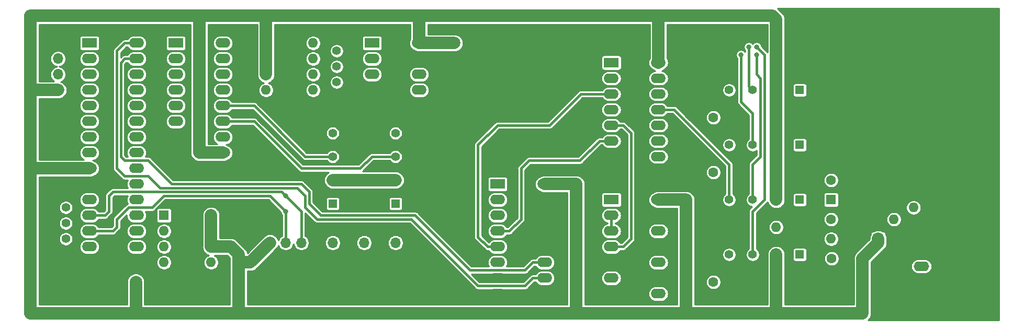
<source format=gbr>
%TF.GenerationSoftware,KiCad,Pcbnew,(5.1.10)-1*%
%TF.CreationDate,2021-09-21T15:48:09+02:00*%
%TF.ProjectId,100 MHz TTL CMOS,31303020-4d48-47a2-9054-544c20434d4f,rev?*%
%TF.SameCoordinates,Original*%
%TF.FileFunction,Copper,L1,Top*%
%TF.FilePolarity,Positive*%
%FSLAX46Y46*%
G04 Gerber Fmt 4.6, Leading zero omitted, Abs format (unit mm)*
G04 Created by KiCad (PCBNEW (5.1.10)-1) date 2021-09-21 15:48:09*
%MOMM*%
%LPD*%
G01*
G04 APERTURE LIST*
%TA.AperFunction,ComponentPad*%
%ADD10C,2.000000*%
%TD*%
%TA.AperFunction,ComponentPad*%
%ADD11R,2.400000X1.600000*%
%TD*%
%TA.AperFunction,ComponentPad*%
%ADD12O,2.400000X1.600000*%
%TD*%
%TA.AperFunction,ComponentPad*%
%ADD13C,1.400000*%
%TD*%
%TA.AperFunction,ComponentPad*%
%ADD14R,1.400000X1.400000*%
%TD*%
%TA.AperFunction,ComponentPad*%
%ADD15R,1.600000X1.600000*%
%TD*%
%TA.AperFunction,ComponentPad*%
%ADD16O,1.600000X1.600000*%
%TD*%
%TA.AperFunction,ComponentPad*%
%ADD17O,1.400000X1.400000*%
%TD*%
%TA.AperFunction,ComponentPad*%
%ADD18O,1.700000X1.700000*%
%TD*%
%TA.AperFunction,ComponentPad*%
%ADD19R,1.700000X1.700000*%
%TD*%
%TA.AperFunction,ComponentPad*%
%ADD20O,2.500000X1.600000*%
%TD*%
%TA.AperFunction,ComponentPad*%
%ADD21O,7.000000X3.500000*%
%TD*%
%TA.AperFunction,ComponentPad*%
%ADD22C,1.600000*%
%TD*%
%TA.AperFunction,ViaPad*%
%ADD23C,0.800000*%
%TD*%
%TA.AperFunction,Conductor*%
%ADD24C,2.000000*%
%TD*%
%TA.AperFunction,Conductor*%
%ADD25C,1.000000*%
%TD*%
%TA.AperFunction,Conductor*%
%ADD26C,0.400000*%
%TD*%
%TA.AperFunction,Conductor*%
%ADD27C,0.254000*%
%TD*%
%TA.AperFunction,Conductor*%
%ADD28C,0.100000*%
%TD*%
G04 APERTURE END LIST*
D10*
%TO.P,C4,2*%
%TO.N,GND*%
X113030000Y-56395000D03*
%TO.P,C4,1*%
%TO.N,VCC*%
X113030000Y-48895000D03*
%TD*%
D11*
%TO.P,IC3,1*%
%TO.N,Net-(IC3-Pad1)*%
X138430000Y-52070000D03*
D12*
%TO.P,IC3,8*%
%TO.N,Net-(IC3-Pad8)*%
X146050000Y-67310000D03*
%TO.P,IC3,2*%
%TO.N,Net-(IC3-Pad2)*%
X138430000Y-54610000D03*
%TO.P,IC3,9*%
%TO.N,Net-(IC3-Pad9)*%
X146050000Y-64770000D03*
%TO.P,IC3,3*%
%TO.N,Net-(IC3-Pad1)*%
X138430000Y-57150000D03*
%TO.P,IC3,10*%
%TO.N,Net-(IC3-Pad10)*%
X146050000Y-62230000D03*
%TO.P,IC3,4*%
%TO.N,Net-(IC3-Pad4)*%
X138430000Y-59690000D03*
%TO.P,IC3,11*%
%TO.N,Net-(IC3-Pad11)*%
X146050000Y-59690000D03*
%TO.P,IC3,5*%
%TO.N,Net-(IC1-Pad4)*%
X138430000Y-62230000D03*
%TO.P,IC3,12*%
%TO.N,Net-(IC3-Pad12)*%
X146050000Y-57150000D03*
%TO.P,IC3,6*%
%TO.N,Net-(IC3-Pad6)*%
X138430000Y-64770000D03*
%TO.P,IC3,13*%
%TO.N,Net-(IC3-Pad13)*%
X146050000Y-54610000D03*
%TO.P,IC3,7*%
%TO.N,GND*%
X138430000Y-67310000D03*
%TO.P,IC3,14*%
%TO.N,VCC*%
X146050000Y-52070000D03*
%TD*%
D13*
%TO.P,K6,4*%
%TO.N,Net-(IC3-Pad4)*%
X103505000Y-63500000D03*
%TO.P,K6,3*%
%TO.N,Net-(IC6-Pad11)*%
X103505000Y-67310000D03*
%TO.P,K6,2*%
%TO.N,VCC*%
X103505000Y-71120000D03*
D14*
%TO.P,K6,1*%
%TO.N,/FREQUENCY*%
X103505000Y-74930000D03*
%TD*%
D15*
%TO.P,SW2,1*%
%TO.N,VCC*%
X82550000Y-48895000D03*
D16*
%TO.P,SW2,5*%
%TO.N,N/C*%
X90170000Y-56515000D03*
%TO.P,SW2,2*%
%TO.N,VCC*%
X82550000Y-51435000D03*
%TO.P,SW2,6*%
%TO.N,Net-(IC4-Pad3)*%
X90170000Y-53975000D03*
%TO.P,SW2,3*%
%TO.N,VCC*%
X82550000Y-53975000D03*
%TO.P,SW2,7*%
%TO.N,Net-(IC4-Pad2)*%
X90170000Y-51435000D03*
%TO.P,SW2,4*%
%TO.N,N/C*%
X82550000Y-56515000D03*
%TO.P,SW2,8*%
%TO.N,Net-(IC4-Pad1)*%
X90170000Y-48895000D03*
%TD*%
D13*
%TO.P,R12,1*%
%TO.N,Net-(IC4-Pad3)*%
X93980000Y-55245000D03*
D17*
%TO.P,R12,2*%
%TO.N,GND*%
X95880000Y-55245000D03*
%TD*%
D13*
%TO.P,R11,1*%
%TO.N,Net-(IC4-Pad2)*%
X93980000Y-52705000D03*
D17*
%TO.P,R11,2*%
%TO.N,GND*%
X95880000Y-52705000D03*
%TD*%
D13*
%TO.P,R10,1*%
%TO.N,Net-(IC4-Pad1)*%
X93980000Y-50165000D03*
D17*
%TO.P,R10,2*%
%TO.N,GND*%
X95880000Y-50165000D03*
%TD*%
D11*
%TO.P,IC4,1*%
%TO.N,Net-(IC4-Pad1)*%
X99695000Y-48895000D03*
D12*
%TO.P,IC4,5*%
%TO.N,/SDA*%
X107315000Y-56515000D03*
%TO.P,IC4,2*%
%TO.N,Net-(IC4-Pad2)*%
X99695000Y-51435000D03*
%TO.P,IC4,6*%
%TO.N,/SCL*%
X107315000Y-53975000D03*
%TO.P,IC4,3*%
%TO.N,Net-(IC4-Pad3)*%
X99695000Y-53975000D03*
%TO.P,IC4,7*%
%TO.N,GND*%
X107315000Y-51435000D03*
%TO.P,IC4,4*%
X99695000Y-56515000D03*
%TO.P,IC4,8*%
%TO.N,VCC*%
X107315000Y-48895000D03*
%TD*%
D10*
%TO.P,C10,2*%
%TO.N,GND*%
X78105000Y-76955000D03*
%TO.P,C10,1*%
%TO.N,VCC*%
X78105000Y-84455000D03*
%TD*%
D18*
%TO.P,J1,10*%
%TO.N,VCC*%
X83185000Y-81280000D03*
%TO.P,J1,9*%
%TO.N,/SDA*%
X85725000Y-81280000D03*
%TO.P,J1,8*%
%TO.N,/SCL*%
X88265000Y-81280000D03*
%TO.P,J1,7*%
%TO.N,GND*%
X90805000Y-81280000D03*
%TO.P,J1,6*%
%TO.N,/PERIOD*%
X93345000Y-81280000D03*
%TO.P,J1,5*%
%TO.N,GND*%
X95885000Y-81280000D03*
%TO.P,J1,4*%
%TO.N,N/C*%
X98425000Y-81280000D03*
%TO.P,J1,3*%
%TO.N,GND*%
X100965000Y-81280000D03*
%TO.P,J1,2*%
%TO.N,/FREQUENCY*%
X103505000Y-81280000D03*
D19*
%TO.P,J1,1*%
%TO.N,GND*%
X106045000Y-81280000D03*
%TD*%
D16*
%TO.P,SW1,8*%
%TO.N,VCC*%
X73660000Y-76835000D03*
%TO.P,SW1,4*%
%TO.N,N/C*%
X66040000Y-84455000D03*
%TO.P,SW1,7*%
%TO.N,VCC*%
X73660000Y-79375000D03*
%TO.P,SW1,3*%
%TO.N,Net-(IC2-Pad15)*%
X66040000Y-81915000D03*
%TO.P,SW1,6*%
%TO.N,VCC*%
X73660000Y-81915000D03*
%TO.P,SW1,2*%
%TO.N,Net-(IC2-Pad16)*%
X66040000Y-79375000D03*
%TO.P,SW1,5*%
%TO.N,N/C*%
X73660000Y-84455000D03*
D15*
%TO.P,SW1,1*%
%TO.N,Net-(IC2-Pad17)*%
X66040000Y-76835000D03*
%TD*%
D17*
%TO.P,R9,2*%
%TO.N,GND*%
X48260000Y-80645000D03*
D13*
%TO.P,R9,1*%
%TO.N,Net-(IC2-Pad15)*%
X50160000Y-80645000D03*
%TD*%
D17*
%TO.P,R4,2*%
%TO.N,GND*%
X48265000Y-78105000D03*
D13*
%TO.P,R4,1*%
%TO.N,Net-(IC2-Pad16)*%
X50165000Y-78105000D03*
%TD*%
D17*
%TO.P,R3,2*%
%TO.N,GND*%
X48265000Y-75565000D03*
D13*
%TO.P,R3,1*%
%TO.N,Net-(IC2-Pad17)*%
X50165000Y-75565000D03*
%TD*%
D18*
%TO.P,J3,4*%
%TO.N,VCC*%
X48895000Y-56515000D03*
%TO.P,J3,3*%
%TO.N,Net-(IC2-Pad2)*%
X48895000Y-53975000D03*
%TO.P,J3,2*%
%TO.N,Net-(IC2-Pad1)*%
X48895000Y-51435000D03*
D19*
%TO.P,J3,1*%
%TO.N,GND*%
X48895000Y-48895000D03*
%TD*%
D11*
%TO.P,IC6,1*%
%TO.N,/SEL_TTL*%
X67945000Y-48895000D03*
D12*
%TO.P,IC6,9*%
%TO.N,VCC*%
X75565000Y-66675000D03*
%TO.P,IC6,2*%
%TO.N,/SEL_CMOS*%
X67945000Y-51435000D03*
%TO.P,IC6,10*%
%TO.N,N/C*%
X75565000Y-64135000D03*
%TO.P,IC6,3*%
%TO.N,/SEL_OPEN_EMMITTER*%
X67945000Y-53975000D03*
%TO.P,IC6,11*%
%TO.N,Net-(IC6-Pad11)*%
X75565000Y-61595000D03*
%TO.P,IC6,4*%
%TO.N,/SEL_OPEN_COLLECTOR*%
X67945000Y-56515000D03*
%TO.P,IC6,12*%
%TO.N,Net-(IC6-Pad12)*%
X75565000Y-59055000D03*
%TO.P,IC6,5*%
%TO.N,/SEL_PERIOD*%
X67945000Y-59055000D03*
%TO.P,IC6,13*%
%TO.N,Net-(IC6-Pad13)*%
X75565000Y-56515000D03*
%TO.P,IC6,6*%
%TO.N,/SEL_FREQUENCY*%
X67945000Y-61595000D03*
%TO.P,IC6,14*%
%TO.N,Net-(IC6-Pad14)*%
X75565000Y-53975000D03*
%TO.P,IC6,7*%
%TO.N,GND*%
X67945000Y-64135000D03*
%TO.P,IC6,15*%
%TO.N,Net-(IC6-Pad15)*%
X75565000Y-51435000D03*
%TO.P,IC6,8*%
%TO.N,GND*%
X67945000Y-66675000D03*
%TO.P,IC6,16*%
%TO.N,Net-(IC6-Pad16)*%
X75565000Y-48895000D03*
%TD*%
%TO.P,IC2,28*%
%TO.N,Net-(IC2-Pad28)*%
X61595000Y-48895000D03*
%TO.P,IC2,14*%
%TO.N,N/C*%
X53975000Y-81915000D03*
%TO.P,IC2,27*%
%TO.N,Net-(IC2-Pad27)*%
X61595000Y-51435000D03*
%TO.P,IC2,13*%
%TO.N,/SDA*%
X53975000Y-79375000D03*
%TO.P,IC2,26*%
%TO.N,/SEL_OPEN_COLLECTOR*%
X61595000Y-53975000D03*
%TO.P,IC2,12*%
%TO.N,/SCL*%
X53975000Y-76835000D03*
%TO.P,IC2,25*%
%TO.N,/SEL_OPEN_EMMITTER*%
X61595000Y-56515000D03*
%TO.P,IC2,11*%
%TO.N,N/C*%
X53975000Y-74295000D03*
%TO.P,IC2,24*%
%TO.N,/SEL_CMOS*%
X61595000Y-59055000D03*
%TO.P,IC2,10*%
%TO.N,GND*%
X53975000Y-71755000D03*
%TO.P,IC2,23*%
%TO.N,/SEL_TTL*%
X61595000Y-61595000D03*
%TO.P,IC2,9*%
%TO.N,VCC*%
X53975000Y-69215000D03*
%TO.P,IC2,22*%
%TO.N,/SEL_PERIOD*%
X61595000Y-64135000D03*
%TO.P,IC2,8*%
%TO.N,N/C*%
X53975000Y-66675000D03*
%TO.P,IC2,21*%
%TO.N,/SEL_FREQUENCY*%
X61595000Y-66675000D03*
%TO.P,IC2,7*%
%TO.N,N/C*%
X53975000Y-64135000D03*
%TO.P,IC2,20*%
X61595000Y-69215000D03*
%TO.P,IC2,6*%
X53975000Y-61595000D03*
%TO.P,IC2,19*%
X61595000Y-71755000D03*
%TO.P,IC2,5*%
X53975000Y-59055000D03*
%TO.P,IC2,18*%
%TO.N,VCC*%
X61595000Y-74295000D03*
%TO.P,IC2,4*%
%TO.N,N/C*%
X53975000Y-56515000D03*
%TO.P,IC2,17*%
%TO.N,Net-(IC2-Pad17)*%
X61595000Y-76835000D03*
%TO.P,IC2,3*%
%TO.N,N/C*%
X53975000Y-53975000D03*
%TO.P,IC2,16*%
%TO.N,Net-(IC2-Pad16)*%
X61595000Y-79375000D03*
%TO.P,IC2,2*%
%TO.N,Net-(IC2-Pad2)*%
X53975000Y-51435000D03*
%TO.P,IC2,15*%
%TO.N,Net-(IC2-Pad15)*%
X61595000Y-81915000D03*
D11*
%TO.P,IC2,1*%
%TO.N,Net-(IC2-Pad1)*%
X53975000Y-48895000D03*
%TD*%
D10*
%TO.P,C2,2*%
%TO.N,GND*%
X53975000Y-87630000D03*
%TO.P,C2,1*%
%TO.N,VCC*%
X61475000Y-87630000D03*
%TD*%
D13*
%TO.P,K5,4*%
%TO.N,Net-(IC3-Pad2)*%
X93345000Y-63500000D03*
%TO.P,K5,3*%
%TO.N,Net-(IC6-Pad12)*%
X93345000Y-67310000D03*
%TO.P,K5,2*%
%TO.N,VCC*%
X93345000Y-71120000D03*
D14*
%TO.P,K5,1*%
%TO.N,/PERIOD*%
X93345000Y-74930000D03*
%TD*%
D20*
%TO.P,J2,2*%
%TO.N,GND*%
X188595000Y-82550000D03*
%TO.P,J2,1*%
%TO.N,Net-(J2-Pad1)*%
X188595000Y-85090000D03*
D21*
%TO.P,J2,2*%
%TO.N,GND*%
X193675000Y-90170000D03*
X193675000Y-80010000D03*
%TD*%
D16*
%TO.P,R1,2*%
%TO.N,Net-(J2-Pad1)*%
X187325000Y-75565000D03*
D22*
%TO.P,R1,1*%
%TO.N,GND*%
X187325000Y-65405000D03*
%TD*%
D11*
%TO.P,IC5,1*%
%TO.N,Net-(IC3-Pad12)*%
X120015000Y-71755000D03*
D12*
%TO.P,IC5,9*%
%TO.N,GND*%
X127635000Y-89535000D03*
%TO.P,IC5,2*%
%TO.N,Net-(IC3-Pad10)*%
X120015000Y-74295000D03*
%TO.P,IC5,10*%
%TO.N,Net-(IC2-Pad28)*%
X127635000Y-86995000D03*
%TO.P,IC5,3*%
%TO.N,Net-(IC3-Pad8)*%
X120015000Y-76835000D03*
%TO.P,IC5,11*%
%TO.N,Net-(IC2-Pad27)*%
X127635000Y-84455000D03*
%TO.P,IC5,4*%
%TO.N,Net-(IC3-Pad6)*%
X120015000Y-79375000D03*
%TO.P,IC5,12*%
%TO.N,GND*%
X127635000Y-81915000D03*
%TO.P,IC5,5*%
%TO.N,Net-(IC3-Pad1)*%
X120015000Y-81915000D03*
%TO.P,IC5,13*%
%TO.N,GND*%
X127635000Y-79375000D03*
%TO.P,IC5,6*%
%TO.N,N/C*%
X120015000Y-84455000D03*
%TO.P,IC5,14*%
%TO.N,GND*%
X127635000Y-76835000D03*
%TO.P,IC5,7*%
X120015000Y-86995000D03*
%TO.P,IC5,15*%
X127635000Y-74295000D03*
%TO.P,IC5,8*%
X120015000Y-89535000D03*
%TO.P,IC5,16*%
%TO.N,VCC*%
X127635000Y-71755000D03*
%TD*%
D22*
%TO.P,R8,1*%
%TO.N,GND*%
X154940000Y-78740000D03*
D16*
%TO.P,R8,2*%
%TO.N,Net-(IC3-Pad11)*%
X165100000Y-78740000D03*
%TD*%
D22*
%TO.P,R7,1*%
%TO.N,Net-(IC3-Pad13)*%
X154940000Y-69850000D03*
D16*
%TO.P,R7,2*%
%TO.N,VCC*%
X165100000Y-69850000D03*
%TD*%
%TO.P,R6,2*%
%TO.N,VCC*%
X165100000Y-60960000D03*
D22*
%TO.P,R6,1*%
%TO.N,Net-(IC3-Pad9)*%
X154940000Y-60960000D03*
%TD*%
%TO.P,R5,1*%
%TO.N,Net-(IC1-Pad1)*%
X154940000Y-87630000D03*
D16*
%TO.P,R5,2*%
%TO.N,VCC*%
X165100000Y-87630000D03*
%TD*%
D22*
%TO.P,R2,1*%
%TO.N,Net-(C11-Pad2)*%
X173990000Y-77470000D03*
D16*
%TO.P,R2,2*%
%TO.N,Net-(J2-Pad1)*%
X184150000Y-77470000D03*
%TD*%
D14*
%TO.P,K4,1*%
%TO.N,Net-(C11-Pad2)*%
X168910000Y-74295000D03*
D13*
%TO.P,K4,2*%
%TO.N,VCC*%
X165100000Y-74295000D03*
%TO.P,K4,3*%
%TO.N,Net-(IC6-Pad14)*%
X161290000Y-74295000D03*
%TO.P,K4,4*%
%TO.N,Net-(IC3-Pad11)*%
X157480000Y-74295000D03*
%TD*%
D14*
%TO.P,K3,1*%
%TO.N,Net-(C11-Pad2)*%
X168910000Y-65405000D03*
D13*
%TO.P,K3,2*%
%TO.N,VCC*%
X165100000Y-65405000D03*
%TO.P,K3,3*%
%TO.N,Net-(IC6-Pad13)*%
X161290000Y-65405000D03*
%TO.P,K3,4*%
%TO.N,Net-(IC3-Pad13)*%
X157480000Y-65405000D03*
%TD*%
D14*
%TO.P,K2,1*%
%TO.N,Net-(C11-Pad2)*%
X168910000Y-56515000D03*
D13*
%TO.P,K2,2*%
%TO.N,VCC*%
X165100000Y-56515000D03*
%TO.P,K2,3*%
%TO.N,Net-(IC6-Pad15)*%
X161290000Y-56515000D03*
%TO.P,K2,4*%
%TO.N,Net-(IC3-Pad9)*%
X157480000Y-56515000D03*
%TD*%
D14*
%TO.P,K1,1*%
%TO.N,Net-(C11-Pad2)*%
X168910000Y-83185000D03*
D13*
%TO.P,K1,2*%
%TO.N,VCC*%
X165100000Y-83185000D03*
%TO.P,K1,3*%
%TO.N,Net-(IC6-Pad16)*%
X161290000Y-83185000D03*
%TO.P,K1,4*%
%TO.N,Net-(IC1-Pad1)*%
X157480000Y-83185000D03*
%TD*%
D11*
%TO.P,IC1,1*%
%TO.N,Net-(IC1-Pad1)*%
X138430000Y-74295000D03*
D12*
%TO.P,IC1,8*%
%TO.N,N/C*%
X146050000Y-89535000D03*
%TO.P,IC1,2*%
%TO.N,Net-(IC1-Pad2)*%
X138430000Y-76835000D03*
%TO.P,IC1,9*%
%TO.N,GND*%
X146050000Y-86995000D03*
%TO.P,IC1,3*%
%TO.N,Net-(IC1-Pad2)*%
X138430000Y-79375000D03*
%TO.P,IC1,10*%
%TO.N,N/C*%
X146050000Y-84455000D03*
%TO.P,IC1,4*%
%TO.N,Net-(IC1-Pad4)*%
X138430000Y-81915000D03*
%TO.P,IC1,11*%
%TO.N,GND*%
X146050000Y-81915000D03*
%TO.P,IC1,5*%
X138430000Y-84455000D03*
%TO.P,IC1,12*%
%TO.N,N/C*%
X146050000Y-79375000D03*
%TO.P,IC1,6*%
X138430000Y-86995000D03*
%TO.P,IC1,13*%
%TO.N,GND*%
X146050000Y-76835000D03*
%TO.P,IC1,7*%
X138430000Y-89535000D03*
%TO.P,IC1,14*%
%TO.N,VCC*%
X146050000Y-74295000D03*
%TD*%
D15*
%TO.P,D2,1*%
%TO.N,Net-(C11-Pad2)*%
X173990000Y-74295000D03*
D16*
%TO.P,D2,2*%
%TO.N,GND*%
X181610000Y-74295000D03*
%TD*%
D15*
%TO.P,D1,1*%
%TO.N,VCC*%
X181610000Y-80645000D03*
D16*
%TO.P,D1,2*%
%TO.N,Net-(C11-Pad2)*%
X173990000Y-80645000D03*
%TD*%
D22*
%TO.P,C12,1*%
%TO.N,Net-(C11-Pad2)*%
X173990000Y-71120000D03*
%TO.P,C12,2*%
%TO.N,GND*%
X178990000Y-71120000D03*
%TD*%
%TO.P,C11,1*%
%TO.N,VCC*%
X179070000Y-83820000D03*
%TO.P,C11,2*%
%TO.N,Net-(C11-Pad2)*%
X174070000Y-83820000D03*
%TD*%
D23*
%TO.N,VCC*%
X111760000Y-92710000D03*
%TO.N,/SDA*%
X85725000Y-76200000D03*
%TO.N,/SCL*%
X85725000Y-73660000D03*
%TO.N,Net-(IC6-Pad13)*%
X159385000Y-50800000D03*
%TO.N,Net-(IC6-Pad14)*%
X161925000Y-50800000D03*
%TO.N,Net-(IC6-Pad15)*%
X160655000Y-49530000D03*
%TO.N,Net-(IC6-Pad16)*%
X161925000Y-49530000D03*
%TD*%
D24*
%TO.N,VCC*%
X82550000Y-53975000D02*
X82550000Y-51435000D01*
X82550000Y-51435000D02*
X82550000Y-48895000D01*
X78105000Y-84455000D02*
X78105000Y-92710000D01*
X146050000Y-45085000D02*
X145415000Y-44450000D01*
X146050000Y-52070000D02*
X146050000Y-45085000D01*
X145415000Y-44450000D02*
X164465000Y-44450000D01*
X113030000Y-48895000D02*
X107315000Y-48895000D01*
X107315000Y-48895000D02*
X107315000Y-45085000D01*
X107315000Y-45085000D02*
X107950000Y-44450000D01*
X107950000Y-44450000D02*
X145415000Y-44450000D01*
X82550000Y-48895000D02*
X82550000Y-44450000D01*
X82550000Y-44450000D02*
X107950000Y-44450000D01*
X179070000Y-92710000D02*
X179070000Y-83820000D01*
X165100000Y-92075000D02*
X164465000Y-92710000D01*
X165100000Y-87630000D02*
X165100000Y-92075000D01*
X164465000Y-92710000D02*
X179070000Y-92710000D01*
X165100000Y-87630000D02*
X165100000Y-83185000D01*
X165100000Y-69850000D02*
X165100000Y-65405000D01*
X165100000Y-65405000D02*
X165100000Y-60960000D01*
X165100000Y-60960000D02*
X165100000Y-56515000D01*
X165100000Y-69850000D02*
X165100000Y-74295000D01*
X127635000Y-71755000D02*
X132715000Y-71755000D01*
X132715000Y-92075000D02*
X133350000Y-92710000D01*
X132715000Y-71755000D02*
X132715000Y-92075000D01*
X146050000Y-74295000D02*
X150495000Y-74295000D01*
X150495000Y-92075000D02*
X149860000Y-92710000D01*
X150495000Y-74295000D02*
X150495000Y-92075000D01*
X149860000Y-92710000D02*
X164465000Y-92710000D01*
X133350000Y-92710000D02*
X149860000Y-92710000D01*
X165100000Y-45085000D02*
X164465000Y-44450000D01*
X165100000Y-56515000D02*
X165100000Y-45085000D01*
X181610000Y-81280000D02*
X179070000Y-83820000D01*
X181610000Y-80645000D02*
X181610000Y-81280000D01*
X93345000Y-71120000D02*
X103505000Y-71120000D01*
X75565000Y-66675000D02*
X71755000Y-66675000D01*
X71755000Y-66675000D02*
X71755000Y-45085000D01*
X72390000Y-44450000D02*
X82550000Y-44450000D01*
X71755000Y-45085000D02*
X72390000Y-44450000D01*
X44450000Y-44450000D02*
X72390000Y-44450000D01*
X45085000Y-56515000D02*
X44450000Y-57150000D01*
X48895000Y-56515000D02*
X45085000Y-56515000D01*
X44450000Y-57150000D02*
X44450000Y-44450000D01*
X53975000Y-69215000D02*
X44450000Y-69215000D01*
X44450000Y-69215000D02*
X44450000Y-57150000D01*
X44450000Y-92710000D02*
X44450000Y-69215000D01*
X61475000Y-92195000D02*
X60960000Y-92710000D01*
X61475000Y-87630000D02*
X61475000Y-92195000D01*
X60960000Y-92710000D02*
X44450000Y-92710000D01*
X78105000Y-92710000D02*
X60960000Y-92710000D01*
X80010000Y-84455000D02*
X83185000Y-81280000D01*
X78105000Y-84455000D02*
X80010000Y-84455000D01*
X78105000Y-84455000D02*
X78105000Y-83185000D01*
X76835000Y-81915000D02*
X73660000Y-81915000D01*
X78105000Y-83185000D02*
X76835000Y-81915000D01*
X73660000Y-81915000D02*
X73660000Y-79375000D01*
X73660000Y-79375000D02*
X73660000Y-76835000D01*
X111760000Y-92710000D02*
X133350000Y-92710000D01*
X78105000Y-92710000D02*
X111760000Y-92710000D01*
D25*
%TO.N,GND*%
X95880000Y-50165000D02*
X95880000Y-52705000D01*
X95880000Y-52705000D02*
X95880000Y-55245000D01*
D26*
%TO.N,/SDA*%
X85725000Y-81280000D02*
X85725000Y-76200000D01*
X57785000Y-79375000D02*
X53975000Y-79375000D01*
X58420000Y-78740000D02*
X57785000Y-79375000D01*
X60325000Y-75565000D02*
X58420000Y-77470000D01*
X64135000Y-75565000D02*
X60325000Y-75565000D01*
X58420000Y-77470000D02*
X58420000Y-78740000D01*
X66040000Y-73660000D02*
X64135000Y-75565000D01*
X83185000Y-73660000D02*
X66040000Y-73660000D01*
X85725000Y-76200000D02*
X83185000Y-73660000D01*
%TO.N,/SCL*%
X85725000Y-73660000D02*
X85090000Y-73025000D01*
X85090000Y-73025000D02*
X57785000Y-73025000D01*
X57785000Y-73025000D02*
X57150000Y-73660000D01*
X56515000Y-76835000D02*
X53975000Y-76835000D01*
X57150000Y-73660000D02*
X57150000Y-76200000D01*
X57150000Y-76200000D02*
X56515000Y-76835000D01*
X85725000Y-73660000D02*
X88265000Y-76200000D01*
X88265000Y-76200000D02*
X88265000Y-81280000D01*
%TO.N,Net-(IC1-Pad2)*%
X138430000Y-76835000D02*
X138430000Y-79375000D01*
%TO.N,Net-(IC3-Pad11)*%
X157480000Y-68580000D02*
X157480000Y-74295000D01*
X148590000Y-59690000D02*
X157480000Y-68580000D01*
X146050000Y-59690000D02*
X148590000Y-59690000D01*
%TO.N,Net-(IC3-Pad6)*%
X123825000Y-77470000D02*
X121920000Y-79375000D01*
X125095000Y-67945000D02*
X123825000Y-69215000D01*
X123825000Y-69215000D02*
X123825000Y-77470000D01*
X133350000Y-67945000D02*
X125095000Y-67945000D01*
X121920000Y-79375000D02*
X120015000Y-79375000D01*
X136525000Y-64770000D02*
X133350000Y-67945000D01*
X138430000Y-64770000D02*
X136525000Y-64770000D01*
%TO.N,Net-(IC6-Pad11)*%
X103505000Y-67310000D02*
X99695000Y-67310000D01*
X99695000Y-67310000D02*
X97790000Y-69215000D01*
X97790000Y-69215000D02*
X88265000Y-69215000D01*
X80645000Y-61595000D02*
X75565000Y-61595000D01*
X88265000Y-69215000D02*
X80645000Y-61595000D01*
%TO.N,Net-(IC6-Pad12)*%
X93345000Y-67310000D02*
X88900000Y-67310000D01*
X80645000Y-59055000D02*
X75565000Y-59055000D01*
X88900000Y-67310000D02*
X80645000Y-59055000D01*
%TO.N,Net-(IC6-Pad13)*%
X161290000Y-60325000D02*
X161290000Y-65405000D01*
X159385000Y-50800000D02*
X159385000Y-58420000D01*
X159385000Y-58420000D02*
X161290000Y-60325000D01*
%TO.N,Net-(IC6-Pad14)*%
X162560000Y-67310000D02*
X161290000Y-68580000D01*
X162560000Y-54610000D02*
X162560000Y-67310000D01*
X161290000Y-68580000D02*
X161290000Y-74295000D01*
X161925000Y-53975000D02*
X162560000Y-54610000D01*
X161925000Y-50800000D02*
X161925000Y-53975000D01*
%TO.N,Net-(IC6-Pad15)*%
X160655000Y-55880000D02*
X161290000Y-56515000D01*
X160655000Y-49530000D02*
X160655000Y-55880000D01*
%TO.N,Net-(IC6-Pad16)*%
X161290000Y-76200000D02*
X161290000Y-83185000D01*
X163195000Y-74295000D02*
X161290000Y-76200000D01*
X163195000Y-50800000D02*
X163195000Y-74295000D01*
X161925000Y-49530000D02*
X163195000Y-50800000D01*
%TO.N,Net-(IC3-Pad1)*%
X118415000Y-81915000D02*
X120015000Y-81915000D01*
X116840000Y-65405000D02*
X116840000Y-80340000D01*
X116840000Y-80340000D02*
X118415000Y-81915000D01*
X120015000Y-62230000D02*
X116840000Y-65405000D01*
X128428750Y-62230000D02*
X120015000Y-62230000D01*
X133508750Y-57150000D02*
X128428750Y-62230000D01*
X138430000Y-57150000D02*
X133508750Y-57150000D01*
%TO.N,Net-(IC2-Pad28)*%
X59690000Y-48895000D02*
X61595000Y-48895000D01*
X58420000Y-50165000D02*
X59690000Y-48895000D01*
X127635000Y-86995000D02*
X125730000Y-86995000D01*
X125730000Y-86995000D02*
X124460000Y-88265000D01*
X58420000Y-69215000D02*
X58420000Y-50165000D01*
X124460000Y-88265000D02*
X116840000Y-88265000D01*
X116840000Y-88265000D02*
X106045000Y-77470000D01*
X106045000Y-77470000D02*
X90805000Y-77470000D01*
X90805000Y-77470000D02*
X88900000Y-75565000D01*
X88900000Y-75565000D02*
X88900000Y-73660000D01*
X88900000Y-73660000D02*
X87630000Y-72390000D01*
X87630000Y-72390000D02*
X65405000Y-72390000D01*
X65405000Y-72390000D02*
X63500000Y-70485000D01*
X59690000Y-70485000D02*
X58420000Y-69215000D01*
X63500000Y-70485000D02*
X59690000Y-70485000D01*
%TO.N,Net-(IC2-Pad27)*%
X59690000Y-51435000D02*
X61595000Y-51435000D01*
X127635000Y-84455000D02*
X125730000Y-84455000D01*
X125730000Y-84455000D02*
X124460000Y-85725000D01*
X124460000Y-85725000D02*
X115570000Y-85725000D01*
X59055000Y-67310000D02*
X59055000Y-52070000D01*
X115570000Y-85725000D02*
X106680000Y-76835000D01*
X106680000Y-76835000D02*
X91440000Y-76835000D01*
X91440000Y-76835000D02*
X89535000Y-74930000D01*
X59690000Y-67945000D02*
X59055000Y-67310000D01*
X59055000Y-52070000D02*
X59690000Y-51435000D01*
X89535000Y-74930000D02*
X89535000Y-73025000D01*
X89535000Y-73025000D02*
X88265000Y-71755000D01*
X88265000Y-71755000D02*
X67310000Y-71755000D01*
X67310000Y-71755000D02*
X63500000Y-67945000D01*
X63500000Y-67945000D02*
X59690000Y-67945000D01*
%TO.N,Net-(IC1-Pad4)*%
X140335000Y-62230000D02*
X138430000Y-62230000D01*
X141605000Y-80645000D02*
X141605000Y-63500000D01*
X140335000Y-81915000D02*
X141605000Y-80645000D01*
X138430000Y-81915000D02*
X140335000Y-81915000D01*
X141605000Y-63500000D02*
X140335000Y-62230000D01*
%TD*%
D27*
%TO.N,GND*%
X201168000Y-93853000D02*
X179926643Y-93853000D01*
X180083923Y-93723923D01*
X180262248Y-93506634D01*
X180394755Y-93258731D01*
X180476352Y-92989741D01*
X180480145Y-92951227D01*
X180497000Y-92780098D01*
X180497000Y-92780097D01*
X180503904Y-92710000D01*
X180497000Y-92639902D01*
X180497000Y-85090000D01*
X186912064Y-85090000D01*
X186935755Y-85330534D01*
X187005916Y-85561824D01*
X187119851Y-85774983D01*
X187273183Y-85961817D01*
X187460017Y-86115149D01*
X187673176Y-86229084D01*
X187904466Y-86299245D01*
X188084732Y-86317000D01*
X189105268Y-86317000D01*
X189285534Y-86299245D01*
X189516824Y-86229084D01*
X189729983Y-86115149D01*
X189916817Y-85961817D01*
X190070149Y-85774983D01*
X190184084Y-85561824D01*
X190254245Y-85330534D01*
X190277936Y-85090000D01*
X190254245Y-84849466D01*
X190184084Y-84618176D01*
X190070149Y-84405017D01*
X189916817Y-84218183D01*
X189729983Y-84064851D01*
X189516824Y-83950916D01*
X189285534Y-83880755D01*
X189105268Y-83863000D01*
X188084732Y-83863000D01*
X187904466Y-83880755D01*
X187673176Y-83950916D01*
X187460017Y-84064851D01*
X187273183Y-84218183D01*
X187119851Y-84405017D01*
X187005916Y-84618176D01*
X186935755Y-84849466D01*
X186912064Y-85090000D01*
X180497000Y-85090000D01*
X180497000Y-84411082D01*
X182569472Y-82338610D01*
X182623923Y-82293923D01*
X182802248Y-82076634D01*
X182934755Y-81828731D01*
X183016352Y-81559740D01*
X183037000Y-81350097D01*
X183037000Y-81350089D01*
X183043903Y-81280001D01*
X183037000Y-81209913D01*
X183037000Y-80574902D01*
X183016352Y-80365259D01*
X182934755Y-80096269D01*
X182839066Y-79917248D01*
X182839066Y-79845000D01*
X182830822Y-79761293D01*
X182806405Y-79680804D01*
X182766755Y-79606624D01*
X182713395Y-79541605D01*
X182648376Y-79488245D01*
X182574196Y-79448595D01*
X182493707Y-79424178D01*
X182410000Y-79415934D01*
X182337751Y-79415934D01*
X182158730Y-79320245D01*
X181889740Y-79238648D01*
X181610000Y-79211096D01*
X181330259Y-79238648D01*
X181061269Y-79320245D01*
X180882248Y-79415934D01*
X180810000Y-79415934D01*
X180726293Y-79424178D01*
X180645804Y-79448595D01*
X180571624Y-79488245D01*
X180506605Y-79541605D01*
X180453245Y-79606624D01*
X180413595Y-79680804D01*
X180389178Y-79761293D01*
X180380934Y-79845000D01*
X180380934Y-79917249D01*
X180285245Y-80096270D01*
X180203648Y-80365260D01*
X180183000Y-80574903D01*
X180183000Y-80688918D01*
X178110523Y-82761395D01*
X178056078Y-82806077D01*
X178011396Y-82860522D01*
X178011392Y-82860526D01*
X177894998Y-83002353D01*
X177877753Y-83023366D01*
X177745246Y-83271269D01*
X177663649Y-83540259D01*
X177652017Y-83658366D01*
X177636097Y-83820000D01*
X177643001Y-83890098D01*
X177643000Y-91283000D01*
X166527000Y-91283000D01*
X166527000Y-83114902D01*
X166506352Y-82905259D01*
X166424755Y-82636269D01*
X166343900Y-82485000D01*
X167780934Y-82485000D01*
X167780934Y-83885000D01*
X167789178Y-83968707D01*
X167813595Y-84049196D01*
X167853245Y-84123376D01*
X167906605Y-84188395D01*
X167971624Y-84241755D01*
X168045804Y-84281405D01*
X168126293Y-84305822D01*
X168210000Y-84314066D01*
X169610000Y-84314066D01*
X169693707Y-84305822D01*
X169774196Y-84281405D01*
X169848376Y-84241755D01*
X169913395Y-84188395D01*
X169966755Y-84123376D01*
X170006405Y-84049196D01*
X170030822Y-83968707D01*
X170039066Y-83885000D01*
X170039066Y-83699151D01*
X172843000Y-83699151D01*
X172843000Y-83940849D01*
X172890153Y-84177903D01*
X172982647Y-84401202D01*
X173116927Y-84602167D01*
X173287833Y-84773073D01*
X173488798Y-84907353D01*
X173712097Y-84999847D01*
X173949151Y-85047000D01*
X174190849Y-85047000D01*
X174427903Y-84999847D01*
X174651202Y-84907353D01*
X174852167Y-84773073D01*
X175023073Y-84602167D01*
X175157353Y-84401202D01*
X175249847Y-84177903D01*
X175297000Y-83940849D01*
X175297000Y-83699151D01*
X175249847Y-83462097D01*
X175157353Y-83238798D01*
X175023073Y-83037833D01*
X174852167Y-82866927D01*
X174651202Y-82732647D01*
X174427903Y-82640153D01*
X174190849Y-82593000D01*
X173949151Y-82593000D01*
X173712097Y-82640153D01*
X173488798Y-82732647D01*
X173287833Y-82866927D01*
X173116927Y-83037833D01*
X172982647Y-83238798D01*
X172890153Y-83462097D01*
X172843000Y-83699151D01*
X170039066Y-83699151D01*
X170039066Y-82485000D01*
X170030822Y-82401293D01*
X170006405Y-82320804D01*
X169966755Y-82246624D01*
X169913395Y-82181605D01*
X169848376Y-82128245D01*
X169774196Y-82088595D01*
X169693707Y-82064178D01*
X169610000Y-82055934D01*
X168210000Y-82055934D01*
X168126293Y-82064178D01*
X168045804Y-82088595D01*
X167971624Y-82128245D01*
X167906605Y-82181605D01*
X167853245Y-82246624D01*
X167813595Y-82320804D01*
X167789178Y-82401293D01*
X167780934Y-82485000D01*
X166343900Y-82485000D01*
X166292248Y-82388366D01*
X166113923Y-82171077D01*
X165896634Y-81992752D01*
X165648731Y-81860245D01*
X165379741Y-81778648D01*
X165100000Y-81751096D01*
X164820260Y-81778648D01*
X164551270Y-81860245D01*
X164303367Y-81992752D01*
X164086078Y-82171077D01*
X163907753Y-82388366D01*
X163775246Y-82636269D01*
X163693649Y-82905259D01*
X163673001Y-83114902D01*
X163673000Y-87559902D01*
X163673000Y-87559903D01*
X163673001Y-91283000D01*
X151922000Y-91283000D01*
X151922000Y-87509151D01*
X153713000Y-87509151D01*
X153713000Y-87750849D01*
X153760153Y-87987903D01*
X153852647Y-88211202D01*
X153986927Y-88412167D01*
X154157833Y-88583073D01*
X154358798Y-88717353D01*
X154582097Y-88809847D01*
X154819151Y-88857000D01*
X155060849Y-88857000D01*
X155297903Y-88809847D01*
X155521202Y-88717353D01*
X155722167Y-88583073D01*
X155893073Y-88412167D01*
X156027353Y-88211202D01*
X156119847Y-87987903D01*
X156167000Y-87750849D01*
X156167000Y-87509151D01*
X156119847Y-87272097D01*
X156027353Y-87048798D01*
X155893073Y-86847833D01*
X155722167Y-86676927D01*
X155521202Y-86542647D01*
X155297903Y-86450153D01*
X155060849Y-86403000D01*
X154819151Y-86403000D01*
X154582097Y-86450153D01*
X154358798Y-86542647D01*
X154157833Y-86676927D01*
X153986927Y-86847833D01*
X153852647Y-87048798D01*
X153760153Y-87272097D01*
X153713000Y-87509151D01*
X151922000Y-87509151D01*
X151922000Y-83074000D01*
X156353000Y-83074000D01*
X156353000Y-83296000D01*
X156396310Y-83513734D01*
X156481266Y-83718835D01*
X156604602Y-83903421D01*
X156761579Y-84060398D01*
X156946165Y-84183734D01*
X157151266Y-84268690D01*
X157369000Y-84312000D01*
X157591000Y-84312000D01*
X157808734Y-84268690D01*
X158013835Y-84183734D01*
X158198421Y-84060398D01*
X158355398Y-83903421D01*
X158478734Y-83718835D01*
X158563690Y-83513734D01*
X158607000Y-83296000D01*
X158607000Y-83074000D01*
X158563690Y-82856266D01*
X158478734Y-82651165D01*
X158355398Y-82466579D01*
X158198421Y-82309602D01*
X158013835Y-82186266D01*
X157808734Y-82101310D01*
X157591000Y-82058000D01*
X157369000Y-82058000D01*
X157151266Y-82101310D01*
X156946165Y-82186266D01*
X156761579Y-82309602D01*
X156604602Y-82466579D01*
X156481266Y-82651165D01*
X156396310Y-82856266D01*
X156353000Y-83074000D01*
X151922000Y-83074000D01*
X151922000Y-74365098D01*
X151928904Y-74295000D01*
X151917972Y-74184000D01*
X151901352Y-74015259D01*
X151819755Y-73746269D01*
X151687248Y-73498366D01*
X151631801Y-73430804D01*
X151508923Y-73281077D01*
X151291634Y-73102752D01*
X151043731Y-72970245D01*
X150774741Y-72888648D01*
X150565098Y-72868000D01*
X150565097Y-72868000D01*
X150495000Y-72861096D01*
X150424902Y-72868000D01*
X145979902Y-72868000D01*
X145770259Y-72888648D01*
X145501269Y-72970245D01*
X145253366Y-73102752D01*
X145194690Y-73150907D01*
X145178176Y-73155916D01*
X144965017Y-73269851D01*
X144778183Y-73423183D01*
X144624851Y-73610017D01*
X144510916Y-73823176D01*
X144440755Y-74054466D01*
X144417064Y-74295000D01*
X144440755Y-74535534D01*
X144510916Y-74766824D01*
X144624851Y-74979983D01*
X144778183Y-75166817D01*
X144965017Y-75320149D01*
X145178176Y-75434084D01*
X145194690Y-75439093D01*
X145253366Y-75487248D01*
X145501269Y-75619755D01*
X145770259Y-75701352D01*
X145979902Y-75722000D01*
X149068000Y-75722000D01*
X149068001Y-91283000D01*
X134142000Y-91283000D01*
X134142000Y-89535000D01*
X144417064Y-89535000D01*
X144440755Y-89775534D01*
X144510916Y-90006824D01*
X144624851Y-90219983D01*
X144778183Y-90406817D01*
X144965017Y-90560149D01*
X145178176Y-90674084D01*
X145409466Y-90744245D01*
X145589732Y-90762000D01*
X146510268Y-90762000D01*
X146690534Y-90744245D01*
X146921824Y-90674084D01*
X147134983Y-90560149D01*
X147321817Y-90406817D01*
X147475149Y-90219983D01*
X147589084Y-90006824D01*
X147659245Y-89775534D01*
X147682936Y-89535000D01*
X147659245Y-89294466D01*
X147589084Y-89063176D01*
X147475149Y-88850017D01*
X147321817Y-88663183D01*
X147134983Y-88509851D01*
X146921824Y-88395916D01*
X146690534Y-88325755D01*
X146510268Y-88308000D01*
X145589732Y-88308000D01*
X145409466Y-88325755D01*
X145178176Y-88395916D01*
X144965017Y-88509851D01*
X144778183Y-88663183D01*
X144624851Y-88850017D01*
X144510916Y-89063176D01*
X144440755Y-89294466D01*
X144417064Y-89535000D01*
X134142000Y-89535000D01*
X134142000Y-86995000D01*
X136797064Y-86995000D01*
X136820755Y-87235534D01*
X136890916Y-87466824D01*
X137004851Y-87679983D01*
X137158183Y-87866817D01*
X137345017Y-88020149D01*
X137558176Y-88134084D01*
X137789466Y-88204245D01*
X137969732Y-88222000D01*
X138890268Y-88222000D01*
X139070534Y-88204245D01*
X139301824Y-88134084D01*
X139514983Y-88020149D01*
X139701817Y-87866817D01*
X139855149Y-87679983D01*
X139969084Y-87466824D01*
X140039245Y-87235534D01*
X140062936Y-86995000D01*
X140039245Y-86754466D01*
X139969084Y-86523176D01*
X139855149Y-86310017D01*
X139701817Y-86123183D01*
X139514983Y-85969851D01*
X139301824Y-85855916D01*
X139070534Y-85785755D01*
X138890268Y-85768000D01*
X137969732Y-85768000D01*
X137789466Y-85785755D01*
X137558176Y-85855916D01*
X137345017Y-85969851D01*
X137158183Y-86123183D01*
X137004851Y-86310017D01*
X136890916Y-86523176D01*
X136820755Y-86754466D01*
X136797064Y-86995000D01*
X134142000Y-86995000D01*
X134142000Y-84455000D01*
X144417064Y-84455000D01*
X144440755Y-84695534D01*
X144510916Y-84926824D01*
X144624851Y-85139983D01*
X144778183Y-85326817D01*
X144965017Y-85480149D01*
X145178176Y-85594084D01*
X145409466Y-85664245D01*
X145589732Y-85682000D01*
X146510268Y-85682000D01*
X146690534Y-85664245D01*
X146921824Y-85594084D01*
X147134983Y-85480149D01*
X147321817Y-85326817D01*
X147475149Y-85139983D01*
X147589084Y-84926824D01*
X147659245Y-84695534D01*
X147682936Y-84455000D01*
X147659245Y-84214466D01*
X147589084Y-83983176D01*
X147475149Y-83770017D01*
X147321817Y-83583183D01*
X147134983Y-83429851D01*
X146921824Y-83315916D01*
X146690534Y-83245755D01*
X146510268Y-83228000D01*
X145589732Y-83228000D01*
X145409466Y-83245755D01*
X145178176Y-83315916D01*
X144965017Y-83429851D01*
X144778183Y-83583183D01*
X144624851Y-83770017D01*
X144510916Y-83983176D01*
X144440755Y-84214466D01*
X144417064Y-84455000D01*
X134142000Y-84455000D01*
X134142000Y-76835000D01*
X136797064Y-76835000D01*
X136820755Y-77075534D01*
X136890916Y-77306824D01*
X137004851Y-77519983D01*
X137158183Y-77706817D01*
X137345017Y-77860149D01*
X137558176Y-77974084D01*
X137789466Y-78044245D01*
X137803000Y-78045578D01*
X137803001Y-78164422D01*
X137789466Y-78165755D01*
X137558176Y-78235916D01*
X137345017Y-78349851D01*
X137158183Y-78503183D01*
X137004851Y-78690017D01*
X136890916Y-78903176D01*
X136820755Y-79134466D01*
X136797064Y-79375000D01*
X136820755Y-79615534D01*
X136890916Y-79846824D01*
X137004851Y-80059983D01*
X137158183Y-80246817D01*
X137345017Y-80400149D01*
X137558176Y-80514084D01*
X137789466Y-80584245D01*
X137969732Y-80602000D01*
X138890268Y-80602000D01*
X139070534Y-80584245D01*
X139301824Y-80514084D01*
X139514983Y-80400149D01*
X139701817Y-80246817D01*
X139855149Y-80059983D01*
X139969084Y-79846824D01*
X140039245Y-79615534D01*
X140062936Y-79375000D01*
X140039245Y-79134466D01*
X139969084Y-78903176D01*
X139855149Y-78690017D01*
X139701817Y-78503183D01*
X139514983Y-78349851D01*
X139301824Y-78235916D01*
X139070534Y-78165755D01*
X139057000Y-78164422D01*
X139057000Y-78045578D01*
X139070534Y-78044245D01*
X139301824Y-77974084D01*
X139514983Y-77860149D01*
X139701817Y-77706817D01*
X139855149Y-77519983D01*
X139969084Y-77306824D01*
X140039245Y-77075534D01*
X140062936Y-76835000D01*
X140039245Y-76594466D01*
X139969084Y-76363176D01*
X139855149Y-76150017D01*
X139701817Y-75963183D01*
X139514983Y-75809851D01*
X139301824Y-75695916D01*
X139070534Y-75625755D01*
X138890268Y-75608000D01*
X137969732Y-75608000D01*
X137789466Y-75625755D01*
X137558176Y-75695916D01*
X137345017Y-75809851D01*
X137158183Y-75963183D01*
X137004851Y-76150017D01*
X136890916Y-76363176D01*
X136820755Y-76594466D01*
X136797064Y-76835000D01*
X134142000Y-76835000D01*
X134142000Y-73495000D01*
X136800934Y-73495000D01*
X136800934Y-75095000D01*
X136809178Y-75178707D01*
X136833595Y-75259196D01*
X136873245Y-75333376D01*
X136926605Y-75398395D01*
X136991624Y-75451755D01*
X137065804Y-75491405D01*
X137146293Y-75515822D01*
X137230000Y-75524066D01*
X139630000Y-75524066D01*
X139713707Y-75515822D01*
X139794196Y-75491405D01*
X139868376Y-75451755D01*
X139933395Y-75398395D01*
X139986755Y-75333376D01*
X140026405Y-75259196D01*
X140050822Y-75178707D01*
X140059066Y-75095000D01*
X140059066Y-73495000D01*
X140050822Y-73411293D01*
X140026405Y-73330804D01*
X139986755Y-73256624D01*
X139933395Y-73191605D01*
X139868376Y-73138245D01*
X139794196Y-73098595D01*
X139713707Y-73074178D01*
X139630000Y-73065934D01*
X137230000Y-73065934D01*
X137146293Y-73074178D01*
X137065804Y-73098595D01*
X136991624Y-73138245D01*
X136926605Y-73191605D01*
X136873245Y-73256624D01*
X136833595Y-73330804D01*
X136809178Y-73411293D01*
X136800934Y-73495000D01*
X134142000Y-73495000D01*
X134142000Y-71825098D01*
X134148904Y-71755000D01*
X134125158Y-71513897D01*
X134121352Y-71475259D01*
X134039755Y-71206269D01*
X133907248Y-70958366D01*
X133864749Y-70906581D01*
X133728923Y-70741077D01*
X133511634Y-70562752D01*
X133263731Y-70430245D01*
X132994741Y-70348648D01*
X132785098Y-70328000D01*
X132785097Y-70328000D01*
X132715000Y-70321096D01*
X132644902Y-70328000D01*
X127564902Y-70328000D01*
X127355259Y-70348648D01*
X127086269Y-70430245D01*
X126838366Y-70562752D01*
X126779690Y-70610907D01*
X126763176Y-70615916D01*
X126550017Y-70729851D01*
X126363183Y-70883183D01*
X126209851Y-71070017D01*
X126095916Y-71283176D01*
X126025755Y-71514466D01*
X126002064Y-71755000D01*
X126025755Y-71995534D01*
X126095916Y-72226824D01*
X126209851Y-72439983D01*
X126363183Y-72626817D01*
X126550017Y-72780149D01*
X126763176Y-72894084D01*
X126779690Y-72899093D01*
X126838366Y-72947248D01*
X127086269Y-73079755D01*
X127355259Y-73161352D01*
X127564902Y-73182000D01*
X131288000Y-73182000D01*
X131288001Y-91283000D01*
X79532000Y-91283000D01*
X79532000Y-85882000D01*
X79939912Y-85882000D01*
X80010000Y-85888903D01*
X80080088Y-85882000D01*
X80080098Y-85882000D01*
X80289741Y-85861352D01*
X80558731Y-85779755D01*
X80806634Y-85647248D01*
X81023923Y-85468923D01*
X81068609Y-85414473D01*
X84243608Y-82239475D01*
X84377247Y-82076635D01*
X84509754Y-81828732D01*
X84535255Y-81744665D01*
X84593337Y-81884886D01*
X84733089Y-82094040D01*
X84910960Y-82271911D01*
X85120114Y-82411663D01*
X85352513Y-82507926D01*
X85599226Y-82557000D01*
X85850774Y-82557000D01*
X86097487Y-82507926D01*
X86329886Y-82411663D01*
X86539040Y-82271911D01*
X86716911Y-82094040D01*
X86856663Y-81884886D01*
X86952926Y-81652487D01*
X86995000Y-81440966D01*
X87037074Y-81652487D01*
X87133337Y-81884886D01*
X87273089Y-82094040D01*
X87450960Y-82271911D01*
X87660114Y-82411663D01*
X87892513Y-82507926D01*
X88139226Y-82557000D01*
X88390774Y-82557000D01*
X88637487Y-82507926D01*
X88869886Y-82411663D01*
X89079040Y-82271911D01*
X89256911Y-82094040D01*
X89396663Y-81884886D01*
X89492926Y-81652487D01*
X89542000Y-81405774D01*
X89542000Y-81154226D01*
X92068000Y-81154226D01*
X92068000Y-81405774D01*
X92117074Y-81652487D01*
X92213337Y-81884886D01*
X92353089Y-82094040D01*
X92530960Y-82271911D01*
X92740114Y-82411663D01*
X92972513Y-82507926D01*
X93219226Y-82557000D01*
X93470774Y-82557000D01*
X93717487Y-82507926D01*
X93949886Y-82411663D01*
X94159040Y-82271911D01*
X94336911Y-82094040D01*
X94476663Y-81884886D01*
X94572926Y-81652487D01*
X94622000Y-81405774D01*
X94622000Y-81154226D01*
X97148000Y-81154226D01*
X97148000Y-81405774D01*
X97197074Y-81652487D01*
X97293337Y-81884886D01*
X97433089Y-82094040D01*
X97610960Y-82271911D01*
X97820114Y-82411663D01*
X98052513Y-82507926D01*
X98299226Y-82557000D01*
X98550774Y-82557000D01*
X98797487Y-82507926D01*
X99029886Y-82411663D01*
X99239040Y-82271911D01*
X99416911Y-82094040D01*
X99556663Y-81884886D01*
X99652926Y-81652487D01*
X99702000Y-81405774D01*
X99702000Y-81154226D01*
X102228000Y-81154226D01*
X102228000Y-81405774D01*
X102277074Y-81652487D01*
X102373337Y-81884886D01*
X102513089Y-82094040D01*
X102690960Y-82271911D01*
X102900114Y-82411663D01*
X103132513Y-82507926D01*
X103379226Y-82557000D01*
X103630774Y-82557000D01*
X103877487Y-82507926D01*
X104109886Y-82411663D01*
X104319040Y-82271911D01*
X104496911Y-82094040D01*
X104636663Y-81884886D01*
X104732926Y-81652487D01*
X104782000Y-81405774D01*
X104782000Y-81154226D01*
X104732926Y-80907513D01*
X104636663Y-80675114D01*
X104496911Y-80465960D01*
X104319040Y-80288089D01*
X104109886Y-80148337D01*
X103877487Y-80052074D01*
X103630774Y-80003000D01*
X103379226Y-80003000D01*
X103132513Y-80052074D01*
X102900114Y-80148337D01*
X102690960Y-80288089D01*
X102513089Y-80465960D01*
X102373337Y-80675114D01*
X102277074Y-80907513D01*
X102228000Y-81154226D01*
X99702000Y-81154226D01*
X99652926Y-80907513D01*
X99556663Y-80675114D01*
X99416911Y-80465960D01*
X99239040Y-80288089D01*
X99029886Y-80148337D01*
X98797487Y-80052074D01*
X98550774Y-80003000D01*
X98299226Y-80003000D01*
X98052513Y-80052074D01*
X97820114Y-80148337D01*
X97610960Y-80288089D01*
X97433089Y-80465960D01*
X97293337Y-80675114D01*
X97197074Y-80907513D01*
X97148000Y-81154226D01*
X94622000Y-81154226D01*
X94572926Y-80907513D01*
X94476663Y-80675114D01*
X94336911Y-80465960D01*
X94159040Y-80288089D01*
X93949886Y-80148337D01*
X93717487Y-80052074D01*
X93470774Y-80003000D01*
X93219226Y-80003000D01*
X92972513Y-80052074D01*
X92740114Y-80148337D01*
X92530960Y-80288089D01*
X92353089Y-80465960D01*
X92213337Y-80675114D01*
X92117074Y-80907513D01*
X92068000Y-81154226D01*
X89542000Y-81154226D01*
X89492926Y-80907513D01*
X89396663Y-80675114D01*
X89256911Y-80465960D01*
X89079040Y-80288089D01*
X88892000Y-80163113D01*
X88892000Y-76443711D01*
X90339866Y-77891578D01*
X90359499Y-77915501D01*
X90454972Y-77993853D01*
X90563897Y-78052075D01*
X90682087Y-78087927D01*
X90805000Y-78100033D01*
X90835794Y-78097000D01*
X105785289Y-78097000D01*
X116374866Y-88686578D01*
X116394499Y-88710501D01*
X116489972Y-88788853D01*
X116598897Y-88847075D01*
X116717087Y-88882927D01*
X116809206Y-88892000D01*
X116809207Y-88892000D01*
X116839999Y-88895033D01*
X116870791Y-88892000D01*
X124429206Y-88892000D01*
X124460000Y-88895033D01*
X124490794Y-88892000D01*
X124582913Y-88882927D01*
X124701103Y-88847075D01*
X124810028Y-88788853D01*
X124905501Y-88710501D01*
X124925138Y-88686573D01*
X125989712Y-87622000D01*
X126178859Y-87622000D01*
X126209851Y-87679983D01*
X126363183Y-87866817D01*
X126550017Y-88020149D01*
X126763176Y-88134084D01*
X126994466Y-88204245D01*
X127174732Y-88222000D01*
X128095268Y-88222000D01*
X128275534Y-88204245D01*
X128506824Y-88134084D01*
X128719983Y-88020149D01*
X128906817Y-87866817D01*
X129060149Y-87679983D01*
X129174084Y-87466824D01*
X129244245Y-87235534D01*
X129267936Y-86995000D01*
X129244245Y-86754466D01*
X129174084Y-86523176D01*
X129060149Y-86310017D01*
X128906817Y-86123183D01*
X128719983Y-85969851D01*
X128506824Y-85855916D01*
X128275534Y-85785755D01*
X128095268Y-85768000D01*
X127174732Y-85768000D01*
X126994466Y-85785755D01*
X126763176Y-85855916D01*
X126550017Y-85969851D01*
X126363183Y-86123183D01*
X126209851Y-86310017D01*
X126178859Y-86368000D01*
X125760793Y-86368000D01*
X125729999Y-86364967D01*
X125607087Y-86377073D01*
X125488897Y-86412925D01*
X125379972Y-86471147D01*
X125284499Y-86549499D01*
X125264866Y-86573422D01*
X124200289Y-87638000D01*
X117099712Y-87638000D01*
X115813712Y-86352000D01*
X124429206Y-86352000D01*
X124460000Y-86355033D01*
X124490794Y-86352000D01*
X124582913Y-86342927D01*
X124701103Y-86307075D01*
X124810028Y-86248853D01*
X124905501Y-86170501D01*
X124925138Y-86146573D01*
X125989712Y-85082000D01*
X126178859Y-85082000D01*
X126209851Y-85139983D01*
X126363183Y-85326817D01*
X126550017Y-85480149D01*
X126763176Y-85594084D01*
X126994466Y-85664245D01*
X127174732Y-85682000D01*
X128095268Y-85682000D01*
X128275534Y-85664245D01*
X128506824Y-85594084D01*
X128719983Y-85480149D01*
X128906817Y-85326817D01*
X129060149Y-85139983D01*
X129174084Y-84926824D01*
X129244245Y-84695534D01*
X129267936Y-84455000D01*
X129244245Y-84214466D01*
X129174084Y-83983176D01*
X129060149Y-83770017D01*
X128906817Y-83583183D01*
X128719983Y-83429851D01*
X128506824Y-83315916D01*
X128275534Y-83245755D01*
X128095268Y-83228000D01*
X127174732Y-83228000D01*
X126994466Y-83245755D01*
X126763176Y-83315916D01*
X126550017Y-83429851D01*
X126363183Y-83583183D01*
X126209851Y-83770017D01*
X126178859Y-83828000D01*
X125760793Y-83828000D01*
X125729999Y-83824967D01*
X125607087Y-83837073D01*
X125488897Y-83872925D01*
X125379972Y-83931147D01*
X125284499Y-84009499D01*
X125264866Y-84033422D01*
X124200289Y-85098000D01*
X121462589Y-85098000D01*
X121554084Y-84926824D01*
X121624245Y-84695534D01*
X121647936Y-84455000D01*
X121624245Y-84214466D01*
X121554084Y-83983176D01*
X121440149Y-83770017D01*
X121286817Y-83583183D01*
X121099983Y-83429851D01*
X120886824Y-83315916D01*
X120655534Y-83245755D01*
X120475268Y-83228000D01*
X119554732Y-83228000D01*
X119374466Y-83245755D01*
X119143176Y-83315916D01*
X118930017Y-83429851D01*
X118743183Y-83583183D01*
X118589851Y-83770017D01*
X118475916Y-83983176D01*
X118405755Y-84214466D01*
X118382064Y-84455000D01*
X118405755Y-84695534D01*
X118475916Y-84926824D01*
X118567411Y-85098000D01*
X115829712Y-85098000D01*
X107145138Y-76413427D01*
X107125501Y-76389499D01*
X107030028Y-76311147D01*
X106921103Y-76252925D01*
X106802913Y-76217073D01*
X106710794Y-76208000D01*
X106680000Y-76204967D01*
X106649206Y-76208000D01*
X91699712Y-76208000D01*
X90162000Y-74670289D01*
X90162000Y-74230000D01*
X92215934Y-74230000D01*
X92215934Y-75630000D01*
X92224178Y-75713707D01*
X92248595Y-75794196D01*
X92288245Y-75868376D01*
X92341605Y-75933395D01*
X92406624Y-75986755D01*
X92480804Y-76026405D01*
X92561293Y-76050822D01*
X92645000Y-76059066D01*
X94045000Y-76059066D01*
X94128707Y-76050822D01*
X94209196Y-76026405D01*
X94283376Y-75986755D01*
X94348395Y-75933395D01*
X94401755Y-75868376D01*
X94441405Y-75794196D01*
X94465822Y-75713707D01*
X94474066Y-75630000D01*
X94474066Y-74230000D01*
X102375934Y-74230000D01*
X102375934Y-75630000D01*
X102384178Y-75713707D01*
X102408595Y-75794196D01*
X102448245Y-75868376D01*
X102501605Y-75933395D01*
X102566624Y-75986755D01*
X102640804Y-76026405D01*
X102721293Y-76050822D01*
X102805000Y-76059066D01*
X104205000Y-76059066D01*
X104288707Y-76050822D01*
X104369196Y-76026405D01*
X104443376Y-75986755D01*
X104508395Y-75933395D01*
X104561755Y-75868376D01*
X104601405Y-75794196D01*
X104625822Y-75713707D01*
X104634066Y-75630000D01*
X104634066Y-74230000D01*
X104625822Y-74146293D01*
X104601405Y-74065804D01*
X104561755Y-73991624D01*
X104508395Y-73926605D01*
X104443376Y-73873245D01*
X104369196Y-73833595D01*
X104288707Y-73809178D01*
X104205000Y-73800934D01*
X102805000Y-73800934D01*
X102721293Y-73809178D01*
X102640804Y-73833595D01*
X102566624Y-73873245D01*
X102501605Y-73926605D01*
X102448245Y-73991624D01*
X102408595Y-74065804D01*
X102384178Y-74146293D01*
X102375934Y-74230000D01*
X94474066Y-74230000D01*
X94465822Y-74146293D01*
X94441405Y-74065804D01*
X94401755Y-73991624D01*
X94348395Y-73926605D01*
X94283376Y-73873245D01*
X94209196Y-73833595D01*
X94128707Y-73809178D01*
X94045000Y-73800934D01*
X92645000Y-73800934D01*
X92561293Y-73809178D01*
X92480804Y-73833595D01*
X92406624Y-73873245D01*
X92341605Y-73926605D01*
X92288245Y-73991624D01*
X92248595Y-74065804D01*
X92224178Y-74146293D01*
X92215934Y-74230000D01*
X90162000Y-74230000D01*
X90162000Y-73055793D01*
X90165033Y-73024999D01*
X90152927Y-72902087D01*
X90141611Y-72864782D01*
X90117075Y-72783897D01*
X90058853Y-72674972D01*
X89980501Y-72579499D01*
X89956578Y-72559866D01*
X88730138Y-71333427D01*
X88710501Y-71309499D01*
X88615028Y-71231147D01*
X88506103Y-71172925D01*
X88387913Y-71137073D01*
X88295794Y-71128000D01*
X88265000Y-71124967D01*
X88234206Y-71128000D01*
X67569712Y-71128000D01*
X63965138Y-67523427D01*
X63945501Y-67499499D01*
X63850028Y-67421147D01*
X63741103Y-67362925D01*
X63622913Y-67327073D01*
X63530794Y-67318000D01*
X63500000Y-67314967D01*
X63469206Y-67318000D01*
X63042589Y-67318000D01*
X63134084Y-67146824D01*
X63204245Y-66915534D01*
X63227936Y-66675000D01*
X63204245Y-66434466D01*
X63134084Y-66203176D01*
X63020149Y-65990017D01*
X62866817Y-65803183D01*
X62679983Y-65649851D01*
X62466824Y-65535916D01*
X62235534Y-65465755D01*
X62055268Y-65448000D01*
X61134732Y-65448000D01*
X60954466Y-65465755D01*
X60723176Y-65535916D01*
X60510017Y-65649851D01*
X60323183Y-65803183D01*
X60169851Y-65990017D01*
X60055916Y-66203176D01*
X59985755Y-66434466D01*
X59962064Y-66675000D01*
X59985755Y-66915534D01*
X60055916Y-67146824D01*
X60147411Y-67318000D01*
X59949712Y-67318000D01*
X59682000Y-67050289D01*
X59682000Y-64135000D01*
X59962064Y-64135000D01*
X59985755Y-64375534D01*
X60055916Y-64606824D01*
X60169851Y-64819983D01*
X60323183Y-65006817D01*
X60510017Y-65160149D01*
X60723176Y-65274084D01*
X60954466Y-65344245D01*
X61134732Y-65362000D01*
X62055268Y-65362000D01*
X62235534Y-65344245D01*
X62466824Y-65274084D01*
X62679983Y-65160149D01*
X62866817Y-65006817D01*
X63020149Y-64819983D01*
X63134084Y-64606824D01*
X63204245Y-64375534D01*
X63227936Y-64135000D01*
X63204245Y-63894466D01*
X63134084Y-63663176D01*
X63020149Y-63450017D01*
X62866817Y-63263183D01*
X62679983Y-63109851D01*
X62466824Y-62995916D01*
X62235534Y-62925755D01*
X62055268Y-62908000D01*
X61134732Y-62908000D01*
X60954466Y-62925755D01*
X60723176Y-62995916D01*
X60510017Y-63109851D01*
X60323183Y-63263183D01*
X60169851Y-63450017D01*
X60055916Y-63663176D01*
X59985755Y-63894466D01*
X59962064Y-64135000D01*
X59682000Y-64135000D01*
X59682000Y-61595000D01*
X59962064Y-61595000D01*
X59985755Y-61835534D01*
X60055916Y-62066824D01*
X60169851Y-62279983D01*
X60323183Y-62466817D01*
X60510017Y-62620149D01*
X60723176Y-62734084D01*
X60954466Y-62804245D01*
X61134732Y-62822000D01*
X62055268Y-62822000D01*
X62235534Y-62804245D01*
X62466824Y-62734084D01*
X62679983Y-62620149D01*
X62866817Y-62466817D01*
X63020149Y-62279983D01*
X63134084Y-62066824D01*
X63204245Y-61835534D01*
X63227936Y-61595000D01*
X66312064Y-61595000D01*
X66335755Y-61835534D01*
X66405916Y-62066824D01*
X66519851Y-62279983D01*
X66673183Y-62466817D01*
X66860017Y-62620149D01*
X67073176Y-62734084D01*
X67304466Y-62804245D01*
X67484732Y-62822000D01*
X68405268Y-62822000D01*
X68585534Y-62804245D01*
X68816824Y-62734084D01*
X69029983Y-62620149D01*
X69216817Y-62466817D01*
X69370149Y-62279983D01*
X69484084Y-62066824D01*
X69554245Y-61835534D01*
X69577936Y-61595000D01*
X69554245Y-61354466D01*
X69484084Y-61123176D01*
X69370149Y-60910017D01*
X69216817Y-60723183D01*
X69029983Y-60569851D01*
X68816824Y-60455916D01*
X68585534Y-60385755D01*
X68405268Y-60368000D01*
X67484732Y-60368000D01*
X67304466Y-60385755D01*
X67073176Y-60455916D01*
X66860017Y-60569851D01*
X66673183Y-60723183D01*
X66519851Y-60910017D01*
X66405916Y-61123176D01*
X66335755Y-61354466D01*
X66312064Y-61595000D01*
X63227936Y-61595000D01*
X63204245Y-61354466D01*
X63134084Y-61123176D01*
X63020149Y-60910017D01*
X62866817Y-60723183D01*
X62679983Y-60569851D01*
X62466824Y-60455916D01*
X62235534Y-60385755D01*
X62055268Y-60368000D01*
X61134732Y-60368000D01*
X60954466Y-60385755D01*
X60723176Y-60455916D01*
X60510017Y-60569851D01*
X60323183Y-60723183D01*
X60169851Y-60910017D01*
X60055916Y-61123176D01*
X59985755Y-61354466D01*
X59962064Y-61595000D01*
X59682000Y-61595000D01*
X59682000Y-59055000D01*
X59962064Y-59055000D01*
X59985755Y-59295534D01*
X60055916Y-59526824D01*
X60169851Y-59739983D01*
X60323183Y-59926817D01*
X60510017Y-60080149D01*
X60723176Y-60194084D01*
X60954466Y-60264245D01*
X61134732Y-60282000D01*
X62055268Y-60282000D01*
X62235534Y-60264245D01*
X62466824Y-60194084D01*
X62679983Y-60080149D01*
X62866817Y-59926817D01*
X63020149Y-59739983D01*
X63134084Y-59526824D01*
X63204245Y-59295534D01*
X63227936Y-59055000D01*
X66312064Y-59055000D01*
X66335755Y-59295534D01*
X66405916Y-59526824D01*
X66519851Y-59739983D01*
X66673183Y-59926817D01*
X66860017Y-60080149D01*
X67073176Y-60194084D01*
X67304466Y-60264245D01*
X67484732Y-60282000D01*
X68405268Y-60282000D01*
X68585534Y-60264245D01*
X68816824Y-60194084D01*
X69029983Y-60080149D01*
X69216817Y-59926817D01*
X69370149Y-59739983D01*
X69484084Y-59526824D01*
X69554245Y-59295534D01*
X69577936Y-59055000D01*
X69554245Y-58814466D01*
X69484084Y-58583176D01*
X69370149Y-58370017D01*
X69216817Y-58183183D01*
X69029983Y-58029851D01*
X68816824Y-57915916D01*
X68585534Y-57845755D01*
X68405268Y-57828000D01*
X67484732Y-57828000D01*
X67304466Y-57845755D01*
X67073176Y-57915916D01*
X66860017Y-58029851D01*
X66673183Y-58183183D01*
X66519851Y-58370017D01*
X66405916Y-58583176D01*
X66335755Y-58814466D01*
X66312064Y-59055000D01*
X63227936Y-59055000D01*
X63204245Y-58814466D01*
X63134084Y-58583176D01*
X63020149Y-58370017D01*
X62866817Y-58183183D01*
X62679983Y-58029851D01*
X62466824Y-57915916D01*
X62235534Y-57845755D01*
X62055268Y-57828000D01*
X61134732Y-57828000D01*
X60954466Y-57845755D01*
X60723176Y-57915916D01*
X60510017Y-58029851D01*
X60323183Y-58183183D01*
X60169851Y-58370017D01*
X60055916Y-58583176D01*
X59985755Y-58814466D01*
X59962064Y-59055000D01*
X59682000Y-59055000D01*
X59682000Y-56515000D01*
X59962064Y-56515000D01*
X59985755Y-56755534D01*
X60055916Y-56986824D01*
X60169851Y-57199983D01*
X60323183Y-57386817D01*
X60510017Y-57540149D01*
X60723176Y-57654084D01*
X60954466Y-57724245D01*
X61134732Y-57742000D01*
X62055268Y-57742000D01*
X62235534Y-57724245D01*
X62466824Y-57654084D01*
X62679983Y-57540149D01*
X62866817Y-57386817D01*
X63020149Y-57199983D01*
X63134084Y-56986824D01*
X63204245Y-56755534D01*
X63227936Y-56515000D01*
X66312064Y-56515000D01*
X66335755Y-56755534D01*
X66405916Y-56986824D01*
X66519851Y-57199983D01*
X66673183Y-57386817D01*
X66860017Y-57540149D01*
X67073176Y-57654084D01*
X67304466Y-57724245D01*
X67484732Y-57742000D01*
X68405268Y-57742000D01*
X68585534Y-57724245D01*
X68816824Y-57654084D01*
X69029983Y-57540149D01*
X69216817Y-57386817D01*
X69370149Y-57199983D01*
X69484084Y-56986824D01*
X69554245Y-56755534D01*
X69577936Y-56515000D01*
X69554245Y-56274466D01*
X69484084Y-56043176D01*
X69370149Y-55830017D01*
X69216817Y-55643183D01*
X69029983Y-55489851D01*
X68816824Y-55375916D01*
X68585534Y-55305755D01*
X68405268Y-55288000D01*
X67484732Y-55288000D01*
X67304466Y-55305755D01*
X67073176Y-55375916D01*
X66860017Y-55489851D01*
X66673183Y-55643183D01*
X66519851Y-55830017D01*
X66405916Y-56043176D01*
X66335755Y-56274466D01*
X66312064Y-56515000D01*
X63227936Y-56515000D01*
X63204245Y-56274466D01*
X63134084Y-56043176D01*
X63020149Y-55830017D01*
X62866817Y-55643183D01*
X62679983Y-55489851D01*
X62466824Y-55375916D01*
X62235534Y-55305755D01*
X62055268Y-55288000D01*
X61134732Y-55288000D01*
X60954466Y-55305755D01*
X60723176Y-55375916D01*
X60510017Y-55489851D01*
X60323183Y-55643183D01*
X60169851Y-55830017D01*
X60055916Y-56043176D01*
X59985755Y-56274466D01*
X59962064Y-56515000D01*
X59682000Y-56515000D01*
X59682000Y-53975000D01*
X59962064Y-53975000D01*
X59985755Y-54215534D01*
X60055916Y-54446824D01*
X60169851Y-54659983D01*
X60323183Y-54846817D01*
X60510017Y-55000149D01*
X60723176Y-55114084D01*
X60954466Y-55184245D01*
X61134732Y-55202000D01*
X62055268Y-55202000D01*
X62235534Y-55184245D01*
X62466824Y-55114084D01*
X62679983Y-55000149D01*
X62866817Y-54846817D01*
X63020149Y-54659983D01*
X63134084Y-54446824D01*
X63204245Y-54215534D01*
X63227936Y-53975000D01*
X66312064Y-53975000D01*
X66335755Y-54215534D01*
X66405916Y-54446824D01*
X66519851Y-54659983D01*
X66673183Y-54846817D01*
X66860017Y-55000149D01*
X67073176Y-55114084D01*
X67304466Y-55184245D01*
X67484732Y-55202000D01*
X68405268Y-55202000D01*
X68585534Y-55184245D01*
X68816824Y-55114084D01*
X69029983Y-55000149D01*
X69216817Y-54846817D01*
X69370149Y-54659983D01*
X69484084Y-54446824D01*
X69554245Y-54215534D01*
X69577936Y-53975000D01*
X69554245Y-53734466D01*
X69484084Y-53503176D01*
X69370149Y-53290017D01*
X69216817Y-53103183D01*
X69029983Y-52949851D01*
X68816824Y-52835916D01*
X68585534Y-52765755D01*
X68405268Y-52748000D01*
X67484732Y-52748000D01*
X67304466Y-52765755D01*
X67073176Y-52835916D01*
X66860017Y-52949851D01*
X66673183Y-53103183D01*
X66519851Y-53290017D01*
X66405916Y-53503176D01*
X66335755Y-53734466D01*
X66312064Y-53975000D01*
X63227936Y-53975000D01*
X63204245Y-53734466D01*
X63134084Y-53503176D01*
X63020149Y-53290017D01*
X62866817Y-53103183D01*
X62679983Y-52949851D01*
X62466824Y-52835916D01*
X62235534Y-52765755D01*
X62055268Y-52748000D01*
X61134732Y-52748000D01*
X60954466Y-52765755D01*
X60723176Y-52835916D01*
X60510017Y-52949851D01*
X60323183Y-53103183D01*
X60169851Y-53290017D01*
X60055916Y-53503176D01*
X59985755Y-53734466D01*
X59962064Y-53975000D01*
X59682000Y-53975000D01*
X59682000Y-52329711D01*
X59949712Y-52062000D01*
X60138859Y-52062000D01*
X60169851Y-52119983D01*
X60323183Y-52306817D01*
X60510017Y-52460149D01*
X60723176Y-52574084D01*
X60954466Y-52644245D01*
X61134732Y-52662000D01*
X62055268Y-52662000D01*
X62235534Y-52644245D01*
X62466824Y-52574084D01*
X62679983Y-52460149D01*
X62866817Y-52306817D01*
X63020149Y-52119983D01*
X63134084Y-51906824D01*
X63204245Y-51675534D01*
X63227936Y-51435000D01*
X66312064Y-51435000D01*
X66335755Y-51675534D01*
X66405916Y-51906824D01*
X66519851Y-52119983D01*
X66673183Y-52306817D01*
X66860017Y-52460149D01*
X67073176Y-52574084D01*
X67304466Y-52644245D01*
X67484732Y-52662000D01*
X68405268Y-52662000D01*
X68585534Y-52644245D01*
X68816824Y-52574084D01*
X69029983Y-52460149D01*
X69216817Y-52306817D01*
X69370149Y-52119983D01*
X69484084Y-51906824D01*
X69554245Y-51675534D01*
X69577936Y-51435000D01*
X69554245Y-51194466D01*
X69484084Y-50963176D01*
X69370149Y-50750017D01*
X69216817Y-50563183D01*
X69029983Y-50409851D01*
X68816824Y-50295916D01*
X68585534Y-50225755D01*
X68405268Y-50208000D01*
X67484732Y-50208000D01*
X67304466Y-50225755D01*
X67073176Y-50295916D01*
X66860017Y-50409851D01*
X66673183Y-50563183D01*
X66519851Y-50750017D01*
X66405916Y-50963176D01*
X66335755Y-51194466D01*
X66312064Y-51435000D01*
X63227936Y-51435000D01*
X63204245Y-51194466D01*
X63134084Y-50963176D01*
X63020149Y-50750017D01*
X62866817Y-50563183D01*
X62679983Y-50409851D01*
X62466824Y-50295916D01*
X62235534Y-50225755D01*
X62055268Y-50208000D01*
X61134732Y-50208000D01*
X60954466Y-50225755D01*
X60723176Y-50295916D01*
X60510017Y-50409851D01*
X60323183Y-50563183D01*
X60169851Y-50750017D01*
X60138859Y-50808000D01*
X59720794Y-50808000D01*
X59690000Y-50804967D01*
X59567087Y-50817073D01*
X59448896Y-50852925D01*
X59410226Y-50873595D01*
X59339972Y-50911147D01*
X59244499Y-50989499D01*
X59224866Y-51013422D01*
X59047000Y-51191288D01*
X59047000Y-50424711D01*
X59949712Y-49522000D01*
X60138859Y-49522000D01*
X60169851Y-49579983D01*
X60323183Y-49766817D01*
X60510017Y-49920149D01*
X60723176Y-50034084D01*
X60954466Y-50104245D01*
X61134732Y-50122000D01*
X62055268Y-50122000D01*
X62235534Y-50104245D01*
X62466824Y-50034084D01*
X62679983Y-49920149D01*
X62866817Y-49766817D01*
X63020149Y-49579983D01*
X63134084Y-49366824D01*
X63204245Y-49135534D01*
X63227936Y-48895000D01*
X63204245Y-48654466D01*
X63134084Y-48423176D01*
X63020149Y-48210017D01*
X62925757Y-48095000D01*
X66315934Y-48095000D01*
X66315934Y-49695000D01*
X66324178Y-49778707D01*
X66348595Y-49859196D01*
X66388245Y-49933376D01*
X66441605Y-49998395D01*
X66506624Y-50051755D01*
X66580804Y-50091405D01*
X66661293Y-50115822D01*
X66745000Y-50124066D01*
X69145000Y-50124066D01*
X69228707Y-50115822D01*
X69309196Y-50091405D01*
X69383376Y-50051755D01*
X69448395Y-49998395D01*
X69501755Y-49933376D01*
X69541405Y-49859196D01*
X69565822Y-49778707D01*
X69574066Y-49695000D01*
X69574066Y-48095000D01*
X69565822Y-48011293D01*
X69541405Y-47930804D01*
X69501755Y-47856624D01*
X69448395Y-47791605D01*
X69383376Y-47738245D01*
X69309196Y-47698595D01*
X69228707Y-47674178D01*
X69145000Y-47665934D01*
X66745000Y-47665934D01*
X66661293Y-47674178D01*
X66580804Y-47698595D01*
X66506624Y-47738245D01*
X66441605Y-47791605D01*
X66388245Y-47856624D01*
X66348595Y-47930804D01*
X66324178Y-48011293D01*
X66315934Y-48095000D01*
X62925757Y-48095000D01*
X62866817Y-48023183D01*
X62679983Y-47869851D01*
X62466824Y-47755916D01*
X62235534Y-47685755D01*
X62055268Y-47668000D01*
X61134732Y-47668000D01*
X60954466Y-47685755D01*
X60723176Y-47755916D01*
X60510017Y-47869851D01*
X60323183Y-48023183D01*
X60169851Y-48210017D01*
X60138859Y-48268000D01*
X59720793Y-48268000D01*
X59689999Y-48264967D01*
X59567087Y-48277073D01*
X59448897Y-48312925D01*
X59339972Y-48371147D01*
X59244499Y-48449499D01*
X59224866Y-48473422D01*
X57998422Y-49699867D01*
X57974500Y-49719499D01*
X57896148Y-49814972D01*
X57884766Y-49836266D01*
X57837926Y-49923897D01*
X57802073Y-50042088D01*
X57789967Y-50165000D01*
X57793001Y-50195804D01*
X57793000Y-69184206D01*
X57789967Y-69215000D01*
X57793000Y-69245793D01*
X57802073Y-69337912D01*
X57837925Y-69456102D01*
X57896147Y-69565027D01*
X57974499Y-69660501D01*
X57998427Y-69680138D01*
X59224866Y-70906578D01*
X59244499Y-70930501D01*
X59339972Y-71008853D01*
X59448897Y-71067075D01*
X59567087Y-71102927D01*
X59689999Y-71115033D01*
X59720793Y-71112000D01*
X60147411Y-71112000D01*
X60055916Y-71283176D01*
X59985755Y-71514466D01*
X59962064Y-71755000D01*
X59985755Y-71995534D01*
X60055916Y-72226824D01*
X60147411Y-72398000D01*
X57815794Y-72398000D01*
X57785000Y-72394967D01*
X57662087Y-72407073D01*
X57543896Y-72442925D01*
X57434972Y-72501147D01*
X57339499Y-72579499D01*
X57319866Y-72603422D01*
X56728427Y-73194862D01*
X56704499Y-73214499D01*
X56626147Y-73309973D01*
X56567925Y-73418898D01*
X56544840Y-73495000D01*
X56532073Y-73537088D01*
X56519967Y-73660000D01*
X56523000Y-73690794D01*
X56523001Y-75940287D01*
X56255289Y-76208000D01*
X55431141Y-76208000D01*
X55400149Y-76150017D01*
X55246817Y-75963183D01*
X55059983Y-75809851D01*
X54846824Y-75695916D01*
X54615534Y-75625755D01*
X54435268Y-75608000D01*
X53514732Y-75608000D01*
X53334466Y-75625755D01*
X53103176Y-75695916D01*
X52890017Y-75809851D01*
X52703183Y-75963183D01*
X52549851Y-76150017D01*
X52435916Y-76363176D01*
X52365755Y-76594466D01*
X52342064Y-76835000D01*
X52365755Y-77075534D01*
X52435916Y-77306824D01*
X52549851Y-77519983D01*
X52703183Y-77706817D01*
X52890017Y-77860149D01*
X53103176Y-77974084D01*
X53334466Y-78044245D01*
X53514732Y-78062000D01*
X54435268Y-78062000D01*
X54615534Y-78044245D01*
X54846824Y-77974084D01*
X55059983Y-77860149D01*
X55246817Y-77706817D01*
X55400149Y-77519983D01*
X55431141Y-77462000D01*
X56484206Y-77462000D01*
X56515000Y-77465033D01*
X56545794Y-77462000D01*
X56637913Y-77452927D01*
X56756103Y-77417075D01*
X56865028Y-77358853D01*
X56960501Y-77280501D01*
X56980138Y-77256573D01*
X57571578Y-76665134D01*
X57595501Y-76645501D01*
X57673853Y-76550028D01*
X57673854Y-76550027D01*
X57732075Y-76441104D01*
X57767927Y-76322913D01*
X57780033Y-76200000D01*
X57777000Y-76169206D01*
X57777000Y-73919711D01*
X58044712Y-73652000D01*
X60147411Y-73652000D01*
X60055916Y-73823176D01*
X59985755Y-74054466D01*
X59962064Y-74295000D01*
X59985755Y-74535534D01*
X60055916Y-74766824D01*
X60159212Y-74960079D01*
X60083897Y-74982925D01*
X59974972Y-75041147D01*
X59879499Y-75119499D01*
X59859869Y-75143419D01*
X57998427Y-77004862D01*
X57974499Y-77024499D01*
X57896147Y-77119973D01*
X57837925Y-77228898D01*
X57814287Y-77306824D01*
X57802073Y-77347088D01*
X57789967Y-77470000D01*
X57793000Y-77500794D01*
X57793001Y-78480288D01*
X57525289Y-78748000D01*
X55431141Y-78748000D01*
X55400149Y-78690017D01*
X55246817Y-78503183D01*
X55059983Y-78349851D01*
X54846824Y-78235916D01*
X54615534Y-78165755D01*
X54435268Y-78148000D01*
X53514732Y-78148000D01*
X53334466Y-78165755D01*
X53103176Y-78235916D01*
X52890017Y-78349851D01*
X52703183Y-78503183D01*
X52549851Y-78690017D01*
X52435916Y-78903176D01*
X52365755Y-79134466D01*
X52342064Y-79375000D01*
X52365755Y-79615534D01*
X52435916Y-79846824D01*
X52549851Y-80059983D01*
X52703183Y-80246817D01*
X52890017Y-80400149D01*
X53103176Y-80514084D01*
X53334466Y-80584245D01*
X53514732Y-80602000D01*
X54435268Y-80602000D01*
X54615534Y-80584245D01*
X54846824Y-80514084D01*
X55059983Y-80400149D01*
X55246817Y-80246817D01*
X55400149Y-80059983D01*
X55431141Y-80002000D01*
X57754206Y-80002000D01*
X57785000Y-80005033D01*
X57815794Y-80002000D01*
X57907913Y-79992927D01*
X58026103Y-79957075D01*
X58135028Y-79898853D01*
X58230501Y-79820501D01*
X58250138Y-79796573D01*
X58671711Y-79375000D01*
X59962064Y-79375000D01*
X59985755Y-79615534D01*
X60055916Y-79846824D01*
X60169851Y-80059983D01*
X60323183Y-80246817D01*
X60510017Y-80400149D01*
X60723176Y-80514084D01*
X60954466Y-80584245D01*
X61134732Y-80602000D01*
X62055268Y-80602000D01*
X62235534Y-80584245D01*
X62466824Y-80514084D01*
X62679983Y-80400149D01*
X62866817Y-80246817D01*
X63020149Y-80059983D01*
X63134084Y-79846824D01*
X63204245Y-79615534D01*
X63227936Y-79375000D01*
X63216034Y-79254151D01*
X64813000Y-79254151D01*
X64813000Y-79495849D01*
X64860153Y-79732903D01*
X64952647Y-79956202D01*
X65086927Y-80157167D01*
X65257833Y-80328073D01*
X65458798Y-80462353D01*
X65682097Y-80554847D01*
X65919151Y-80602000D01*
X66160849Y-80602000D01*
X66397903Y-80554847D01*
X66621202Y-80462353D01*
X66822167Y-80328073D01*
X66993073Y-80157167D01*
X67127353Y-79956202D01*
X67219847Y-79732903D01*
X67267000Y-79495849D01*
X67267000Y-79254151D01*
X67219847Y-79017097D01*
X67127353Y-78793798D01*
X66993073Y-78592833D01*
X66822167Y-78421927D01*
X66621202Y-78287647D01*
X66397903Y-78195153D01*
X66160849Y-78148000D01*
X65919151Y-78148000D01*
X65682097Y-78195153D01*
X65458798Y-78287647D01*
X65257833Y-78421927D01*
X65086927Y-78592833D01*
X64952647Y-78793798D01*
X64860153Y-79017097D01*
X64813000Y-79254151D01*
X63216034Y-79254151D01*
X63204245Y-79134466D01*
X63134084Y-78903176D01*
X63020149Y-78690017D01*
X62866817Y-78503183D01*
X62679983Y-78349851D01*
X62466824Y-78235916D01*
X62235534Y-78165755D01*
X62055268Y-78148000D01*
X61134732Y-78148000D01*
X60954466Y-78165755D01*
X60723176Y-78235916D01*
X60510017Y-78349851D01*
X60323183Y-78503183D01*
X60169851Y-78690017D01*
X60055916Y-78903176D01*
X59985755Y-79134466D01*
X59962064Y-79375000D01*
X58671711Y-79375000D01*
X58841578Y-79205134D01*
X58865501Y-79185501D01*
X58943853Y-79090028D01*
X58978626Y-79024973D01*
X59002075Y-78981104D01*
X59037927Y-78862913D01*
X59050033Y-78740000D01*
X59047000Y-78709206D01*
X59047000Y-77729711D01*
X59964288Y-76812424D01*
X59962064Y-76835000D01*
X59985755Y-77075534D01*
X60055916Y-77306824D01*
X60169851Y-77519983D01*
X60323183Y-77706817D01*
X60510017Y-77860149D01*
X60723176Y-77974084D01*
X60954466Y-78044245D01*
X61134732Y-78062000D01*
X62055268Y-78062000D01*
X62235534Y-78044245D01*
X62466824Y-77974084D01*
X62679983Y-77860149D01*
X62866817Y-77706817D01*
X63020149Y-77519983D01*
X63134084Y-77306824D01*
X63204245Y-77075534D01*
X63227936Y-76835000D01*
X63204245Y-76594466D01*
X63134084Y-76363176D01*
X63042589Y-76192000D01*
X64104206Y-76192000D01*
X64135000Y-76195033D01*
X64165794Y-76192000D01*
X64257913Y-76182927D01*
X64376103Y-76147075D01*
X64485028Y-76088853D01*
X64550648Y-76035000D01*
X64810934Y-76035000D01*
X64810934Y-77635000D01*
X64819178Y-77718707D01*
X64843595Y-77799196D01*
X64883245Y-77873376D01*
X64936605Y-77938395D01*
X65001624Y-77991755D01*
X65075804Y-78031405D01*
X65156293Y-78055822D01*
X65240000Y-78064066D01*
X66840000Y-78064066D01*
X66923707Y-78055822D01*
X67004196Y-78031405D01*
X67078376Y-77991755D01*
X67143395Y-77938395D01*
X67196755Y-77873376D01*
X67236405Y-77799196D01*
X67260822Y-77718707D01*
X67269066Y-77635000D01*
X67269066Y-76035000D01*
X67260822Y-75951293D01*
X67236405Y-75870804D01*
X67196755Y-75796624D01*
X67143395Y-75731605D01*
X67078376Y-75678245D01*
X67004196Y-75638595D01*
X66923707Y-75614178D01*
X66840000Y-75605934D01*
X65240000Y-75605934D01*
X65156293Y-75614178D01*
X65075804Y-75638595D01*
X65001624Y-75678245D01*
X64936605Y-75731605D01*
X64883245Y-75796624D01*
X64843595Y-75870804D01*
X64819178Y-75951293D01*
X64810934Y-76035000D01*
X64550648Y-76035000D01*
X64580501Y-76010501D01*
X64600138Y-75986573D01*
X66299712Y-74287000D01*
X82925289Y-74287000D01*
X84898000Y-76259712D01*
X84898000Y-76281452D01*
X84929782Y-76441227D01*
X84992123Y-76591731D01*
X85082628Y-76727181D01*
X85098001Y-76742554D01*
X85098000Y-80163113D01*
X84910960Y-80288089D01*
X84733089Y-80465960D01*
X84593337Y-80675114D01*
X84535255Y-80815336D01*
X84509754Y-80731269D01*
X84377247Y-80483366D01*
X84198923Y-80266077D01*
X83981634Y-80087753D01*
X83733731Y-79955246D01*
X83464741Y-79873649D01*
X83184999Y-79846097D01*
X82905258Y-79873649D01*
X82636268Y-79955246D01*
X82388365Y-80087753D01*
X82225525Y-80221392D01*
X79514069Y-82932849D01*
X79511352Y-82905259D01*
X79429755Y-82636269D01*
X79297248Y-82388366D01*
X79118923Y-82171077D01*
X79064472Y-82126390D01*
X77893610Y-80955528D01*
X77848923Y-80901077D01*
X77631634Y-80722752D01*
X77383731Y-80590245D01*
X77114741Y-80508648D01*
X76905098Y-80488000D01*
X76905088Y-80488000D01*
X76835000Y-80481097D01*
X76764912Y-80488000D01*
X75087000Y-80488000D01*
X75087000Y-76764902D01*
X75066352Y-76555259D01*
X74984755Y-76286269D01*
X74852248Y-76038366D01*
X74673923Y-75821077D01*
X74456634Y-75642752D01*
X74208731Y-75510245D01*
X73939741Y-75428648D01*
X73660000Y-75401096D01*
X73380260Y-75428648D01*
X73111270Y-75510245D01*
X72863367Y-75642752D01*
X72646078Y-75821077D01*
X72467753Y-76038366D01*
X72335246Y-76286269D01*
X72253649Y-76555259D01*
X72233001Y-76764902D01*
X72233000Y-79445097D01*
X72233001Y-79445107D01*
X72233000Y-81844902D01*
X72226096Y-81915000D01*
X72253648Y-82194741D01*
X72335245Y-82463731D01*
X72467752Y-82711634D01*
X72646077Y-82928923D01*
X72848255Y-83094847D01*
X72863366Y-83107248D01*
X73111269Y-83239755D01*
X73270756Y-83288135D01*
X73078798Y-83367647D01*
X72877833Y-83501927D01*
X72706927Y-83672833D01*
X72572647Y-83873798D01*
X72480153Y-84097097D01*
X72433000Y-84334151D01*
X72433000Y-84575849D01*
X72480153Y-84812903D01*
X72572647Y-85036202D01*
X72706927Y-85237167D01*
X72877833Y-85408073D01*
X73078798Y-85542353D01*
X73302097Y-85634847D01*
X73539151Y-85682000D01*
X73780849Y-85682000D01*
X74017903Y-85634847D01*
X74241202Y-85542353D01*
X74442167Y-85408073D01*
X74613073Y-85237167D01*
X74747353Y-85036202D01*
X74839847Y-84812903D01*
X74887000Y-84575849D01*
X74887000Y-84334151D01*
X74839847Y-84097097D01*
X74747353Y-83873798D01*
X74613073Y-83672833D01*
X74442167Y-83501927D01*
X74241202Y-83367647D01*
X74179285Y-83342000D01*
X76243918Y-83342000D01*
X76678000Y-83776082D01*
X76678000Y-84384902D01*
X76671096Y-84455000D01*
X76678000Y-84525097D01*
X76678001Y-91283000D01*
X62902000Y-91283000D01*
X62902000Y-87489453D01*
X62888256Y-87420356D01*
X62881352Y-87350259D01*
X62860907Y-87282860D01*
X62847162Y-87213759D01*
X62820200Y-87148668D01*
X62799755Y-87081269D01*
X62766551Y-87019149D01*
X62739591Y-86954062D01*
X62700451Y-86895485D01*
X62667248Y-86833366D01*
X62622569Y-86778925D01*
X62583424Y-86720340D01*
X62533596Y-86670512D01*
X62488922Y-86616077D01*
X62434488Y-86571404D01*
X62384660Y-86521576D01*
X62326072Y-86482429D01*
X62271633Y-86437752D01*
X62209519Y-86404552D01*
X62150938Y-86365409D01*
X62085846Y-86338447D01*
X62023730Y-86305245D01*
X61956334Y-86284801D01*
X61891241Y-86257838D01*
X61822137Y-86244093D01*
X61754740Y-86223648D01*
X61684645Y-86216744D01*
X61615547Y-86203000D01*
X61545097Y-86203000D01*
X61475000Y-86196096D01*
X61404902Y-86203000D01*
X61334453Y-86203000D01*
X61265355Y-86216744D01*
X61195259Y-86223648D01*
X61127860Y-86244093D01*
X61058759Y-86257838D01*
X60993668Y-86284800D01*
X60926269Y-86305245D01*
X60864149Y-86338449D01*
X60799062Y-86365409D01*
X60740485Y-86404549D01*
X60678366Y-86437752D01*
X60623925Y-86482431D01*
X60565340Y-86521576D01*
X60515512Y-86571404D01*
X60461077Y-86616078D01*
X60416404Y-86670512D01*
X60366576Y-86720340D01*
X60327429Y-86778928D01*
X60282752Y-86833367D01*
X60249552Y-86895481D01*
X60210409Y-86954062D01*
X60183447Y-87019154D01*
X60150245Y-87081270D01*
X60129801Y-87148666D01*
X60102838Y-87213759D01*
X60089093Y-87282863D01*
X60068648Y-87350260D01*
X60061744Y-87420355D01*
X60048000Y-87489453D01*
X60048000Y-87559903D01*
X60048001Y-91283000D01*
X45877000Y-91283000D01*
X45877000Y-84334151D01*
X64813000Y-84334151D01*
X64813000Y-84575849D01*
X64860153Y-84812903D01*
X64952647Y-85036202D01*
X65086927Y-85237167D01*
X65257833Y-85408073D01*
X65458798Y-85542353D01*
X65682097Y-85634847D01*
X65919151Y-85682000D01*
X66160849Y-85682000D01*
X66397903Y-85634847D01*
X66621202Y-85542353D01*
X66822167Y-85408073D01*
X66993073Y-85237167D01*
X67127353Y-85036202D01*
X67219847Y-84812903D01*
X67267000Y-84575849D01*
X67267000Y-84334151D01*
X67219847Y-84097097D01*
X67127353Y-83873798D01*
X66993073Y-83672833D01*
X66822167Y-83501927D01*
X66621202Y-83367647D01*
X66397903Y-83275153D01*
X66160849Y-83228000D01*
X65919151Y-83228000D01*
X65682097Y-83275153D01*
X65458798Y-83367647D01*
X65257833Y-83501927D01*
X65086927Y-83672833D01*
X64952647Y-83873798D01*
X64860153Y-84097097D01*
X64813000Y-84334151D01*
X45877000Y-84334151D01*
X45877000Y-81915000D01*
X52342064Y-81915000D01*
X52365755Y-82155534D01*
X52435916Y-82386824D01*
X52549851Y-82599983D01*
X52703183Y-82786817D01*
X52890017Y-82940149D01*
X53103176Y-83054084D01*
X53334466Y-83124245D01*
X53514732Y-83142000D01*
X54435268Y-83142000D01*
X54615534Y-83124245D01*
X54846824Y-83054084D01*
X55059983Y-82940149D01*
X55246817Y-82786817D01*
X55400149Y-82599983D01*
X55514084Y-82386824D01*
X55584245Y-82155534D01*
X55607936Y-81915000D01*
X59962064Y-81915000D01*
X59985755Y-82155534D01*
X60055916Y-82386824D01*
X60169851Y-82599983D01*
X60323183Y-82786817D01*
X60510017Y-82940149D01*
X60723176Y-83054084D01*
X60954466Y-83124245D01*
X61134732Y-83142000D01*
X62055268Y-83142000D01*
X62235534Y-83124245D01*
X62466824Y-83054084D01*
X62679983Y-82940149D01*
X62866817Y-82786817D01*
X63020149Y-82599983D01*
X63134084Y-82386824D01*
X63204245Y-82155534D01*
X63227936Y-81915000D01*
X63216034Y-81794151D01*
X64813000Y-81794151D01*
X64813000Y-82035849D01*
X64860153Y-82272903D01*
X64952647Y-82496202D01*
X65086927Y-82697167D01*
X65257833Y-82868073D01*
X65458798Y-83002353D01*
X65682097Y-83094847D01*
X65919151Y-83142000D01*
X66160849Y-83142000D01*
X66397903Y-83094847D01*
X66621202Y-83002353D01*
X66822167Y-82868073D01*
X66993073Y-82697167D01*
X67127353Y-82496202D01*
X67219847Y-82272903D01*
X67267000Y-82035849D01*
X67267000Y-81794151D01*
X67219847Y-81557097D01*
X67127353Y-81333798D01*
X66993073Y-81132833D01*
X66822167Y-80961927D01*
X66621202Y-80827647D01*
X66397903Y-80735153D01*
X66160849Y-80688000D01*
X65919151Y-80688000D01*
X65682097Y-80735153D01*
X65458798Y-80827647D01*
X65257833Y-80961927D01*
X65086927Y-81132833D01*
X64952647Y-81333798D01*
X64860153Y-81557097D01*
X64813000Y-81794151D01*
X63216034Y-81794151D01*
X63204245Y-81674466D01*
X63134084Y-81443176D01*
X63020149Y-81230017D01*
X62866817Y-81043183D01*
X62679983Y-80889851D01*
X62466824Y-80775916D01*
X62235534Y-80705755D01*
X62055268Y-80688000D01*
X61134732Y-80688000D01*
X60954466Y-80705755D01*
X60723176Y-80775916D01*
X60510017Y-80889851D01*
X60323183Y-81043183D01*
X60169851Y-81230017D01*
X60055916Y-81443176D01*
X59985755Y-81674466D01*
X59962064Y-81915000D01*
X55607936Y-81915000D01*
X55584245Y-81674466D01*
X55514084Y-81443176D01*
X55400149Y-81230017D01*
X55246817Y-81043183D01*
X55059983Y-80889851D01*
X54846824Y-80775916D01*
X54615534Y-80705755D01*
X54435268Y-80688000D01*
X53514732Y-80688000D01*
X53334466Y-80705755D01*
X53103176Y-80775916D01*
X52890017Y-80889851D01*
X52703183Y-81043183D01*
X52549851Y-81230017D01*
X52435916Y-81443176D01*
X52365755Y-81674466D01*
X52342064Y-81915000D01*
X45877000Y-81915000D01*
X45877000Y-80534000D01*
X49033000Y-80534000D01*
X49033000Y-80756000D01*
X49076310Y-80973734D01*
X49161266Y-81178835D01*
X49284602Y-81363421D01*
X49441579Y-81520398D01*
X49626165Y-81643734D01*
X49831266Y-81728690D01*
X50049000Y-81772000D01*
X50271000Y-81772000D01*
X50488734Y-81728690D01*
X50693835Y-81643734D01*
X50878421Y-81520398D01*
X51035398Y-81363421D01*
X51158734Y-81178835D01*
X51243690Y-80973734D01*
X51287000Y-80756000D01*
X51287000Y-80534000D01*
X51243690Y-80316266D01*
X51158734Y-80111165D01*
X51035398Y-79926579D01*
X50878421Y-79769602D01*
X50693835Y-79646266D01*
X50488734Y-79561310D01*
X50271000Y-79518000D01*
X50049000Y-79518000D01*
X49831266Y-79561310D01*
X49626165Y-79646266D01*
X49441579Y-79769602D01*
X49284602Y-79926579D01*
X49161266Y-80111165D01*
X49076310Y-80316266D01*
X49033000Y-80534000D01*
X45877000Y-80534000D01*
X45877000Y-77994000D01*
X49038000Y-77994000D01*
X49038000Y-78216000D01*
X49081310Y-78433734D01*
X49166266Y-78638835D01*
X49289602Y-78823421D01*
X49446579Y-78980398D01*
X49631165Y-79103734D01*
X49836266Y-79188690D01*
X50054000Y-79232000D01*
X50276000Y-79232000D01*
X50493734Y-79188690D01*
X50698835Y-79103734D01*
X50883421Y-78980398D01*
X51040398Y-78823421D01*
X51163734Y-78638835D01*
X51248690Y-78433734D01*
X51292000Y-78216000D01*
X51292000Y-77994000D01*
X51248690Y-77776266D01*
X51163734Y-77571165D01*
X51040398Y-77386579D01*
X50883421Y-77229602D01*
X50698835Y-77106266D01*
X50493734Y-77021310D01*
X50276000Y-76978000D01*
X50054000Y-76978000D01*
X49836266Y-77021310D01*
X49631165Y-77106266D01*
X49446579Y-77229602D01*
X49289602Y-77386579D01*
X49166266Y-77571165D01*
X49081310Y-77776266D01*
X49038000Y-77994000D01*
X45877000Y-77994000D01*
X45877000Y-75454000D01*
X49038000Y-75454000D01*
X49038000Y-75676000D01*
X49081310Y-75893734D01*
X49166266Y-76098835D01*
X49289602Y-76283421D01*
X49446579Y-76440398D01*
X49631165Y-76563734D01*
X49836266Y-76648690D01*
X50054000Y-76692000D01*
X50276000Y-76692000D01*
X50493734Y-76648690D01*
X50698835Y-76563734D01*
X50883421Y-76440398D01*
X51040398Y-76283421D01*
X51163734Y-76098835D01*
X51248690Y-75893734D01*
X51292000Y-75676000D01*
X51292000Y-75454000D01*
X51248690Y-75236266D01*
X51163734Y-75031165D01*
X51040398Y-74846579D01*
X50883421Y-74689602D01*
X50698835Y-74566266D01*
X50493734Y-74481310D01*
X50276000Y-74438000D01*
X50054000Y-74438000D01*
X49836266Y-74481310D01*
X49631165Y-74566266D01*
X49446579Y-74689602D01*
X49289602Y-74846579D01*
X49166266Y-75031165D01*
X49081310Y-75236266D01*
X49038000Y-75454000D01*
X45877000Y-75454000D01*
X45877000Y-74295000D01*
X52342064Y-74295000D01*
X52365755Y-74535534D01*
X52435916Y-74766824D01*
X52549851Y-74979983D01*
X52703183Y-75166817D01*
X52890017Y-75320149D01*
X53103176Y-75434084D01*
X53334466Y-75504245D01*
X53514732Y-75522000D01*
X54435268Y-75522000D01*
X54615534Y-75504245D01*
X54846824Y-75434084D01*
X55059983Y-75320149D01*
X55246817Y-75166817D01*
X55400149Y-74979983D01*
X55514084Y-74766824D01*
X55584245Y-74535534D01*
X55607936Y-74295000D01*
X55584245Y-74054466D01*
X55514084Y-73823176D01*
X55400149Y-73610017D01*
X55246817Y-73423183D01*
X55059983Y-73269851D01*
X54846824Y-73155916D01*
X54615534Y-73085755D01*
X54435268Y-73068000D01*
X53514732Y-73068000D01*
X53334466Y-73085755D01*
X53103176Y-73155916D01*
X52890017Y-73269851D01*
X52703183Y-73423183D01*
X52549851Y-73610017D01*
X52435916Y-73823176D01*
X52365755Y-74054466D01*
X52342064Y-74295000D01*
X45877000Y-74295000D01*
X45877000Y-70642000D01*
X54045098Y-70642000D01*
X54254741Y-70621352D01*
X54523731Y-70539755D01*
X54771634Y-70407248D01*
X54830310Y-70359093D01*
X54846824Y-70354084D01*
X55059983Y-70240149D01*
X55246817Y-70086817D01*
X55400149Y-69899983D01*
X55514084Y-69686824D01*
X55584245Y-69455534D01*
X55607936Y-69215000D01*
X55584245Y-68974466D01*
X55514084Y-68743176D01*
X55400149Y-68530017D01*
X55246817Y-68343183D01*
X55059983Y-68189851D01*
X54846824Y-68075916D01*
X54830310Y-68070907D01*
X54771634Y-68022752D01*
X54528537Y-67892814D01*
X54615534Y-67884245D01*
X54846824Y-67814084D01*
X55059983Y-67700149D01*
X55246817Y-67546817D01*
X55400149Y-67359983D01*
X55514084Y-67146824D01*
X55584245Y-66915534D01*
X55607936Y-66675000D01*
X55584245Y-66434466D01*
X55514084Y-66203176D01*
X55400149Y-65990017D01*
X55246817Y-65803183D01*
X55059983Y-65649851D01*
X54846824Y-65535916D01*
X54615534Y-65465755D01*
X54435268Y-65448000D01*
X53514732Y-65448000D01*
X53334466Y-65465755D01*
X53103176Y-65535916D01*
X52890017Y-65649851D01*
X52703183Y-65803183D01*
X52549851Y-65990017D01*
X52435916Y-66203176D01*
X52365755Y-66434466D01*
X52342064Y-66675000D01*
X52365755Y-66915534D01*
X52435916Y-67146824D01*
X52549851Y-67359983D01*
X52703183Y-67546817D01*
X52890017Y-67700149D01*
X53054376Y-67788000D01*
X45877000Y-67788000D01*
X45877000Y-64135000D01*
X52342064Y-64135000D01*
X52365755Y-64375534D01*
X52435916Y-64606824D01*
X52549851Y-64819983D01*
X52703183Y-65006817D01*
X52890017Y-65160149D01*
X53103176Y-65274084D01*
X53334466Y-65344245D01*
X53514732Y-65362000D01*
X54435268Y-65362000D01*
X54615534Y-65344245D01*
X54846824Y-65274084D01*
X55059983Y-65160149D01*
X55246817Y-65006817D01*
X55400149Y-64819983D01*
X55514084Y-64606824D01*
X55584245Y-64375534D01*
X55607936Y-64135000D01*
X55584245Y-63894466D01*
X55514084Y-63663176D01*
X55400149Y-63450017D01*
X55246817Y-63263183D01*
X55059983Y-63109851D01*
X54846824Y-62995916D01*
X54615534Y-62925755D01*
X54435268Y-62908000D01*
X53514732Y-62908000D01*
X53334466Y-62925755D01*
X53103176Y-62995916D01*
X52890017Y-63109851D01*
X52703183Y-63263183D01*
X52549851Y-63450017D01*
X52435916Y-63663176D01*
X52365755Y-63894466D01*
X52342064Y-64135000D01*
X45877000Y-64135000D01*
X45877000Y-61595000D01*
X52342064Y-61595000D01*
X52365755Y-61835534D01*
X52435916Y-62066824D01*
X52549851Y-62279983D01*
X52703183Y-62466817D01*
X52890017Y-62620149D01*
X53103176Y-62734084D01*
X53334466Y-62804245D01*
X53514732Y-62822000D01*
X54435268Y-62822000D01*
X54615534Y-62804245D01*
X54846824Y-62734084D01*
X55059983Y-62620149D01*
X55246817Y-62466817D01*
X55400149Y-62279983D01*
X55514084Y-62066824D01*
X55584245Y-61835534D01*
X55607936Y-61595000D01*
X55584245Y-61354466D01*
X55514084Y-61123176D01*
X55400149Y-60910017D01*
X55246817Y-60723183D01*
X55059983Y-60569851D01*
X54846824Y-60455916D01*
X54615534Y-60385755D01*
X54435268Y-60368000D01*
X53514732Y-60368000D01*
X53334466Y-60385755D01*
X53103176Y-60455916D01*
X52890017Y-60569851D01*
X52703183Y-60723183D01*
X52549851Y-60910017D01*
X52435916Y-61123176D01*
X52365755Y-61354466D01*
X52342064Y-61595000D01*
X45877000Y-61595000D01*
X45877000Y-59055000D01*
X52342064Y-59055000D01*
X52365755Y-59295534D01*
X52435916Y-59526824D01*
X52549851Y-59739983D01*
X52703183Y-59926817D01*
X52890017Y-60080149D01*
X53103176Y-60194084D01*
X53334466Y-60264245D01*
X53514732Y-60282000D01*
X54435268Y-60282000D01*
X54615534Y-60264245D01*
X54846824Y-60194084D01*
X55059983Y-60080149D01*
X55246817Y-59926817D01*
X55400149Y-59739983D01*
X55514084Y-59526824D01*
X55584245Y-59295534D01*
X55607936Y-59055000D01*
X55584245Y-58814466D01*
X55514084Y-58583176D01*
X55400149Y-58370017D01*
X55246817Y-58183183D01*
X55059983Y-58029851D01*
X54846824Y-57915916D01*
X54615534Y-57845755D01*
X54435268Y-57828000D01*
X53514732Y-57828000D01*
X53334466Y-57845755D01*
X53103176Y-57915916D01*
X52890017Y-58029851D01*
X52703183Y-58183183D01*
X52549851Y-58370017D01*
X52435916Y-58583176D01*
X52365755Y-58814466D01*
X52342064Y-59055000D01*
X45877000Y-59055000D01*
X45877000Y-57942000D01*
X48965098Y-57942000D01*
X49174741Y-57921352D01*
X49443731Y-57839755D01*
X49691634Y-57707248D01*
X49908923Y-57528923D01*
X50087248Y-57311634D01*
X50219755Y-57063731D01*
X50301352Y-56794741D01*
X50328904Y-56515000D01*
X52342064Y-56515000D01*
X52365755Y-56755534D01*
X52435916Y-56986824D01*
X52549851Y-57199983D01*
X52703183Y-57386817D01*
X52890017Y-57540149D01*
X53103176Y-57654084D01*
X53334466Y-57724245D01*
X53514732Y-57742000D01*
X54435268Y-57742000D01*
X54615534Y-57724245D01*
X54846824Y-57654084D01*
X55059983Y-57540149D01*
X55246817Y-57386817D01*
X55400149Y-57199983D01*
X55514084Y-56986824D01*
X55584245Y-56755534D01*
X55607936Y-56515000D01*
X55584245Y-56274466D01*
X55514084Y-56043176D01*
X55400149Y-55830017D01*
X55246817Y-55643183D01*
X55059983Y-55489851D01*
X54846824Y-55375916D01*
X54615534Y-55305755D01*
X54435268Y-55288000D01*
X53514732Y-55288000D01*
X53334466Y-55305755D01*
X53103176Y-55375916D01*
X52890017Y-55489851D01*
X52703183Y-55643183D01*
X52549851Y-55830017D01*
X52435916Y-56043176D01*
X52365755Y-56274466D01*
X52342064Y-56515000D01*
X50328904Y-56515000D01*
X50301352Y-56235259D01*
X50219755Y-55966269D01*
X50087248Y-55718366D01*
X49908923Y-55501077D01*
X49691634Y-55322752D01*
X49443731Y-55190245D01*
X49359666Y-55164744D01*
X49499886Y-55106663D01*
X49709040Y-54966911D01*
X49886911Y-54789040D01*
X50026663Y-54579886D01*
X50122926Y-54347487D01*
X50172000Y-54100774D01*
X50172000Y-53975000D01*
X52342064Y-53975000D01*
X52365755Y-54215534D01*
X52435916Y-54446824D01*
X52549851Y-54659983D01*
X52703183Y-54846817D01*
X52890017Y-55000149D01*
X53103176Y-55114084D01*
X53334466Y-55184245D01*
X53514732Y-55202000D01*
X54435268Y-55202000D01*
X54615534Y-55184245D01*
X54846824Y-55114084D01*
X55059983Y-55000149D01*
X55246817Y-54846817D01*
X55400149Y-54659983D01*
X55514084Y-54446824D01*
X55584245Y-54215534D01*
X55607936Y-53975000D01*
X55584245Y-53734466D01*
X55514084Y-53503176D01*
X55400149Y-53290017D01*
X55246817Y-53103183D01*
X55059983Y-52949851D01*
X54846824Y-52835916D01*
X54615534Y-52765755D01*
X54435268Y-52748000D01*
X53514732Y-52748000D01*
X53334466Y-52765755D01*
X53103176Y-52835916D01*
X52890017Y-52949851D01*
X52703183Y-53103183D01*
X52549851Y-53290017D01*
X52435916Y-53503176D01*
X52365755Y-53734466D01*
X52342064Y-53975000D01*
X50172000Y-53975000D01*
X50172000Y-53849226D01*
X50122926Y-53602513D01*
X50026663Y-53370114D01*
X49886911Y-53160960D01*
X49709040Y-52983089D01*
X49499886Y-52843337D01*
X49267487Y-52747074D01*
X49055966Y-52705000D01*
X49267487Y-52662926D01*
X49499886Y-52566663D01*
X49709040Y-52426911D01*
X49886911Y-52249040D01*
X50026663Y-52039886D01*
X50122926Y-51807487D01*
X50172000Y-51560774D01*
X50172000Y-51435000D01*
X52342064Y-51435000D01*
X52365755Y-51675534D01*
X52435916Y-51906824D01*
X52549851Y-52119983D01*
X52703183Y-52306817D01*
X52890017Y-52460149D01*
X53103176Y-52574084D01*
X53334466Y-52644245D01*
X53514732Y-52662000D01*
X54435268Y-52662000D01*
X54615534Y-52644245D01*
X54846824Y-52574084D01*
X55059983Y-52460149D01*
X55246817Y-52306817D01*
X55400149Y-52119983D01*
X55514084Y-51906824D01*
X55584245Y-51675534D01*
X55607936Y-51435000D01*
X55584245Y-51194466D01*
X55514084Y-50963176D01*
X55400149Y-50750017D01*
X55246817Y-50563183D01*
X55059983Y-50409851D01*
X54846824Y-50295916D01*
X54615534Y-50225755D01*
X54435268Y-50208000D01*
X53514732Y-50208000D01*
X53334466Y-50225755D01*
X53103176Y-50295916D01*
X52890017Y-50409851D01*
X52703183Y-50563183D01*
X52549851Y-50750017D01*
X52435916Y-50963176D01*
X52365755Y-51194466D01*
X52342064Y-51435000D01*
X50172000Y-51435000D01*
X50172000Y-51309226D01*
X50122926Y-51062513D01*
X50026663Y-50830114D01*
X49886911Y-50620960D01*
X49709040Y-50443089D01*
X49499886Y-50303337D01*
X49267487Y-50207074D01*
X49020774Y-50158000D01*
X48769226Y-50158000D01*
X48522513Y-50207074D01*
X48290114Y-50303337D01*
X48080960Y-50443089D01*
X47903089Y-50620960D01*
X47763337Y-50830114D01*
X47667074Y-51062513D01*
X47618000Y-51309226D01*
X47618000Y-51560774D01*
X47667074Y-51807487D01*
X47763337Y-52039886D01*
X47903089Y-52249040D01*
X48080960Y-52426911D01*
X48290114Y-52566663D01*
X48522513Y-52662926D01*
X48734034Y-52705000D01*
X48522513Y-52747074D01*
X48290114Y-52843337D01*
X48080960Y-52983089D01*
X47903089Y-53160960D01*
X47763337Y-53370114D01*
X47667074Y-53602513D01*
X47618000Y-53849226D01*
X47618000Y-54100774D01*
X47667074Y-54347487D01*
X47763337Y-54579886D01*
X47903089Y-54789040D01*
X48080960Y-54966911D01*
X48262183Y-55088000D01*
X45877000Y-55088000D01*
X45877000Y-48095000D01*
X52345934Y-48095000D01*
X52345934Y-49695000D01*
X52354178Y-49778707D01*
X52378595Y-49859196D01*
X52418245Y-49933376D01*
X52471605Y-49998395D01*
X52536624Y-50051755D01*
X52610804Y-50091405D01*
X52691293Y-50115822D01*
X52775000Y-50124066D01*
X55175000Y-50124066D01*
X55258707Y-50115822D01*
X55339196Y-50091405D01*
X55413376Y-50051755D01*
X55478395Y-49998395D01*
X55531755Y-49933376D01*
X55571405Y-49859196D01*
X55595822Y-49778707D01*
X55604066Y-49695000D01*
X55604066Y-48095000D01*
X55595822Y-48011293D01*
X55571405Y-47930804D01*
X55531755Y-47856624D01*
X55478395Y-47791605D01*
X55413376Y-47738245D01*
X55339196Y-47698595D01*
X55258707Y-47674178D01*
X55175000Y-47665934D01*
X52775000Y-47665934D01*
X52691293Y-47674178D01*
X52610804Y-47698595D01*
X52536624Y-47738245D01*
X52471605Y-47791605D01*
X52418245Y-47856624D01*
X52378595Y-47930804D01*
X52354178Y-48011293D01*
X52345934Y-48095000D01*
X45877000Y-48095000D01*
X45877000Y-45877000D01*
X70328001Y-45877000D01*
X70328000Y-66604902D01*
X70321096Y-66675000D01*
X70348648Y-66954741D01*
X70430245Y-67223731D01*
X70562752Y-67471634D01*
X70741077Y-67688923D01*
X70903339Y-67822088D01*
X70958366Y-67867248D01*
X71206269Y-67999755D01*
X71475259Y-68081352D01*
X71755000Y-68108904D01*
X71825097Y-68102000D01*
X75635098Y-68102000D01*
X75844741Y-68081352D01*
X76113731Y-67999755D01*
X76361634Y-67867248D01*
X76420310Y-67819093D01*
X76436824Y-67814084D01*
X76649983Y-67700149D01*
X76836817Y-67546817D01*
X76990149Y-67359983D01*
X77104084Y-67146824D01*
X77174245Y-66915534D01*
X77197936Y-66675000D01*
X77174245Y-66434466D01*
X77104084Y-66203176D01*
X76990149Y-65990017D01*
X76836817Y-65803183D01*
X76649983Y-65649851D01*
X76436824Y-65535916D01*
X76420310Y-65530907D01*
X76361634Y-65482752D01*
X76118537Y-65352814D01*
X76205534Y-65344245D01*
X76436824Y-65274084D01*
X76649983Y-65160149D01*
X76836817Y-65006817D01*
X76990149Y-64819983D01*
X77104084Y-64606824D01*
X77174245Y-64375534D01*
X77197936Y-64135000D01*
X77174245Y-63894466D01*
X77104084Y-63663176D01*
X76990149Y-63450017D01*
X76836817Y-63263183D01*
X76649983Y-63109851D01*
X76436824Y-62995916D01*
X76205534Y-62925755D01*
X76025268Y-62908000D01*
X75104732Y-62908000D01*
X74924466Y-62925755D01*
X74693176Y-62995916D01*
X74480017Y-63109851D01*
X74293183Y-63263183D01*
X74139851Y-63450017D01*
X74025916Y-63663176D01*
X73955755Y-63894466D01*
X73932064Y-64135000D01*
X73955755Y-64375534D01*
X74025916Y-64606824D01*
X74139851Y-64819983D01*
X74293183Y-65006817D01*
X74480017Y-65160149D01*
X74644376Y-65248000D01*
X73182000Y-65248000D01*
X73182000Y-61595000D01*
X73932064Y-61595000D01*
X73955755Y-61835534D01*
X74025916Y-62066824D01*
X74139851Y-62279983D01*
X74293183Y-62466817D01*
X74480017Y-62620149D01*
X74693176Y-62734084D01*
X74924466Y-62804245D01*
X75104732Y-62822000D01*
X76025268Y-62822000D01*
X76205534Y-62804245D01*
X76436824Y-62734084D01*
X76649983Y-62620149D01*
X76836817Y-62466817D01*
X76990149Y-62279983D01*
X77021141Y-62222000D01*
X80385289Y-62222000D01*
X87799866Y-69636578D01*
X87819499Y-69660501D01*
X87914972Y-69738853D01*
X88023897Y-69797075D01*
X88142087Y-69832927D01*
X88234206Y-69842000D01*
X88234207Y-69842000D01*
X88264999Y-69845033D01*
X88295791Y-69842000D01*
X92708797Y-69842000D01*
X92548366Y-69927752D01*
X92331077Y-70106077D01*
X92152752Y-70323366D01*
X92020245Y-70571269D01*
X91938648Y-70840259D01*
X91911096Y-71120000D01*
X91938648Y-71399741D01*
X92020245Y-71668731D01*
X92152752Y-71916634D01*
X92331077Y-72133923D01*
X92548366Y-72312248D01*
X92796269Y-72444755D01*
X93065259Y-72526352D01*
X93274902Y-72547000D01*
X103575098Y-72547000D01*
X103784741Y-72526352D01*
X104053731Y-72444755D01*
X104301634Y-72312248D01*
X104518923Y-72133923D01*
X104697248Y-71916634D01*
X104829755Y-71668731D01*
X104911352Y-71399741D01*
X104938904Y-71120000D01*
X104911352Y-70840259D01*
X104829755Y-70571269D01*
X104697248Y-70323366D01*
X104518923Y-70106077D01*
X104301634Y-69927752D01*
X104053731Y-69795245D01*
X103784741Y-69713648D01*
X103575098Y-69693000D01*
X98195901Y-69693000D01*
X98235501Y-69660501D01*
X98255138Y-69636573D01*
X99954712Y-67937000D01*
X102568517Y-67937000D01*
X102629602Y-68028421D01*
X102786579Y-68185398D01*
X102971165Y-68308734D01*
X103176266Y-68393690D01*
X103394000Y-68437000D01*
X103616000Y-68437000D01*
X103833734Y-68393690D01*
X104038835Y-68308734D01*
X104223421Y-68185398D01*
X104380398Y-68028421D01*
X104503734Y-67843835D01*
X104588690Y-67638734D01*
X104632000Y-67421000D01*
X104632000Y-67199000D01*
X104588690Y-66981266D01*
X104503734Y-66776165D01*
X104380398Y-66591579D01*
X104223421Y-66434602D01*
X104038835Y-66311266D01*
X103833734Y-66226310D01*
X103616000Y-66183000D01*
X103394000Y-66183000D01*
X103176266Y-66226310D01*
X102971165Y-66311266D01*
X102786579Y-66434602D01*
X102629602Y-66591579D01*
X102568517Y-66683000D01*
X99725794Y-66683000D01*
X99695000Y-66679967D01*
X99664206Y-66683000D01*
X99572087Y-66692073D01*
X99453897Y-66727925D01*
X99344972Y-66786147D01*
X99249499Y-66864499D01*
X99229866Y-66888422D01*
X97530289Y-68588000D01*
X88524712Y-68588000D01*
X81110138Y-61173427D01*
X81090501Y-61149499D01*
X80995028Y-61071147D01*
X80886103Y-61012925D01*
X80767913Y-60977073D01*
X80675794Y-60968000D01*
X80645000Y-60964967D01*
X80614206Y-60968000D01*
X77021141Y-60968000D01*
X76990149Y-60910017D01*
X76836817Y-60723183D01*
X76649983Y-60569851D01*
X76436824Y-60455916D01*
X76205534Y-60385755D01*
X76025268Y-60368000D01*
X75104732Y-60368000D01*
X74924466Y-60385755D01*
X74693176Y-60455916D01*
X74480017Y-60569851D01*
X74293183Y-60723183D01*
X74139851Y-60910017D01*
X74025916Y-61123176D01*
X73955755Y-61354466D01*
X73932064Y-61595000D01*
X73182000Y-61595000D01*
X73182000Y-59055000D01*
X73932064Y-59055000D01*
X73955755Y-59295534D01*
X74025916Y-59526824D01*
X74139851Y-59739983D01*
X74293183Y-59926817D01*
X74480017Y-60080149D01*
X74693176Y-60194084D01*
X74924466Y-60264245D01*
X75104732Y-60282000D01*
X76025268Y-60282000D01*
X76205534Y-60264245D01*
X76436824Y-60194084D01*
X76649983Y-60080149D01*
X76836817Y-59926817D01*
X76990149Y-59739983D01*
X77021141Y-59682000D01*
X80385289Y-59682000D01*
X88434866Y-67731578D01*
X88454499Y-67755501D01*
X88549972Y-67833853D01*
X88658897Y-67892075D01*
X88777087Y-67927927D01*
X88900000Y-67940033D01*
X88930794Y-67937000D01*
X92408517Y-67937000D01*
X92469602Y-68028421D01*
X92626579Y-68185398D01*
X92811165Y-68308734D01*
X93016266Y-68393690D01*
X93234000Y-68437000D01*
X93456000Y-68437000D01*
X93673734Y-68393690D01*
X93878835Y-68308734D01*
X94063421Y-68185398D01*
X94220398Y-68028421D01*
X94343734Y-67843835D01*
X94428690Y-67638734D01*
X94472000Y-67421000D01*
X94472000Y-67199000D01*
X94428690Y-66981266D01*
X94343734Y-66776165D01*
X94220398Y-66591579D01*
X94063421Y-66434602D01*
X93878835Y-66311266D01*
X93673734Y-66226310D01*
X93456000Y-66183000D01*
X93234000Y-66183000D01*
X93016266Y-66226310D01*
X92811165Y-66311266D01*
X92626579Y-66434602D01*
X92469602Y-66591579D01*
X92408517Y-66683000D01*
X89159712Y-66683000D01*
X87881712Y-65405000D01*
X116209967Y-65405000D01*
X116213000Y-65435794D01*
X116213001Y-80309196D01*
X116209967Y-80340000D01*
X116222073Y-80462912D01*
X116249961Y-80554847D01*
X116257926Y-80581103D01*
X116316148Y-80690028D01*
X116394500Y-80785501D01*
X116418422Y-80805133D01*
X117949866Y-82336578D01*
X117969499Y-82360501D01*
X118064972Y-82438853D01*
X118173897Y-82497075D01*
X118292087Y-82532927D01*
X118384206Y-82542000D01*
X118384207Y-82542000D01*
X118414999Y-82545033D01*
X118445791Y-82542000D01*
X118558859Y-82542000D01*
X118589851Y-82599983D01*
X118743183Y-82786817D01*
X118930017Y-82940149D01*
X119143176Y-83054084D01*
X119374466Y-83124245D01*
X119554732Y-83142000D01*
X120475268Y-83142000D01*
X120655534Y-83124245D01*
X120886824Y-83054084D01*
X121099983Y-82940149D01*
X121286817Y-82786817D01*
X121440149Y-82599983D01*
X121554084Y-82386824D01*
X121624245Y-82155534D01*
X121647936Y-81915000D01*
X121624245Y-81674466D01*
X121554084Y-81443176D01*
X121440149Y-81230017D01*
X121286817Y-81043183D01*
X121099983Y-80889851D01*
X120886824Y-80775916D01*
X120655534Y-80705755D01*
X120475268Y-80688000D01*
X119554732Y-80688000D01*
X119374466Y-80705755D01*
X119143176Y-80775916D01*
X118930017Y-80889851D01*
X118743183Y-81043183D01*
X118601966Y-81215255D01*
X117467000Y-80080289D01*
X117467000Y-79375000D01*
X118382064Y-79375000D01*
X118405755Y-79615534D01*
X118475916Y-79846824D01*
X118589851Y-80059983D01*
X118743183Y-80246817D01*
X118930017Y-80400149D01*
X119143176Y-80514084D01*
X119374466Y-80584245D01*
X119554732Y-80602000D01*
X120475268Y-80602000D01*
X120655534Y-80584245D01*
X120886824Y-80514084D01*
X121099983Y-80400149D01*
X121286817Y-80246817D01*
X121440149Y-80059983D01*
X121471141Y-80002000D01*
X121889206Y-80002000D01*
X121920000Y-80005033D01*
X121950794Y-80002000D01*
X122042913Y-79992927D01*
X122161103Y-79957075D01*
X122270028Y-79898853D01*
X122365501Y-79820501D01*
X122385138Y-79796573D01*
X124246578Y-77935134D01*
X124270501Y-77915501D01*
X124348853Y-77820028D01*
X124407075Y-77711103D01*
X124442927Y-77592913D01*
X124452000Y-77500794D01*
X124455033Y-77470000D01*
X124452000Y-77439206D01*
X124452000Y-69474711D01*
X125354712Y-68572000D01*
X133319206Y-68572000D01*
X133350000Y-68575033D01*
X133380794Y-68572000D01*
X133472913Y-68562927D01*
X133591103Y-68527075D01*
X133700028Y-68468853D01*
X133795501Y-68390501D01*
X133815138Y-68366573D01*
X136784712Y-65397000D01*
X136973859Y-65397000D01*
X137004851Y-65454983D01*
X137158183Y-65641817D01*
X137345017Y-65795149D01*
X137558176Y-65909084D01*
X137789466Y-65979245D01*
X137969732Y-65997000D01*
X138890268Y-65997000D01*
X139070534Y-65979245D01*
X139301824Y-65909084D01*
X139514983Y-65795149D01*
X139701817Y-65641817D01*
X139855149Y-65454983D01*
X139969084Y-65241824D01*
X140039245Y-65010534D01*
X140062936Y-64770000D01*
X140039245Y-64529466D01*
X139969084Y-64298176D01*
X139855149Y-64085017D01*
X139701817Y-63898183D01*
X139514983Y-63744851D01*
X139301824Y-63630916D01*
X139070534Y-63560755D01*
X138890268Y-63543000D01*
X137969732Y-63543000D01*
X137789466Y-63560755D01*
X137558176Y-63630916D01*
X137345017Y-63744851D01*
X137158183Y-63898183D01*
X137004851Y-64085017D01*
X136973859Y-64143000D01*
X136555793Y-64143000D01*
X136524999Y-64139967D01*
X136402087Y-64152073D01*
X136283897Y-64187925D01*
X136174972Y-64246147D01*
X136079499Y-64324499D01*
X136059866Y-64348422D01*
X133090289Y-67318000D01*
X125125793Y-67318000D01*
X125094999Y-67314967D01*
X124972087Y-67327073D01*
X124853897Y-67362925D01*
X124744972Y-67421147D01*
X124649499Y-67499499D01*
X124629869Y-67523419D01*
X123403427Y-68749862D01*
X123379499Y-68769499D01*
X123301147Y-68864973D01*
X123242925Y-68973898D01*
X123218819Y-69053366D01*
X123207073Y-69092088D01*
X123194967Y-69215000D01*
X123198000Y-69245793D01*
X123198001Y-77210287D01*
X121660289Y-78748000D01*
X121471141Y-78748000D01*
X121440149Y-78690017D01*
X121286817Y-78503183D01*
X121099983Y-78349851D01*
X120886824Y-78235916D01*
X120655534Y-78165755D01*
X120475268Y-78148000D01*
X119554732Y-78148000D01*
X119374466Y-78165755D01*
X119143176Y-78235916D01*
X118930017Y-78349851D01*
X118743183Y-78503183D01*
X118589851Y-78690017D01*
X118475916Y-78903176D01*
X118405755Y-79134466D01*
X118382064Y-79375000D01*
X117467000Y-79375000D01*
X117467000Y-76835000D01*
X118382064Y-76835000D01*
X118405755Y-77075534D01*
X118475916Y-77306824D01*
X118589851Y-77519983D01*
X118743183Y-77706817D01*
X118930017Y-77860149D01*
X119143176Y-77974084D01*
X119374466Y-78044245D01*
X119554732Y-78062000D01*
X120475268Y-78062000D01*
X120655534Y-78044245D01*
X120886824Y-77974084D01*
X121099983Y-77860149D01*
X121286817Y-77706817D01*
X121440149Y-77519983D01*
X121554084Y-77306824D01*
X121624245Y-77075534D01*
X121647936Y-76835000D01*
X121624245Y-76594466D01*
X121554084Y-76363176D01*
X121440149Y-76150017D01*
X121286817Y-75963183D01*
X121099983Y-75809851D01*
X120886824Y-75695916D01*
X120655534Y-75625755D01*
X120475268Y-75608000D01*
X119554732Y-75608000D01*
X119374466Y-75625755D01*
X119143176Y-75695916D01*
X118930017Y-75809851D01*
X118743183Y-75963183D01*
X118589851Y-76150017D01*
X118475916Y-76363176D01*
X118405755Y-76594466D01*
X118382064Y-76835000D01*
X117467000Y-76835000D01*
X117467000Y-74295000D01*
X118382064Y-74295000D01*
X118405755Y-74535534D01*
X118475916Y-74766824D01*
X118589851Y-74979983D01*
X118743183Y-75166817D01*
X118930017Y-75320149D01*
X119143176Y-75434084D01*
X119374466Y-75504245D01*
X119554732Y-75522000D01*
X120475268Y-75522000D01*
X120655534Y-75504245D01*
X120886824Y-75434084D01*
X121099983Y-75320149D01*
X121286817Y-75166817D01*
X121440149Y-74979983D01*
X121554084Y-74766824D01*
X121624245Y-74535534D01*
X121647936Y-74295000D01*
X121624245Y-74054466D01*
X121554084Y-73823176D01*
X121440149Y-73610017D01*
X121286817Y-73423183D01*
X121099983Y-73269851D01*
X120886824Y-73155916D01*
X120655534Y-73085755D01*
X120475268Y-73068000D01*
X119554732Y-73068000D01*
X119374466Y-73085755D01*
X119143176Y-73155916D01*
X118930017Y-73269851D01*
X118743183Y-73423183D01*
X118589851Y-73610017D01*
X118475916Y-73823176D01*
X118405755Y-74054466D01*
X118382064Y-74295000D01*
X117467000Y-74295000D01*
X117467000Y-70955000D01*
X118385934Y-70955000D01*
X118385934Y-72555000D01*
X118394178Y-72638707D01*
X118418595Y-72719196D01*
X118458245Y-72793376D01*
X118511605Y-72858395D01*
X118576624Y-72911755D01*
X118650804Y-72951405D01*
X118731293Y-72975822D01*
X118815000Y-72984066D01*
X121215000Y-72984066D01*
X121298707Y-72975822D01*
X121379196Y-72951405D01*
X121453376Y-72911755D01*
X121518395Y-72858395D01*
X121571755Y-72793376D01*
X121611405Y-72719196D01*
X121635822Y-72638707D01*
X121644066Y-72555000D01*
X121644066Y-70955000D01*
X121635822Y-70871293D01*
X121611405Y-70790804D01*
X121571755Y-70716624D01*
X121518395Y-70651605D01*
X121453376Y-70598245D01*
X121379196Y-70558595D01*
X121298707Y-70534178D01*
X121215000Y-70525934D01*
X118815000Y-70525934D01*
X118731293Y-70534178D01*
X118650804Y-70558595D01*
X118576624Y-70598245D01*
X118511605Y-70651605D01*
X118458245Y-70716624D01*
X118418595Y-70790804D01*
X118394178Y-70871293D01*
X118385934Y-70955000D01*
X117467000Y-70955000D01*
X117467000Y-65664711D01*
X120274712Y-62857000D01*
X128397956Y-62857000D01*
X128428750Y-62860033D01*
X128459544Y-62857000D01*
X128551663Y-62847927D01*
X128669853Y-62812075D01*
X128778778Y-62753853D01*
X128874251Y-62675501D01*
X128893888Y-62651573D01*
X129315461Y-62230000D01*
X136797064Y-62230000D01*
X136820755Y-62470534D01*
X136890916Y-62701824D01*
X137004851Y-62914983D01*
X137158183Y-63101817D01*
X137345017Y-63255149D01*
X137558176Y-63369084D01*
X137789466Y-63439245D01*
X137969732Y-63457000D01*
X138890268Y-63457000D01*
X139070534Y-63439245D01*
X139301824Y-63369084D01*
X139514983Y-63255149D01*
X139701817Y-63101817D01*
X139855149Y-62914983D01*
X139886141Y-62857000D01*
X140075289Y-62857000D01*
X140978001Y-63759713D01*
X140978000Y-80385288D01*
X140075289Y-81288000D01*
X139886141Y-81288000D01*
X139855149Y-81230017D01*
X139701817Y-81043183D01*
X139514983Y-80889851D01*
X139301824Y-80775916D01*
X139070534Y-80705755D01*
X138890268Y-80688000D01*
X137969732Y-80688000D01*
X137789466Y-80705755D01*
X137558176Y-80775916D01*
X137345017Y-80889851D01*
X137158183Y-81043183D01*
X137004851Y-81230017D01*
X136890916Y-81443176D01*
X136820755Y-81674466D01*
X136797064Y-81915000D01*
X136820755Y-82155534D01*
X136890916Y-82386824D01*
X137004851Y-82599983D01*
X137158183Y-82786817D01*
X137345017Y-82940149D01*
X137558176Y-83054084D01*
X137789466Y-83124245D01*
X137969732Y-83142000D01*
X138890268Y-83142000D01*
X139070534Y-83124245D01*
X139301824Y-83054084D01*
X139514983Y-82940149D01*
X139701817Y-82786817D01*
X139855149Y-82599983D01*
X139886141Y-82542000D01*
X140304206Y-82542000D01*
X140335000Y-82545033D01*
X140365794Y-82542000D01*
X140457913Y-82532927D01*
X140576103Y-82497075D01*
X140685028Y-82438853D01*
X140780501Y-82360501D01*
X140800138Y-82336573D01*
X142026579Y-81110133D01*
X142050501Y-81090501D01*
X142128853Y-80995028D01*
X142187075Y-80886103D01*
X142222927Y-80767913D01*
X142232000Y-80675794D01*
X142232000Y-80675793D01*
X142235033Y-80645001D01*
X142232000Y-80614207D01*
X142232000Y-79375000D01*
X144417064Y-79375000D01*
X144440755Y-79615534D01*
X144510916Y-79846824D01*
X144624851Y-80059983D01*
X144778183Y-80246817D01*
X144965017Y-80400149D01*
X145178176Y-80514084D01*
X145409466Y-80584245D01*
X145589732Y-80602000D01*
X146510268Y-80602000D01*
X146690534Y-80584245D01*
X146921824Y-80514084D01*
X147134983Y-80400149D01*
X147321817Y-80246817D01*
X147475149Y-80059983D01*
X147589084Y-79846824D01*
X147659245Y-79615534D01*
X147682936Y-79375000D01*
X147659245Y-79134466D01*
X147589084Y-78903176D01*
X147475149Y-78690017D01*
X147321817Y-78503183D01*
X147134983Y-78349851D01*
X146921824Y-78235916D01*
X146690534Y-78165755D01*
X146510268Y-78148000D01*
X145589732Y-78148000D01*
X145409466Y-78165755D01*
X145178176Y-78235916D01*
X144965017Y-78349851D01*
X144778183Y-78503183D01*
X144624851Y-78690017D01*
X144510916Y-78903176D01*
X144440755Y-79134466D01*
X144417064Y-79375000D01*
X142232000Y-79375000D01*
X142232000Y-69729151D01*
X153713000Y-69729151D01*
X153713000Y-69970849D01*
X153760153Y-70207903D01*
X153852647Y-70431202D01*
X153986927Y-70632167D01*
X154157833Y-70803073D01*
X154358798Y-70937353D01*
X154582097Y-71029847D01*
X154819151Y-71077000D01*
X155060849Y-71077000D01*
X155297903Y-71029847D01*
X155521202Y-70937353D01*
X155722167Y-70803073D01*
X155893073Y-70632167D01*
X156027353Y-70431202D01*
X156119847Y-70207903D01*
X156167000Y-69970849D01*
X156167000Y-69729151D01*
X156119847Y-69492097D01*
X156027353Y-69268798D01*
X155893073Y-69067833D01*
X155722167Y-68896927D01*
X155521202Y-68762647D01*
X155297903Y-68670153D01*
X155060849Y-68623000D01*
X154819151Y-68623000D01*
X154582097Y-68670153D01*
X154358798Y-68762647D01*
X154157833Y-68896927D01*
X153986927Y-69067833D01*
X153852647Y-69268798D01*
X153760153Y-69492097D01*
X153713000Y-69729151D01*
X142232000Y-69729151D01*
X142232000Y-67310000D01*
X144417064Y-67310000D01*
X144440755Y-67550534D01*
X144510916Y-67781824D01*
X144624851Y-67994983D01*
X144778183Y-68181817D01*
X144965017Y-68335149D01*
X145178176Y-68449084D01*
X145409466Y-68519245D01*
X145589732Y-68537000D01*
X146510268Y-68537000D01*
X146690534Y-68519245D01*
X146921824Y-68449084D01*
X147134983Y-68335149D01*
X147321817Y-68181817D01*
X147475149Y-67994983D01*
X147589084Y-67781824D01*
X147659245Y-67550534D01*
X147682936Y-67310000D01*
X147659245Y-67069466D01*
X147589084Y-66838176D01*
X147475149Y-66625017D01*
X147321817Y-66438183D01*
X147134983Y-66284851D01*
X146921824Y-66170916D01*
X146690534Y-66100755D01*
X146510268Y-66083000D01*
X145589732Y-66083000D01*
X145409466Y-66100755D01*
X145178176Y-66170916D01*
X144965017Y-66284851D01*
X144778183Y-66438183D01*
X144624851Y-66625017D01*
X144510916Y-66838176D01*
X144440755Y-67069466D01*
X144417064Y-67310000D01*
X142232000Y-67310000D01*
X142232000Y-64770000D01*
X144417064Y-64770000D01*
X144440755Y-65010534D01*
X144510916Y-65241824D01*
X144624851Y-65454983D01*
X144778183Y-65641817D01*
X144965017Y-65795149D01*
X145178176Y-65909084D01*
X145409466Y-65979245D01*
X145589732Y-65997000D01*
X146510268Y-65997000D01*
X146690534Y-65979245D01*
X146921824Y-65909084D01*
X147134983Y-65795149D01*
X147321817Y-65641817D01*
X147475149Y-65454983D01*
X147589084Y-65241824D01*
X147659245Y-65010534D01*
X147682936Y-64770000D01*
X147659245Y-64529466D01*
X147589084Y-64298176D01*
X147475149Y-64085017D01*
X147321817Y-63898183D01*
X147134983Y-63744851D01*
X146921824Y-63630916D01*
X146690534Y-63560755D01*
X146510268Y-63543000D01*
X145589732Y-63543000D01*
X145409466Y-63560755D01*
X145178176Y-63630916D01*
X144965017Y-63744851D01*
X144778183Y-63898183D01*
X144624851Y-64085017D01*
X144510916Y-64298176D01*
X144440755Y-64529466D01*
X144417064Y-64770000D01*
X142232000Y-64770000D01*
X142232000Y-63530793D01*
X142235033Y-63499999D01*
X142222927Y-63377087D01*
X142220499Y-63369084D01*
X142187075Y-63258897D01*
X142128853Y-63149972D01*
X142050501Y-63054499D01*
X142026578Y-63034866D01*
X141221712Y-62230000D01*
X144417064Y-62230000D01*
X144440755Y-62470534D01*
X144510916Y-62701824D01*
X144624851Y-62914983D01*
X144778183Y-63101817D01*
X144965017Y-63255149D01*
X145178176Y-63369084D01*
X145409466Y-63439245D01*
X145589732Y-63457000D01*
X146510268Y-63457000D01*
X146690534Y-63439245D01*
X146921824Y-63369084D01*
X147134983Y-63255149D01*
X147321817Y-63101817D01*
X147475149Y-62914983D01*
X147589084Y-62701824D01*
X147659245Y-62470534D01*
X147682936Y-62230000D01*
X147659245Y-61989466D01*
X147589084Y-61758176D01*
X147475149Y-61545017D01*
X147321817Y-61358183D01*
X147134983Y-61204851D01*
X146921824Y-61090916D01*
X146690534Y-61020755D01*
X146510268Y-61003000D01*
X145589732Y-61003000D01*
X145409466Y-61020755D01*
X145178176Y-61090916D01*
X144965017Y-61204851D01*
X144778183Y-61358183D01*
X144624851Y-61545017D01*
X144510916Y-61758176D01*
X144440755Y-61989466D01*
X144417064Y-62230000D01*
X141221712Y-62230000D01*
X140800138Y-61808427D01*
X140780501Y-61784499D01*
X140685028Y-61706147D01*
X140576103Y-61647925D01*
X140457913Y-61612073D01*
X140365794Y-61603000D01*
X140335000Y-61599967D01*
X140304206Y-61603000D01*
X139886141Y-61603000D01*
X139855149Y-61545017D01*
X139701817Y-61358183D01*
X139514983Y-61204851D01*
X139301824Y-61090916D01*
X139070534Y-61020755D01*
X138890268Y-61003000D01*
X137969732Y-61003000D01*
X137789466Y-61020755D01*
X137558176Y-61090916D01*
X137345017Y-61204851D01*
X137158183Y-61358183D01*
X137004851Y-61545017D01*
X136890916Y-61758176D01*
X136820755Y-61989466D01*
X136797064Y-62230000D01*
X129315461Y-62230000D01*
X131855461Y-59690000D01*
X136797064Y-59690000D01*
X136820755Y-59930534D01*
X136890916Y-60161824D01*
X137004851Y-60374983D01*
X137158183Y-60561817D01*
X137345017Y-60715149D01*
X137558176Y-60829084D01*
X137789466Y-60899245D01*
X137969732Y-60917000D01*
X138890268Y-60917000D01*
X139070534Y-60899245D01*
X139301824Y-60829084D01*
X139514983Y-60715149D01*
X139701817Y-60561817D01*
X139855149Y-60374983D01*
X139969084Y-60161824D01*
X140039245Y-59930534D01*
X140062936Y-59690000D01*
X144417064Y-59690000D01*
X144440755Y-59930534D01*
X144510916Y-60161824D01*
X144624851Y-60374983D01*
X144778183Y-60561817D01*
X144965017Y-60715149D01*
X145178176Y-60829084D01*
X145409466Y-60899245D01*
X145589732Y-60917000D01*
X146510268Y-60917000D01*
X146690534Y-60899245D01*
X146921824Y-60829084D01*
X147134983Y-60715149D01*
X147321817Y-60561817D01*
X147475149Y-60374983D01*
X147506141Y-60317000D01*
X148330289Y-60317000D01*
X156853000Y-68839712D01*
X156853001Y-73358516D01*
X156761579Y-73419602D01*
X156604602Y-73576579D01*
X156481266Y-73761165D01*
X156396310Y-73966266D01*
X156353000Y-74184000D01*
X156353000Y-74406000D01*
X156396310Y-74623734D01*
X156481266Y-74828835D01*
X156604602Y-75013421D01*
X156761579Y-75170398D01*
X156946165Y-75293734D01*
X157151266Y-75378690D01*
X157369000Y-75422000D01*
X157591000Y-75422000D01*
X157808734Y-75378690D01*
X158013835Y-75293734D01*
X158198421Y-75170398D01*
X158355398Y-75013421D01*
X158478734Y-74828835D01*
X158563690Y-74623734D01*
X158607000Y-74406000D01*
X158607000Y-74184000D01*
X158563690Y-73966266D01*
X158478734Y-73761165D01*
X158355398Y-73576579D01*
X158198421Y-73419602D01*
X158107000Y-73358517D01*
X158107000Y-68610794D01*
X158110033Y-68580000D01*
X158097927Y-68457087D01*
X158062075Y-68338896D01*
X158003853Y-68229972D01*
X157925501Y-68134499D01*
X157901579Y-68114868D01*
X155080711Y-65294000D01*
X156353000Y-65294000D01*
X156353000Y-65516000D01*
X156396310Y-65733734D01*
X156481266Y-65938835D01*
X156604602Y-66123421D01*
X156761579Y-66280398D01*
X156946165Y-66403734D01*
X157151266Y-66488690D01*
X157369000Y-66532000D01*
X157591000Y-66532000D01*
X157808734Y-66488690D01*
X158013835Y-66403734D01*
X158198421Y-66280398D01*
X158355398Y-66123421D01*
X158478734Y-65938835D01*
X158563690Y-65733734D01*
X158607000Y-65516000D01*
X158607000Y-65294000D01*
X158563690Y-65076266D01*
X158478734Y-64871165D01*
X158355398Y-64686579D01*
X158198421Y-64529602D01*
X158013835Y-64406266D01*
X157808734Y-64321310D01*
X157591000Y-64278000D01*
X157369000Y-64278000D01*
X157151266Y-64321310D01*
X156946165Y-64406266D01*
X156761579Y-64529602D01*
X156604602Y-64686579D01*
X156481266Y-64871165D01*
X156396310Y-65076266D01*
X156353000Y-65294000D01*
X155080711Y-65294000D01*
X150625862Y-60839151D01*
X153713000Y-60839151D01*
X153713000Y-61080849D01*
X153760153Y-61317903D01*
X153852647Y-61541202D01*
X153986927Y-61742167D01*
X154157833Y-61913073D01*
X154358798Y-62047353D01*
X154582097Y-62139847D01*
X154819151Y-62187000D01*
X155060849Y-62187000D01*
X155297903Y-62139847D01*
X155521202Y-62047353D01*
X155722167Y-61913073D01*
X155893073Y-61742167D01*
X156027353Y-61541202D01*
X156119847Y-61317903D01*
X156167000Y-61080849D01*
X156167000Y-60839151D01*
X156119847Y-60602097D01*
X156027353Y-60378798D01*
X155893073Y-60177833D01*
X155722167Y-60006927D01*
X155521202Y-59872647D01*
X155297903Y-59780153D01*
X155060849Y-59733000D01*
X154819151Y-59733000D01*
X154582097Y-59780153D01*
X154358798Y-59872647D01*
X154157833Y-60006927D01*
X153986927Y-60177833D01*
X153852647Y-60378798D01*
X153760153Y-60602097D01*
X153713000Y-60839151D01*
X150625862Y-60839151D01*
X149055138Y-59268427D01*
X149035501Y-59244499D01*
X148940028Y-59166147D01*
X148831103Y-59107925D01*
X148712913Y-59072073D01*
X148620794Y-59063000D01*
X148590000Y-59059967D01*
X148559206Y-59063000D01*
X147506141Y-59063000D01*
X147475149Y-59005017D01*
X147321817Y-58818183D01*
X147134983Y-58664851D01*
X146921824Y-58550916D01*
X146690534Y-58480755D01*
X146510268Y-58463000D01*
X145589732Y-58463000D01*
X145409466Y-58480755D01*
X145178176Y-58550916D01*
X144965017Y-58664851D01*
X144778183Y-58818183D01*
X144624851Y-59005017D01*
X144510916Y-59218176D01*
X144440755Y-59449466D01*
X144417064Y-59690000D01*
X140062936Y-59690000D01*
X140039245Y-59449466D01*
X139969084Y-59218176D01*
X139855149Y-59005017D01*
X139701817Y-58818183D01*
X139514983Y-58664851D01*
X139301824Y-58550916D01*
X139070534Y-58480755D01*
X138890268Y-58463000D01*
X137969732Y-58463000D01*
X137789466Y-58480755D01*
X137558176Y-58550916D01*
X137345017Y-58664851D01*
X137158183Y-58818183D01*
X137004851Y-59005017D01*
X136890916Y-59218176D01*
X136820755Y-59449466D01*
X136797064Y-59690000D01*
X131855461Y-59690000D01*
X133768462Y-57777000D01*
X136973859Y-57777000D01*
X137004851Y-57834983D01*
X137158183Y-58021817D01*
X137345017Y-58175149D01*
X137558176Y-58289084D01*
X137789466Y-58359245D01*
X137969732Y-58377000D01*
X138890268Y-58377000D01*
X139070534Y-58359245D01*
X139301824Y-58289084D01*
X139514983Y-58175149D01*
X139701817Y-58021817D01*
X139855149Y-57834983D01*
X139969084Y-57621824D01*
X140039245Y-57390534D01*
X140062936Y-57150000D01*
X144417064Y-57150000D01*
X144440755Y-57390534D01*
X144510916Y-57621824D01*
X144624851Y-57834983D01*
X144778183Y-58021817D01*
X144965017Y-58175149D01*
X145178176Y-58289084D01*
X145409466Y-58359245D01*
X145589732Y-58377000D01*
X146510268Y-58377000D01*
X146690534Y-58359245D01*
X146921824Y-58289084D01*
X147134983Y-58175149D01*
X147321817Y-58021817D01*
X147475149Y-57834983D01*
X147589084Y-57621824D01*
X147659245Y-57390534D01*
X147682936Y-57150000D01*
X147659245Y-56909466D01*
X147589084Y-56678176D01*
X147475149Y-56465017D01*
X147425074Y-56404000D01*
X156353000Y-56404000D01*
X156353000Y-56626000D01*
X156396310Y-56843734D01*
X156481266Y-57048835D01*
X156604602Y-57233421D01*
X156761579Y-57390398D01*
X156946165Y-57513734D01*
X157151266Y-57598690D01*
X157369000Y-57642000D01*
X157591000Y-57642000D01*
X157808734Y-57598690D01*
X158013835Y-57513734D01*
X158198421Y-57390398D01*
X158355398Y-57233421D01*
X158478734Y-57048835D01*
X158563690Y-56843734D01*
X158607000Y-56626000D01*
X158607000Y-56404000D01*
X158563690Y-56186266D01*
X158478734Y-55981165D01*
X158355398Y-55796579D01*
X158198421Y-55639602D01*
X158013835Y-55516266D01*
X157808734Y-55431310D01*
X157591000Y-55388000D01*
X157369000Y-55388000D01*
X157151266Y-55431310D01*
X156946165Y-55516266D01*
X156761579Y-55639602D01*
X156604602Y-55796579D01*
X156481266Y-55981165D01*
X156396310Y-56186266D01*
X156353000Y-56404000D01*
X147425074Y-56404000D01*
X147321817Y-56278183D01*
X147134983Y-56124851D01*
X146921824Y-56010916D01*
X146690534Y-55940755D01*
X146510268Y-55923000D01*
X145589732Y-55923000D01*
X145409466Y-55940755D01*
X145178176Y-56010916D01*
X144965017Y-56124851D01*
X144778183Y-56278183D01*
X144624851Y-56465017D01*
X144510916Y-56678176D01*
X144440755Y-56909466D01*
X144417064Y-57150000D01*
X140062936Y-57150000D01*
X140039245Y-56909466D01*
X139969084Y-56678176D01*
X139855149Y-56465017D01*
X139701817Y-56278183D01*
X139514983Y-56124851D01*
X139301824Y-56010916D01*
X139070534Y-55940755D01*
X138890268Y-55923000D01*
X137969732Y-55923000D01*
X137789466Y-55940755D01*
X137558176Y-56010916D01*
X137345017Y-56124851D01*
X137158183Y-56278183D01*
X137004851Y-56465017D01*
X136973859Y-56523000D01*
X133539544Y-56523000D01*
X133508750Y-56519967D01*
X133477956Y-56523000D01*
X133385837Y-56532073D01*
X133267647Y-56567925D01*
X133158722Y-56626147D01*
X133063249Y-56704499D01*
X133043616Y-56728422D01*
X128169039Y-61603000D01*
X120045793Y-61603000D01*
X120014999Y-61599967D01*
X119892087Y-61612073D01*
X119773897Y-61647925D01*
X119664972Y-61706147D01*
X119569499Y-61784499D01*
X119549869Y-61808419D01*
X116418427Y-64939862D01*
X116394499Y-64959499D01*
X116316147Y-65054973D01*
X116257925Y-65163898D01*
X116226150Y-65268648D01*
X116222073Y-65282088D01*
X116209967Y-65405000D01*
X87881712Y-65405000D01*
X85865712Y-63389000D01*
X92218000Y-63389000D01*
X92218000Y-63611000D01*
X92261310Y-63828734D01*
X92346266Y-64033835D01*
X92469602Y-64218421D01*
X92626579Y-64375398D01*
X92811165Y-64498734D01*
X93016266Y-64583690D01*
X93234000Y-64627000D01*
X93456000Y-64627000D01*
X93673734Y-64583690D01*
X93878835Y-64498734D01*
X94063421Y-64375398D01*
X94220398Y-64218421D01*
X94343734Y-64033835D01*
X94428690Y-63828734D01*
X94472000Y-63611000D01*
X94472000Y-63389000D01*
X102378000Y-63389000D01*
X102378000Y-63611000D01*
X102421310Y-63828734D01*
X102506266Y-64033835D01*
X102629602Y-64218421D01*
X102786579Y-64375398D01*
X102971165Y-64498734D01*
X103176266Y-64583690D01*
X103394000Y-64627000D01*
X103616000Y-64627000D01*
X103833734Y-64583690D01*
X104038835Y-64498734D01*
X104223421Y-64375398D01*
X104380398Y-64218421D01*
X104503734Y-64033835D01*
X104588690Y-63828734D01*
X104632000Y-63611000D01*
X104632000Y-63389000D01*
X104588690Y-63171266D01*
X104503734Y-62966165D01*
X104380398Y-62781579D01*
X104223421Y-62624602D01*
X104038835Y-62501266D01*
X103833734Y-62416310D01*
X103616000Y-62373000D01*
X103394000Y-62373000D01*
X103176266Y-62416310D01*
X102971165Y-62501266D01*
X102786579Y-62624602D01*
X102629602Y-62781579D01*
X102506266Y-62966165D01*
X102421310Y-63171266D01*
X102378000Y-63389000D01*
X94472000Y-63389000D01*
X94428690Y-63171266D01*
X94343734Y-62966165D01*
X94220398Y-62781579D01*
X94063421Y-62624602D01*
X93878835Y-62501266D01*
X93673734Y-62416310D01*
X93456000Y-62373000D01*
X93234000Y-62373000D01*
X93016266Y-62416310D01*
X92811165Y-62501266D01*
X92626579Y-62624602D01*
X92469602Y-62781579D01*
X92346266Y-62966165D01*
X92261310Y-63171266D01*
X92218000Y-63389000D01*
X85865712Y-63389000D01*
X81110138Y-58633427D01*
X81090501Y-58609499D01*
X80995028Y-58531147D01*
X80886103Y-58472925D01*
X80767913Y-58437073D01*
X80675794Y-58428000D01*
X80645000Y-58424967D01*
X80614206Y-58428000D01*
X77021141Y-58428000D01*
X76990149Y-58370017D01*
X76836817Y-58183183D01*
X76649983Y-58029851D01*
X76436824Y-57915916D01*
X76205534Y-57845755D01*
X76025268Y-57828000D01*
X75104732Y-57828000D01*
X74924466Y-57845755D01*
X74693176Y-57915916D01*
X74480017Y-58029851D01*
X74293183Y-58183183D01*
X74139851Y-58370017D01*
X74025916Y-58583176D01*
X73955755Y-58814466D01*
X73932064Y-59055000D01*
X73182000Y-59055000D01*
X73182000Y-56515000D01*
X73932064Y-56515000D01*
X73955755Y-56755534D01*
X74025916Y-56986824D01*
X74139851Y-57199983D01*
X74293183Y-57386817D01*
X74480017Y-57540149D01*
X74693176Y-57654084D01*
X74924466Y-57724245D01*
X75104732Y-57742000D01*
X76025268Y-57742000D01*
X76205534Y-57724245D01*
X76436824Y-57654084D01*
X76649983Y-57540149D01*
X76836817Y-57386817D01*
X76990149Y-57199983D01*
X77104084Y-56986824D01*
X77174245Y-56755534D01*
X77197936Y-56515000D01*
X77174245Y-56274466D01*
X77104084Y-56043176D01*
X76990149Y-55830017D01*
X76836817Y-55643183D01*
X76649983Y-55489851D01*
X76436824Y-55375916D01*
X76205534Y-55305755D01*
X76025268Y-55288000D01*
X75104732Y-55288000D01*
X74924466Y-55305755D01*
X74693176Y-55375916D01*
X74480017Y-55489851D01*
X74293183Y-55643183D01*
X74139851Y-55830017D01*
X74025916Y-56043176D01*
X73955755Y-56274466D01*
X73932064Y-56515000D01*
X73182000Y-56515000D01*
X73182000Y-53975000D01*
X73932064Y-53975000D01*
X73955755Y-54215534D01*
X74025916Y-54446824D01*
X74139851Y-54659983D01*
X74293183Y-54846817D01*
X74480017Y-55000149D01*
X74693176Y-55114084D01*
X74924466Y-55184245D01*
X75104732Y-55202000D01*
X76025268Y-55202000D01*
X76205534Y-55184245D01*
X76436824Y-55114084D01*
X76649983Y-55000149D01*
X76836817Y-54846817D01*
X76990149Y-54659983D01*
X77104084Y-54446824D01*
X77174245Y-54215534D01*
X77197936Y-53975000D01*
X77174245Y-53734466D01*
X77104084Y-53503176D01*
X76990149Y-53290017D01*
X76836817Y-53103183D01*
X76649983Y-52949851D01*
X76436824Y-52835916D01*
X76205534Y-52765755D01*
X76025268Y-52748000D01*
X75104732Y-52748000D01*
X74924466Y-52765755D01*
X74693176Y-52835916D01*
X74480017Y-52949851D01*
X74293183Y-53103183D01*
X74139851Y-53290017D01*
X74025916Y-53503176D01*
X73955755Y-53734466D01*
X73932064Y-53975000D01*
X73182000Y-53975000D01*
X73182000Y-51435000D01*
X73932064Y-51435000D01*
X73955755Y-51675534D01*
X74025916Y-51906824D01*
X74139851Y-52119983D01*
X74293183Y-52306817D01*
X74480017Y-52460149D01*
X74693176Y-52574084D01*
X74924466Y-52644245D01*
X75104732Y-52662000D01*
X76025268Y-52662000D01*
X76205534Y-52644245D01*
X76436824Y-52574084D01*
X76649983Y-52460149D01*
X76836817Y-52306817D01*
X76990149Y-52119983D01*
X77104084Y-51906824D01*
X77174245Y-51675534D01*
X77197936Y-51435000D01*
X77174245Y-51194466D01*
X77104084Y-50963176D01*
X76990149Y-50750017D01*
X76836817Y-50563183D01*
X76649983Y-50409851D01*
X76436824Y-50295916D01*
X76205534Y-50225755D01*
X76025268Y-50208000D01*
X75104732Y-50208000D01*
X74924466Y-50225755D01*
X74693176Y-50295916D01*
X74480017Y-50409851D01*
X74293183Y-50563183D01*
X74139851Y-50750017D01*
X74025916Y-50963176D01*
X73955755Y-51194466D01*
X73932064Y-51435000D01*
X73182000Y-51435000D01*
X73182000Y-48895000D01*
X73932064Y-48895000D01*
X73955755Y-49135534D01*
X74025916Y-49366824D01*
X74139851Y-49579983D01*
X74293183Y-49766817D01*
X74480017Y-49920149D01*
X74693176Y-50034084D01*
X74924466Y-50104245D01*
X75104732Y-50122000D01*
X76025268Y-50122000D01*
X76205534Y-50104245D01*
X76436824Y-50034084D01*
X76649983Y-49920149D01*
X76836817Y-49766817D01*
X76990149Y-49579983D01*
X77104084Y-49366824D01*
X77174245Y-49135534D01*
X77197936Y-48895000D01*
X77174245Y-48654466D01*
X77104084Y-48423176D01*
X76990149Y-48210017D01*
X76836817Y-48023183D01*
X76649983Y-47869851D01*
X76436824Y-47755916D01*
X76205534Y-47685755D01*
X76025268Y-47668000D01*
X75104732Y-47668000D01*
X74924466Y-47685755D01*
X74693176Y-47755916D01*
X74480017Y-47869851D01*
X74293183Y-48023183D01*
X74139851Y-48210017D01*
X74025916Y-48423176D01*
X73955755Y-48654466D01*
X73932064Y-48895000D01*
X73182000Y-48895000D01*
X73182000Y-45877000D01*
X81123001Y-45877000D01*
X81123000Y-48965097D01*
X81123001Y-48965107D01*
X81123000Y-51505097D01*
X81123001Y-51505107D01*
X81123000Y-54045097D01*
X81143648Y-54254740D01*
X81225245Y-54523730D01*
X81357752Y-54771633D01*
X81536077Y-54988922D01*
X81753366Y-55167248D01*
X82001269Y-55299755D01*
X82160756Y-55348135D01*
X81968798Y-55427647D01*
X81767833Y-55561927D01*
X81596927Y-55732833D01*
X81462647Y-55933798D01*
X81370153Y-56157097D01*
X81323000Y-56394151D01*
X81323000Y-56635849D01*
X81370153Y-56872903D01*
X81462647Y-57096202D01*
X81596927Y-57297167D01*
X81767833Y-57468073D01*
X81968798Y-57602353D01*
X82192097Y-57694847D01*
X82429151Y-57742000D01*
X82670849Y-57742000D01*
X82907903Y-57694847D01*
X83131202Y-57602353D01*
X83332167Y-57468073D01*
X83503073Y-57297167D01*
X83637353Y-57096202D01*
X83729847Y-56872903D01*
X83777000Y-56635849D01*
X83777000Y-56394151D01*
X88943000Y-56394151D01*
X88943000Y-56635849D01*
X88990153Y-56872903D01*
X89082647Y-57096202D01*
X89216927Y-57297167D01*
X89387833Y-57468073D01*
X89588798Y-57602353D01*
X89812097Y-57694847D01*
X90049151Y-57742000D01*
X90290849Y-57742000D01*
X90527903Y-57694847D01*
X90751202Y-57602353D01*
X90952167Y-57468073D01*
X91123073Y-57297167D01*
X91257353Y-57096202D01*
X91349847Y-56872903D01*
X91397000Y-56635849D01*
X91397000Y-56515000D01*
X105682064Y-56515000D01*
X105705755Y-56755534D01*
X105775916Y-56986824D01*
X105889851Y-57199983D01*
X106043183Y-57386817D01*
X106230017Y-57540149D01*
X106443176Y-57654084D01*
X106674466Y-57724245D01*
X106854732Y-57742000D01*
X107775268Y-57742000D01*
X107955534Y-57724245D01*
X108186824Y-57654084D01*
X108399983Y-57540149D01*
X108586817Y-57386817D01*
X108740149Y-57199983D01*
X108854084Y-56986824D01*
X108924245Y-56755534D01*
X108947936Y-56515000D01*
X108924245Y-56274466D01*
X108854084Y-56043176D01*
X108740149Y-55830017D01*
X108586817Y-55643183D01*
X108399983Y-55489851D01*
X108186824Y-55375916D01*
X107955534Y-55305755D01*
X107775268Y-55288000D01*
X106854732Y-55288000D01*
X106674466Y-55305755D01*
X106443176Y-55375916D01*
X106230017Y-55489851D01*
X106043183Y-55643183D01*
X105889851Y-55830017D01*
X105775916Y-56043176D01*
X105705755Y-56274466D01*
X105682064Y-56515000D01*
X91397000Y-56515000D01*
X91397000Y-56394151D01*
X91349847Y-56157097D01*
X91257353Y-55933798D01*
X91123073Y-55732833D01*
X90952167Y-55561927D01*
X90751202Y-55427647D01*
X90527903Y-55335153D01*
X90290849Y-55288000D01*
X90049151Y-55288000D01*
X89812097Y-55335153D01*
X89588798Y-55427647D01*
X89387833Y-55561927D01*
X89216927Y-55732833D01*
X89082647Y-55933798D01*
X88990153Y-56157097D01*
X88943000Y-56394151D01*
X83777000Y-56394151D01*
X83729847Y-56157097D01*
X83637353Y-55933798D01*
X83503073Y-55732833D01*
X83332167Y-55561927D01*
X83131202Y-55427647D01*
X82939243Y-55348135D01*
X83098730Y-55299755D01*
X83346633Y-55167248D01*
X83563922Y-54988923D01*
X83742248Y-54771634D01*
X83874755Y-54523731D01*
X83956352Y-54254741D01*
X83977000Y-54045098D01*
X83977000Y-53854151D01*
X88943000Y-53854151D01*
X88943000Y-54095849D01*
X88990153Y-54332903D01*
X89082647Y-54556202D01*
X89216927Y-54757167D01*
X89387833Y-54928073D01*
X89588798Y-55062353D01*
X89812097Y-55154847D01*
X90049151Y-55202000D01*
X90290849Y-55202000D01*
X90527903Y-55154847D01*
X90578231Y-55134000D01*
X92853000Y-55134000D01*
X92853000Y-55356000D01*
X92896310Y-55573734D01*
X92981266Y-55778835D01*
X93104602Y-55963421D01*
X93261579Y-56120398D01*
X93446165Y-56243734D01*
X93651266Y-56328690D01*
X93869000Y-56372000D01*
X94091000Y-56372000D01*
X94308734Y-56328690D01*
X94513835Y-56243734D01*
X94698421Y-56120398D01*
X94855398Y-55963421D01*
X94978734Y-55778835D01*
X95063690Y-55573734D01*
X95107000Y-55356000D01*
X95107000Y-55134000D01*
X95063690Y-54916266D01*
X94978734Y-54711165D01*
X94855398Y-54526579D01*
X94698421Y-54369602D01*
X94513835Y-54246266D01*
X94308734Y-54161310D01*
X94091000Y-54118000D01*
X93869000Y-54118000D01*
X93651266Y-54161310D01*
X93446165Y-54246266D01*
X93261579Y-54369602D01*
X93104602Y-54526579D01*
X92981266Y-54711165D01*
X92896310Y-54916266D01*
X92853000Y-55134000D01*
X90578231Y-55134000D01*
X90751202Y-55062353D01*
X90952167Y-54928073D01*
X91123073Y-54757167D01*
X91257353Y-54556202D01*
X91349847Y-54332903D01*
X91397000Y-54095849D01*
X91397000Y-53975000D01*
X98062064Y-53975000D01*
X98085755Y-54215534D01*
X98155916Y-54446824D01*
X98269851Y-54659983D01*
X98423183Y-54846817D01*
X98610017Y-55000149D01*
X98823176Y-55114084D01*
X99054466Y-55184245D01*
X99234732Y-55202000D01*
X100155268Y-55202000D01*
X100335534Y-55184245D01*
X100566824Y-55114084D01*
X100779983Y-55000149D01*
X100966817Y-54846817D01*
X101120149Y-54659983D01*
X101234084Y-54446824D01*
X101304245Y-54215534D01*
X101327936Y-53975000D01*
X105682064Y-53975000D01*
X105705755Y-54215534D01*
X105775916Y-54446824D01*
X105889851Y-54659983D01*
X106043183Y-54846817D01*
X106230017Y-55000149D01*
X106443176Y-55114084D01*
X106674466Y-55184245D01*
X106854732Y-55202000D01*
X107775268Y-55202000D01*
X107955534Y-55184245D01*
X108186824Y-55114084D01*
X108399983Y-55000149D01*
X108586817Y-54846817D01*
X108740149Y-54659983D01*
X108766865Y-54610000D01*
X136797064Y-54610000D01*
X136820755Y-54850534D01*
X136890916Y-55081824D01*
X137004851Y-55294983D01*
X137158183Y-55481817D01*
X137345017Y-55635149D01*
X137558176Y-55749084D01*
X137789466Y-55819245D01*
X137969732Y-55837000D01*
X138890268Y-55837000D01*
X139070534Y-55819245D01*
X139301824Y-55749084D01*
X139514983Y-55635149D01*
X139701817Y-55481817D01*
X139855149Y-55294983D01*
X139969084Y-55081824D01*
X140039245Y-54850534D01*
X140062936Y-54610000D01*
X140039245Y-54369466D01*
X139969084Y-54138176D01*
X139855149Y-53925017D01*
X139701817Y-53738183D01*
X139514983Y-53584851D01*
X139301824Y-53470916D01*
X139070534Y-53400755D01*
X138890268Y-53383000D01*
X137969732Y-53383000D01*
X137789466Y-53400755D01*
X137558176Y-53470916D01*
X137345017Y-53584851D01*
X137158183Y-53738183D01*
X137004851Y-53925017D01*
X136890916Y-54138176D01*
X136820755Y-54369466D01*
X136797064Y-54610000D01*
X108766865Y-54610000D01*
X108854084Y-54446824D01*
X108924245Y-54215534D01*
X108947936Y-53975000D01*
X108924245Y-53734466D01*
X108854084Y-53503176D01*
X108740149Y-53290017D01*
X108586817Y-53103183D01*
X108399983Y-52949851D01*
X108186824Y-52835916D01*
X107955534Y-52765755D01*
X107775268Y-52748000D01*
X106854732Y-52748000D01*
X106674466Y-52765755D01*
X106443176Y-52835916D01*
X106230017Y-52949851D01*
X106043183Y-53103183D01*
X105889851Y-53290017D01*
X105775916Y-53503176D01*
X105705755Y-53734466D01*
X105682064Y-53975000D01*
X101327936Y-53975000D01*
X101304245Y-53734466D01*
X101234084Y-53503176D01*
X101120149Y-53290017D01*
X100966817Y-53103183D01*
X100779983Y-52949851D01*
X100566824Y-52835916D01*
X100335534Y-52765755D01*
X100155268Y-52748000D01*
X99234732Y-52748000D01*
X99054466Y-52765755D01*
X98823176Y-52835916D01*
X98610017Y-52949851D01*
X98423183Y-53103183D01*
X98269851Y-53290017D01*
X98155916Y-53503176D01*
X98085755Y-53734466D01*
X98062064Y-53975000D01*
X91397000Y-53975000D01*
X91397000Y-53854151D01*
X91349847Y-53617097D01*
X91257353Y-53393798D01*
X91123073Y-53192833D01*
X90952167Y-53021927D01*
X90751202Y-52887647D01*
X90527903Y-52795153D01*
X90290849Y-52748000D01*
X90049151Y-52748000D01*
X89812097Y-52795153D01*
X89588798Y-52887647D01*
X89387833Y-53021927D01*
X89216927Y-53192833D01*
X89082647Y-53393798D01*
X88990153Y-53617097D01*
X88943000Y-53854151D01*
X83977000Y-53854151D01*
X83977000Y-51314151D01*
X88943000Y-51314151D01*
X88943000Y-51555849D01*
X88990153Y-51792903D01*
X89082647Y-52016202D01*
X89216927Y-52217167D01*
X89387833Y-52388073D01*
X89588798Y-52522353D01*
X89812097Y-52614847D01*
X90049151Y-52662000D01*
X90290849Y-52662000D01*
X90527903Y-52614847D01*
X90578231Y-52594000D01*
X92853000Y-52594000D01*
X92853000Y-52816000D01*
X92896310Y-53033734D01*
X92981266Y-53238835D01*
X93104602Y-53423421D01*
X93261579Y-53580398D01*
X93446165Y-53703734D01*
X93651266Y-53788690D01*
X93869000Y-53832000D01*
X94091000Y-53832000D01*
X94308734Y-53788690D01*
X94513835Y-53703734D01*
X94698421Y-53580398D01*
X94855398Y-53423421D01*
X94978734Y-53238835D01*
X95063690Y-53033734D01*
X95107000Y-52816000D01*
X95107000Y-52594000D01*
X95063690Y-52376266D01*
X94978734Y-52171165D01*
X94855398Y-51986579D01*
X94698421Y-51829602D01*
X94513835Y-51706266D01*
X94308734Y-51621310D01*
X94091000Y-51578000D01*
X93869000Y-51578000D01*
X93651266Y-51621310D01*
X93446165Y-51706266D01*
X93261579Y-51829602D01*
X93104602Y-51986579D01*
X92981266Y-52171165D01*
X92896310Y-52376266D01*
X92853000Y-52594000D01*
X90578231Y-52594000D01*
X90751202Y-52522353D01*
X90952167Y-52388073D01*
X91123073Y-52217167D01*
X91257353Y-52016202D01*
X91349847Y-51792903D01*
X91397000Y-51555849D01*
X91397000Y-51435000D01*
X98062064Y-51435000D01*
X98085755Y-51675534D01*
X98155916Y-51906824D01*
X98269851Y-52119983D01*
X98423183Y-52306817D01*
X98610017Y-52460149D01*
X98823176Y-52574084D01*
X99054466Y-52644245D01*
X99234732Y-52662000D01*
X100155268Y-52662000D01*
X100335534Y-52644245D01*
X100566824Y-52574084D01*
X100779983Y-52460149D01*
X100966817Y-52306817D01*
X101120149Y-52119983D01*
X101234084Y-51906824D01*
X101304245Y-51675534D01*
X101327936Y-51435000D01*
X101311685Y-51270000D01*
X136800934Y-51270000D01*
X136800934Y-52870000D01*
X136809178Y-52953707D01*
X136833595Y-53034196D01*
X136873245Y-53108376D01*
X136926605Y-53173395D01*
X136991624Y-53226755D01*
X137065804Y-53266405D01*
X137146293Y-53290822D01*
X137230000Y-53299066D01*
X139630000Y-53299066D01*
X139713707Y-53290822D01*
X139794196Y-53266405D01*
X139868376Y-53226755D01*
X139933395Y-53173395D01*
X139986755Y-53108376D01*
X140026405Y-53034196D01*
X140050822Y-52953707D01*
X140059066Y-52870000D01*
X140059066Y-51270000D01*
X140050822Y-51186293D01*
X140026405Y-51105804D01*
X139986755Y-51031624D01*
X139933395Y-50966605D01*
X139868376Y-50913245D01*
X139794196Y-50873595D01*
X139713707Y-50849178D01*
X139630000Y-50840934D01*
X137230000Y-50840934D01*
X137146293Y-50849178D01*
X137065804Y-50873595D01*
X136991624Y-50913245D01*
X136926605Y-50966605D01*
X136873245Y-51031624D01*
X136833595Y-51105804D01*
X136809178Y-51186293D01*
X136800934Y-51270000D01*
X101311685Y-51270000D01*
X101304245Y-51194466D01*
X101234084Y-50963176D01*
X101120149Y-50750017D01*
X100966817Y-50563183D01*
X100779983Y-50409851D01*
X100566824Y-50295916D01*
X100335534Y-50225755D01*
X100155268Y-50208000D01*
X99234732Y-50208000D01*
X99054466Y-50225755D01*
X98823176Y-50295916D01*
X98610017Y-50409851D01*
X98423183Y-50563183D01*
X98269851Y-50750017D01*
X98155916Y-50963176D01*
X98085755Y-51194466D01*
X98062064Y-51435000D01*
X91397000Y-51435000D01*
X91397000Y-51314151D01*
X91349847Y-51077097D01*
X91257353Y-50853798D01*
X91123073Y-50652833D01*
X90952167Y-50481927D01*
X90751202Y-50347647D01*
X90527903Y-50255153D01*
X90290849Y-50208000D01*
X90049151Y-50208000D01*
X89812097Y-50255153D01*
X89588798Y-50347647D01*
X89387833Y-50481927D01*
X89216927Y-50652833D01*
X89082647Y-50853798D01*
X88990153Y-51077097D01*
X88943000Y-51314151D01*
X83977000Y-51314151D01*
X83977000Y-48774151D01*
X88943000Y-48774151D01*
X88943000Y-49015849D01*
X88990153Y-49252903D01*
X89082647Y-49476202D01*
X89216927Y-49677167D01*
X89387833Y-49848073D01*
X89588798Y-49982353D01*
X89812097Y-50074847D01*
X90049151Y-50122000D01*
X90290849Y-50122000D01*
X90527903Y-50074847D01*
X90578231Y-50054000D01*
X92853000Y-50054000D01*
X92853000Y-50276000D01*
X92896310Y-50493734D01*
X92981266Y-50698835D01*
X93104602Y-50883421D01*
X93261579Y-51040398D01*
X93446165Y-51163734D01*
X93651266Y-51248690D01*
X93869000Y-51292000D01*
X94091000Y-51292000D01*
X94308734Y-51248690D01*
X94513835Y-51163734D01*
X94698421Y-51040398D01*
X94855398Y-50883421D01*
X94978734Y-50698835D01*
X95063690Y-50493734D01*
X95107000Y-50276000D01*
X95107000Y-50054000D01*
X95063690Y-49836266D01*
X94978734Y-49631165D01*
X94855398Y-49446579D01*
X94698421Y-49289602D01*
X94513835Y-49166266D01*
X94308734Y-49081310D01*
X94091000Y-49038000D01*
X93869000Y-49038000D01*
X93651266Y-49081310D01*
X93446165Y-49166266D01*
X93261579Y-49289602D01*
X93104602Y-49446579D01*
X92981266Y-49631165D01*
X92896310Y-49836266D01*
X92853000Y-50054000D01*
X90578231Y-50054000D01*
X90751202Y-49982353D01*
X90952167Y-49848073D01*
X91123073Y-49677167D01*
X91257353Y-49476202D01*
X91349847Y-49252903D01*
X91397000Y-49015849D01*
X91397000Y-48774151D01*
X91349847Y-48537097D01*
X91257353Y-48313798D01*
X91123073Y-48112833D01*
X91105240Y-48095000D01*
X98065934Y-48095000D01*
X98065934Y-49695000D01*
X98074178Y-49778707D01*
X98098595Y-49859196D01*
X98138245Y-49933376D01*
X98191605Y-49998395D01*
X98256624Y-50051755D01*
X98330804Y-50091405D01*
X98411293Y-50115822D01*
X98495000Y-50124066D01*
X100895000Y-50124066D01*
X100978707Y-50115822D01*
X101059196Y-50091405D01*
X101133376Y-50051755D01*
X101198395Y-49998395D01*
X101251755Y-49933376D01*
X101291405Y-49859196D01*
X101315822Y-49778707D01*
X101324066Y-49695000D01*
X101324066Y-48095000D01*
X101315822Y-48011293D01*
X101291405Y-47930804D01*
X101251755Y-47856624D01*
X101198395Y-47791605D01*
X101133376Y-47738245D01*
X101059196Y-47698595D01*
X100978707Y-47674178D01*
X100895000Y-47665934D01*
X98495000Y-47665934D01*
X98411293Y-47674178D01*
X98330804Y-47698595D01*
X98256624Y-47738245D01*
X98191605Y-47791605D01*
X98138245Y-47856624D01*
X98098595Y-47930804D01*
X98074178Y-48011293D01*
X98065934Y-48095000D01*
X91105240Y-48095000D01*
X90952167Y-47941927D01*
X90751202Y-47807647D01*
X90527903Y-47715153D01*
X90290849Y-47668000D01*
X90049151Y-47668000D01*
X89812097Y-47715153D01*
X89588798Y-47807647D01*
X89387833Y-47941927D01*
X89216927Y-48112833D01*
X89082647Y-48313798D01*
X88990153Y-48537097D01*
X88943000Y-48774151D01*
X83977000Y-48774151D01*
X83977000Y-45877000D01*
X105888001Y-45877000D01*
X105888000Y-48213480D01*
X105775916Y-48423176D01*
X105705755Y-48654466D01*
X105682064Y-48895000D01*
X105705755Y-49135534D01*
X105775916Y-49366824D01*
X105889851Y-49579983D01*
X106043183Y-49766817D01*
X106230017Y-49920149D01*
X106443176Y-50034084D01*
X106459690Y-50039093D01*
X106493844Y-50067123D01*
X106518366Y-50087248D01*
X106766269Y-50219755D01*
X107035259Y-50301352D01*
X107315000Y-50328904D01*
X107385097Y-50322000D01*
X113170547Y-50322000D01*
X113239644Y-50308256D01*
X113309741Y-50301352D01*
X113377140Y-50280907D01*
X113446241Y-50267162D01*
X113511332Y-50240200D01*
X113578731Y-50219755D01*
X113640851Y-50186551D01*
X113705938Y-50159591D01*
X113764515Y-50120451D01*
X113826634Y-50087248D01*
X113881077Y-50042568D01*
X113939660Y-50003424D01*
X113989484Y-49953600D01*
X114043923Y-49908923D01*
X114088600Y-49854484D01*
X114138424Y-49804660D01*
X114177568Y-49746077D01*
X114222248Y-49691634D01*
X114255451Y-49629515D01*
X114294591Y-49570938D01*
X114321551Y-49505851D01*
X114354755Y-49443731D01*
X114375200Y-49376332D01*
X114402162Y-49311241D01*
X114415907Y-49242140D01*
X114436352Y-49174741D01*
X114443256Y-49104645D01*
X114457000Y-49035547D01*
X114457000Y-48965097D01*
X114463904Y-48895000D01*
X114457000Y-48824902D01*
X114457000Y-48754453D01*
X114443256Y-48685355D01*
X114436352Y-48615259D01*
X114415907Y-48547860D01*
X114402162Y-48478759D01*
X114375200Y-48413668D01*
X114354755Y-48346269D01*
X114321551Y-48284149D01*
X114294591Y-48219062D01*
X114255451Y-48160485D01*
X114222248Y-48098366D01*
X114177568Y-48043923D01*
X114138424Y-47985340D01*
X114088600Y-47935516D01*
X114043923Y-47881077D01*
X113989484Y-47836400D01*
X113939660Y-47786576D01*
X113881077Y-47747432D01*
X113826634Y-47702752D01*
X113764515Y-47669549D01*
X113705938Y-47630409D01*
X113640851Y-47603449D01*
X113578731Y-47570245D01*
X113511332Y-47549800D01*
X113446241Y-47522838D01*
X113377140Y-47509093D01*
X113309741Y-47488648D01*
X113239644Y-47481744D01*
X113170547Y-47468000D01*
X108742000Y-47468000D01*
X108742000Y-45877000D01*
X144623001Y-45877000D01*
X144623000Y-51388480D01*
X144510916Y-51598176D01*
X144440755Y-51829466D01*
X144417064Y-52070000D01*
X144440755Y-52310534D01*
X144510916Y-52541824D01*
X144624851Y-52754983D01*
X144778183Y-52941817D01*
X144965017Y-53095149D01*
X145178176Y-53209084D01*
X145194690Y-53214093D01*
X145253366Y-53262248D01*
X145496463Y-53392186D01*
X145409466Y-53400755D01*
X145178176Y-53470916D01*
X144965017Y-53584851D01*
X144778183Y-53738183D01*
X144624851Y-53925017D01*
X144510916Y-54138176D01*
X144440755Y-54369466D01*
X144417064Y-54610000D01*
X144440755Y-54850534D01*
X144510916Y-55081824D01*
X144624851Y-55294983D01*
X144778183Y-55481817D01*
X144965017Y-55635149D01*
X145178176Y-55749084D01*
X145409466Y-55819245D01*
X145589732Y-55837000D01*
X146510268Y-55837000D01*
X146690534Y-55819245D01*
X146921824Y-55749084D01*
X147134983Y-55635149D01*
X147321817Y-55481817D01*
X147475149Y-55294983D01*
X147589084Y-55081824D01*
X147659245Y-54850534D01*
X147682936Y-54610000D01*
X147659245Y-54369466D01*
X147589084Y-54138176D01*
X147475149Y-53925017D01*
X147321817Y-53738183D01*
X147134983Y-53584851D01*
X146921824Y-53470916D01*
X146690534Y-53400755D01*
X146603536Y-53392186D01*
X146846633Y-53262248D01*
X146905309Y-53214094D01*
X146921824Y-53209084D01*
X147134983Y-53095149D01*
X147321817Y-52941817D01*
X147475149Y-52754983D01*
X147589084Y-52541824D01*
X147659245Y-52310534D01*
X147682936Y-52070000D01*
X147659245Y-51829466D01*
X147589084Y-51598176D01*
X147477000Y-51388480D01*
X147477000Y-45877000D01*
X163673001Y-45877000D01*
X163673001Y-50394100D01*
X163640501Y-50354499D01*
X163616579Y-50334867D01*
X162752000Y-49470289D01*
X162752000Y-49448548D01*
X162720218Y-49288773D01*
X162657877Y-49138269D01*
X162567372Y-49002819D01*
X162452181Y-48887628D01*
X162316731Y-48797123D01*
X162166227Y-48734782D01*
X162006452Y-48703000D01*
X161843548Y-48703000D01*
X161683773Y-48734782D01*
X161533269Y-48797123D01*
X161397819Y-48887628D01*
X161290000Y-48995447D01*
X161182181Y-48887628D01*
X161046731Y-48797123D01*
X160896227Y-48734782D01*
X160736452Y-48703000D01*
X160573548Y-48703000D01*
X160413773Y-48734782D01*
X160263269Y-48797123D01*
X160127819Y-48887628D01*
X160012628Y-49002819D01*
X159922123Y-49138269D01*
X159859782Y-49288773D01*
X159828000Y-49448548D01*
X159828000Y-49611452D01*
X159859782Y-49771227D01*
X159922123Y-49921731D01*
X160012628Y-50057181D01*
X160028000Y-50072553D01*
X160028000Y-50273759D01*
X160027372Y-50272819D01*
X159912181Y-50157628D01*
X159776731Y-50067123D01*
X159626227Y-50004782D01*
X159466452Y-49973000D01*
X159303548Y-49973000D01*
X159143773Y-50004782D01*
X158993269Y-50067123D01*
X158857819Y-50157628D01*
X158742628Y-50272819D01*
X158652123Y-50408269D01*
X158589782Y-50558773D01*
X158558000Y-50718548D01*
X158558000Y-50881452D01*
X158589782Y-51041227D01*
X158652123Y-51191731D01*
X158742628Y-51327181D01*
X158758000Y-51342553D01*
X158758001Y-58389196D01*
X158754967Y-58420000D01*
X158767073Y-58542912D01*
X158802926Y-58661103D01*
X158861148Y-58770028D01*
X158939500Y-58865501D01*
X158963422Y-58885134D01*
X160663000Y-60584712D01*
X160663001Y-64468516D01*
X160571579Y-64529602D01*
X160414602Y-64686579D01*
X160291266Y-64871165D01*
X160206310Y-65076266D01*
X160163000Y-65294000D01*
X160163000Y-65516000D01*
X160206310Y-65733734D01*
X160291266Y-65938835D01*
X160414602Y-66123421D01*
X160571579Y-66280398D01*
X160756165Y-66403734D01*
X160961266Y-66488690D01*
X161179000Y-66532000D01*
X161401000Y-66532000D01*
X161618734Y-66488690D01*
X161823835Y-66403734D01*
X161933001Y-66330792D01*
X161933001Y-67050287D01*
X160868427Y-68114862D01*
X160844499Y-68134499D01*
X160766147Y-68229973D01*
X160707925Y-68338898D01*
X160684508Y-68416096D01*
X160672073Y-68457088D01*
X160659967Y-68580000D01*
X160663000Y-68610794D01*
X160663001Y-73358516D01*
X160571579Y-73419602D01*
X160414602Y-73576579D01*
X160291266Y-73761165D01*
X160206310Y-73966266D01*
X160163000Y-74184000D01*
X160163000Y-74406000D01*
X160206310Y-74623734D01*
X160291266Y-74828835D01*
X160414602Y-75013421D01*
X160571579Y-75170398D01*
X160756165Y-75293734D01*
X160961266Y-75378690D01*
X161179000Y-75422000D01*
X161181289Y-75422000D01*
X160868427Y-75734862D01*
X160844499Y-75754499D01*
X160766147Y-75849973D01*
X160707925Y-75958898D01*
X160684840Y-76035000D01*
X160672073Y-76077088D01*
X160659967Y-76200000D01*
X160663000Y-76230794D01*
X160663001Y-82248516D01*
X160571579Y-82309602D01*
X160414602Y-82466579D01*
X160291266Y-82651165D01*
X160206310Y-82856266D01*
X160163000Y-83074000D01*
X160163000Y-83296000D01*
X160206310Y-83513734D01*
X160291266Y-83718835D01*
X160414602Y-83903421D01*
X160571579Y-84060398D01*
X160756165Y-84183734D01*
X160961266Y-84268690D01*
X161179000Y-84312000D01*
X161401000Y-84312000D01*
X161618734Y-84268690D01*
X161823835Y-84183734D01*
X162008421Y-84060398D01*
X162165398Y-83903421D01*
X162288734Y-83718835D01*
X162373690Y-83513734D01*
X162417000Y-83296000D01*
X162417000Y-83074000D01*
X162373690Y-82856266D01*
X162288734Y-82651165D01*
X162165398Y-82466579D01*
X162008421Y-82309602D01*
X161917000Y-82248517D01*
X161917000Y-80524151D01*
X172763000Y-80524151D01*
X172763000Y-80765849D01*
X172810153Y-81002903D01*
X172902647Y-81226202D01*
X173036927Y-81427167D01*
X173207833Y-81598073D01*
X173408798Y-81732353D01*
X173632097Y-81824847D01*
X173869151Y-81872000D01*
X174110849Y-81872000D01*
X174347903Y-81824847D01*
X174571202Y-81732353D01*
X174772167Y-81598073D01*
X174943073Y-81427167D01*
X175077353Y-81226202D01*
X175169847Y-81002903D01*
X175217000Y-80765849D01*
X175217000Y-80524151D01*
X175169847Y-80287097D01*
X175077353Y-80063798D01*
X174943073Y-79862833D01*
X174772167Y-79691927D01*
X174571202Y-79557647D01*
X174347903Y-79465153D01*
X174110849Y-79418000D01*
X173869151Y-79418000D01*
X173632097Y-79465153D01*
X173408798Y-79557647D01*
X173207833Y-79691927D01*
X173036927Y-79862833D01*
X172902647Y-80063798D01*
X172810153Y-80287097D01*
X172763000Y-80524151D01*
X161917000Y-80524151D01*
X161917000Y-78619151D01*
X163873000Y-78619151D01*
X163873000Y-78860849D01*
X163920153Y-79097903D01*
X164012647Y-79321202D01*
X164146927Y-79522167D01*
X164317833Y-79693073D01*
X164518798Y-79827353D01*
X164742097Y-79919847D01*
X164979151Y-79967000D01*
X165220849Y-79967000D01*
X165457903Y-79919847D01*
X165681202Y-79827353D01*
X165882167Y-79693073D01*
X166053073Y-79522167D01*
X166187353Y-79321202D01*
X166279847Y-79097903D01*
X166327000Y-78860849D01*
X166327000Y-78619151D01*
X166279847Y-78382097D01*
X166187353Y-78158798D01*
X166053073Y-77957833D01*
X165882167Y-77786927D01*
X165681202Y-77652647D01*
X165457903Y-77560153D01*
X165220849Y-77513000D01*
X164979151Y-77513000D01*
X164742097Y-77560153D01*
X164518798Y-77652647D01*
X164317833Y-77786927D01*
X164146927Y-77957833D01*
X164012647Y-78158798D01*
X163920153Y-78382097D01*
X163873000Y-78619151D01*
X161917000Y-78619151D01*
X161917000Y-77349151D01*
X172763000Y-77349151D01*
X172763000Y-77590849D01*
X172810153Y-77827903D01*
X172902647Y-78051202D01*
X173036927Y-78252167D01*
X173207833Y-78423073D01*
X173408798Y-78557353D01*
X173632097Y-78649847D01*
X173869151Y-78697000D01*
X174110849Y-78697000D01*
X174347903Y-78649847D01*
X174571202Y-78557353D01*
X174772167Y-78423073D01*
X174943073Y-78252167D01*
X175077353Y-78051202D01*
X175169847Y-77827903D01*
X175217000Y-77590849D01*
X175217000Y-77349151D01*
X182923000Y-77349151D01*
X182923000Y-77590849D01*
X182970153Y-77827903D01*
X183062647Y-78051202D01*
X183196927Y-78252167D01*
X183367833Y-78423073D01*
X183568798Y-78557353D01*
X183792097Y-78649847D01*
X184029151Y-78697000D01*
X184270849Y-78697000D01*
X184507903Y-78649847D01*
X184731202Y-78557353D01*
X184932167Y-78423073D01*
X185103073Y-78252167D01*
X185237353Y-78051202D01*
X185329847Y-77827903D01*
X185377000Y-77590849D01*
X185377000Y-77349151D01*
X185329847Y-77112097D01*
X185237353Y-76888798D01*
X185103073Y-76687833D01*
X184932167Y-76516927D01*
X184731202Y-76382647D01*
X184507903Y-76290153D01*
X184270849Y-76243000D01*
X184029151Y-76243000D01*
X183792097Y-76290153D01*
X183568798Y-76382647D01*
X183367833Y-76516927D01*
X183196927Y-76687833D01*
X183062647Y-76888798D01*
X182970153Y-77112097D01*
X182923000Y-77349151D01*
X175217000Y-77349151D01*
X175169847Y-77112097D01*
X175077353Y-76888798D01*
X174943073Y-76687833D01*
X174772167Y-76516927D01*
X174571202Y-76382647D01*
X174347903Y-76290153D01*
X174110849Y-76243000D01*
X173869151Y-76243000D01*
X173632097Y-76290153D01*
X173408798Y-76382647D01*
X173207833Y-76516927D01*
X173036927Y-76687833D01*
X172902647Y-76888798D01*
X172810153Y-77112097D01*
X172763000Y-77349151D01*
X161917000Y-77349151D01*
X161917000Y-76459711D01*
X163616578Y-74760134D01*
X163640501Y-74740501D01*
X163716018Y-74648482D01*
X163775246Y-74843731D01*
X163907753Y-75091634D01*
X164086078Y-75308923D01*
X164303367Y-75487248D01*
X164551270Y-75619755D01*
X164820260Y-75701352D01*
X165100000Y-75728904D01*
X165379741Y-75701352D01*
X165648731Y-75619755D01*
X165896634Y-75487248D01*
X166113923Y-75308923D01*
X166292248Y-75091634D01*
X166424755Y-74843731D01*
X166506352Y-74574741D01*
X166527000Y-74365098D01*
X166527000Y-73595000D01*
X167780934Y-73595000D01*
X167780934Y-74995000D01*
X167789178Y-75078707D01*
X167813595Y-75159196D01*
X167853245Y-75233376D01*
X167906605Y-75298395D01*
X167971624Y-75351755D01*
X168045804Y-75391405D01*
X168126293Y-75415822D01*
X168210000Y-75424066D01*
X169610000Y-75424066D01*
X169693707Y-75415822D01*
X169774196Y-75391405D01*
X169848376Y-75351755D01*
X169913395Y-75298395D01*
X169966755Y-75233376D01*
X170006405Y-75159196D01*
X170030822Y-75078707D01*
X170039066Y-74995000D01*
X170039066Y-73595000D01*
X170030822Y-73511293D01*
X170025880Y-73495000D01*
X172760934Y-73495000D01*
X172760934Y-75095000D01*
X172769178Y-75178707D01*
X172793595Y-75259196D01*
X172833245Y-75333376D01*
X172886605Y-75398395D01*
X172951624Y-75451755D01*
X173025804Y-75491405D01*
X173106293Y-75515822D01*
X173190000Y-75524066D01*
X174790000Y-75524066D01*
X174873707Y-75515822D01*
X174954196Y-75491405D01*
X175028376Y-75451755D01*
X175037641Y-75444151D01*
X186098000Y-75444151D01*
X186098000Y-75685849D01*
X186145153Y-75922903D01*
X186237647Y-76146202D01*
X186371927Y-76347167D01*
X186542833Y-76518073D01*
X186743798Y-76652353D01*
X186967097Y-76744847D01*
X187204151Y-76792000D01*
X187445849Y-76792000D01*
X187682903Y-76744847D01*
X187906202Y-76652353D01*
X188107167Y-76518073D01*
X188278073Y-76347167D01*
X188412353Y-76146202D01*
X188504847Y-75922903D01*
X188552000Y-75685849D01*
X188552000Y-75444151D01*
X188504847Y-75207097D01*
X188412353Y-74983798D01*
X188278073Y-74782833D01*
X188107167Y-74611927D01*
X187906202Y-74477647D01*
X187682903Y-74385153D01*
X187445849Y-74338000D01*
X187204151Y-74338000D01*
X186967097Y-74385153D01*
X186743798Y-74477647D01*
X186542833Y-74611927D01*
X186371927Y-74782833D01*
X186237647Y-74983798D01*
X186145153Y-75207097D01*
X186098000Y-75444151D01*
X175037641Y-75444151D01*
X175093395Y-75398395D01*
X175146755Y-75333376D01*
X175186405Y-75259196D01*
X175210822Y-75178707D01*
X175219066Y-75095000D01*
X175219066Y-73495000D01*
X175210822Y-73411293D01*
X175186405Y-73330804D01*
X175146755Y-73256624D01*
X175093395Y-73191605D01*
X175028376Y-73138245D01*
X174954196Y-73098595D01*
X174873707Y-73074178D01*
X174790000Y-73065934D01*
X173190000Y-73065934D01*
X173106293Y-73074178D01*
X173025804Y-73098595D01*
X172951624Y-73138245D01*
X172886605Y-73191605D01*
X172833245Y-73256624D01*
X172793595Y-73330804D01*
X172769178Y-73411293D01*
X172760934Y-73495000D01*
X170025880Y-73495000D01*
X170006405Y-73430804D01*
X169966755Y-73356624D01*
X169913395Y-73291605D01*
X169848376Y-73238245D01*
X169774196Y-73198595D01*
X169693707Y-73174178D01*
X169610000Y-73165934D01*
X168210000Y-73165934D01*
X168126293Y-73174178D01*
X168045804Y-73198595D01*
X167971624Y-73238245D01*
X167906605Y-73291605D01*
X167853245Y-73356624D01*
X167813595Y-73430804D01*
X167789178Y-73511293D01*
X167780934Y-73595000D01*
X166527000Y-73595000D01*
X166527000Y-70999151D01*
X172763000Y-70999151D01*
X172763000Y-71240849D01*
X172810153Y-71477903D01*
X172902647Y-71701202D01*
X173036927Y-71902167D01*
X173207833Y-72073073D01*
X173408798Y-72207353D01*
X173632097Y-72299847D01*
X173869151Y-72347000D01*
X174110849Y-72347000D01*
X174347903Y-72299847D01*
X174571202Y-72207353D01*
X174772167Y-72073073D01*
X174943073Y-71902167D01*
X175077353Y-71701202D01*
X175169847Y-71477903D01*
X175217000Y-71240849D01*
X175217000Y-70999151D01*
X175169847Y-70762097D01*
X175077353Y-70538798D01*
X174943073Y-70337833D01*
X174772167Y-70166927D01*
X174571202Y-70032647D01*
X174347903Y-69940153D01*
X174110849Y-69893000D01*
X173869151Y-69893000D01*
X173632097Y-69940153D01*
X173408798Y-70032647D01*
X173207833Y-70166927D01*
X173036927Y-70337833D01*
X172902647Y-70538798D01*
X172810153Y-70762097D01*
X172763000Y-70999151D01*
X166527000Y-70999151D01*
X166527000Y-64705000D01*
X167780934Y-64705000D01*
X167780934Y-66105000D01*
X167789178Y-66188707D01*
X167813595Y-66269196D01*
X167853245Y-66343376D01*
X167906605Y-66408395D01*
X167971624Y-66461755D01*
X168045804Y-66501405D01*
X168126293Y-66525822D01*
X168210000Y-66534066D01*
X169610000Y-66534066D01*
X169693707Y-66525822D01*
X169774196Y-66501405D01*
X169848376Y-66461755D01*
X169913395Y-66408395D01*
X169966755Y-66343376D01*
X170006405Y-66269196D01*
X170030822Y-66188707D01*
X170039066Y-66105000D01*
X170039066Y-64705000D01*
X170030822Y-64621293D01*
X170006405Y-64540804D01*
X169966755Y-64466624D01*
X169913395Y-64401605D01*
X169848376Y-64348245D01*
X169774196Y-64308595D01*
X169693707Y-64284178D01*
X169610000Y-64275934D01*
X168210000Y-64275934D01*
X168126293Y-64284178D01*
X168045804Y-64308595D01*
X167971624Y-64348245D01*
X167906605Y-64401605D01*
X167853245Y-64466624D01*
X167813595Y-64540804D01*
X167789178Y-64621293D01*
X167780934Y-64705000D01*
X166527000Y-64705000D01*
X166527000Y-55815000D01*
X167780934Y-55815000D01*
X167780934Y-57215000D01*
X167789178Y-57298707D01*
X167813595Y-57379196D01*
X167853245Y-57453376D01*
X167906605Y-57518395D01*
X167971624Y-57571755D01*
X168045804Y-57611405D01*
X168126293Y-57635822D01*
X168210000Y-57644066D01*
X169610000Y-57644066D01*
X169693707Y-57635822D01*
X169774196Y-57611405D01*
X169848376Y-57571755D01*
X169913395Y-57518395D01*
X169966755Y-57453376D01*
X170006405Y-57379196D01*
X170030822Y-57298707D01*
X170039066Y-57215000D01*
X170039066Y-55815000D01*
X170030822Y-55731293D01*
X170006405Y-55650804D01*
X169966755Y-55576624D01*
X169913395Y-55511605D01*
X169848376Y-55458245D01*
X169774196Y-55418595D01*
X169693707Y-55394178D01*
X169610000Y-55385934D01*
X168210000Y-55385934D01*
X168126293Y-55394178D01*
X168045804Y-55418595D01*
X167971624Y-55458245D01*
X167906605Y-55511605D01*
X167853245Y-55576624D01*
X167813595Y-55650804D01*
X167789178Y-55731293D01*
X167780934Y-55815000D01*
X166527000Y-55815000D01*
X166527000Y-45155090D01*
X166533903Y-45085000D01*
X166527000Y-45014910D01*
X166527000Y-45014902D01*
X166506352Y-44805259D01*
X166424755Y-44536269D01*
X166292248Y-44288366D01*
X166113923Y-44071077D01*
X166059472Y-44026390D01*
X165523610Y-43490528D01*
X165478923Y-43436077D01*
X165321643Y-43307000D01*
X201168000Y-43307000D01*
X201168000Y-93853000D01*
%TA.AperFunction,Conductor*%
D28*
G36*
X201168000Y-93853000D02*
G01*
X179926643Y-93853000D01*
X180083923Y-93723923D01*
X180262248Y-93506634D01*
X180394755Y-93258731D01*
X180476352Y-92989741D01*
X180480145Y-92951227D01*
X180497000Y-92780098D01*
X180497000Y-92780097D01*
X180503904Y-92710000D01*
X180497000Y-92639902D01*
X180497000Y-85090000D01*
X186912064Y-85090000D01*
X186935755Y-85330534D01*
X187005916Y-85561824D01*
X187119851Y-85774983D01*
X187273183Y-85961817D01*
X187460017Y-86115149D01*
X187673176Y-86229084D01*
X187904466Y-86299245D01*
X188084732Y-86317000D01*
X189105268Y-86317000D01*
X189285534Y-86299245D01*
X189516824Y-86229084D01*
X189729983Y-86115149D01*
X189916817Y-85961817D01*
X190070149Y-85774983D01*
X190184084Y-85561824D01*
X190254245Y-85330534D01*
X190277936Y-85090000D01*
X190254245Y-84849466D01*
X190184084Y-84618176D01*
X190070149Y-84405017D01*
X189916817Y-84218183D01*
X189729983Y-84064851D01*
X189516824Y-83950916D01*
X189285534Y-83880755D01*
X189105268Y-83863000D01*
X188084732Y-83863000D01*
X187904466Y-83880755D01*
X187673176Y-83950916D01*
X187460017Y-84064851D01*
X187273183Y-84218183D01*
X187119851Y-84405017D01*
X187005916Y-84618176D01*
X186935755Y-84849466D01*
X186912064Y-85090000D01*
X180497000Y-85090000D01*
X180497000Y-84411082D01*
X182569472Y-82338610D01*
X182623923Y-82293923D01*
X182802248Y-82076634D01*
X182934755Y-81828731D01*
X183016352Y-81559740D01*
X183037000Y-81350097D01*
X183037000Y-81350089D01*
X183043903Y-81280001D01*
X183037000Y-81209913D01*
X183037000Y-80574902D01*
X183016352Y-80365259D01*
X182934755Y-80096269D01*
X182839066Y-79917248D01*
X182839066Y-79845000D01*
X182830822Y-79761293D01*
X182806405Y-79680804D01*
X182766755Y-79606624D01*
X182713395Y-79541605D01*
X182648376Y-79488245D01*
X182574196Y-79448595D01*
X182493707Y-79424178D01*
X182410000Y-79415934D01*
X182337751Y-79415934D01*
X182158730Y-79320245D01*
X181889740Y-79238648D01*
X181610000Y-79211096D01*
X181330259Y-79238648D01*
X181061269Y-79320245D01*
X180882248Y-79415934D01*
X180810000Y-79415934D01*
X180726293Y-79424178D01*
X180645804Y-79448595D01*
X180571624Y-79488245D01*
X180506605Y-79541605D01*
X180453245Y-79606624D01*
X180413595Y-79680804D01*
X180389178Y-79761293D01*
X180380934Y-79845000D01*
X180380934Y-79917249D01*
X180285245Y-80096270D01*
X180203648Y-80365260D01*
X180183000Y-80574903D01*
X180183000Y-80688918D01*
X178110523Y-82761395D01*
X178056078Y-82806077D01*
X178011396Y-82860522D01*
X178011392Y-82860526D01*
X177894998Y-83002353D01*
X177877753Y-83023366D01*
X177745246Y-83271269D01*
X177663649Y-83540259D01*
X177652017Y-83658366D01*
X177636097Y-83820000D01*
X177643001Y-83890098D01*
X177643000Y-91283000D01*
X166527000Y-91283000D01*
X166527000Y-83114902D01*
X166506352Y-82905259D01*
X166424755Y-82636269D01*
X166343900Y-82485000D01*
X167780934Y-82485000D01*
X167780934Y-83885000D01*
X167789178Y-83968707D01*
X167813595Y-84049196D01*
X167853245Y-84123376D01*
X167906605Y-84188395D01*
X167971624Y-84241755D01*
X168045804Y-84281405D01*
X168126293Y-84305822D01*
X168210000Y-84314066D01*
X169610000Y-84314066D01*
X169693707Y-84305822D01*
X169774196Y-84281405D01*
X169848376Y-84241755D01*
X169913395Y-84188395D01*
X169966755Y-84123376D01*
X170006405Y-84049196D01*
X170030822Y-83968707D01*
X170039066Y-83885000D01*
X170039066Y-83699151D01*
X172843000Y-83699151D01*
X172843000Y-83940849D01*
X172890153Y-84177903D01*
X172982647Y-84401202D01*
X173116927Y-84602167D01*
X173287833Y-84773073D01*
X173488798Y-84907353D01*
X173712097Y-84999847D01*
X173949151Y-85047000D01*
X174190849Y-85047000D01*
X174427903Y-84999847D01*
X174651202Y-84907353D01*
X174852167Y-84773073D01*
X175023073Y-84602167D01*
X175157353Y-84401202D01*
X175249847Y-84177903D01*
X175297000Y-83940849D01*
X175297000Y-83699151D01*
X175249847Y-83462097D01*
X175157353Y-83238798D01*
X175023073Y-83037833D01*
X174852167Y-82866927D01*
X174651202Y-82732647D01*
X174427903Y-82640153D01*
X174190849Y-82593000D01*
X173949151Y-82593000D01*
X173712097Y-82640153D01*
X173488798Y-82732647D01*
X173287833Y-82866927D01*
X173116927Y-83037833D01*
X172982647Y-83238798D01*
X172890153Y-83462097D01*
X172843000Y-83699151D01*
X170039066Y-83699151D01*
X170039066Y-82485000D01*
X170030822Y-82401293D01*
X170006405Y-82320804D01*
X169966755Y-82246624D01*
X169913395Y-82181605D01*
X169848376Y-82128245D01*
X169774196Y-82088595D01*
X169693707Y-82064178D01*
X169610000Y-82055934D01*
X168210000Y-82055934D01*
X168126293Y-82064178D01*
X168045804Y-82088595D01*
X167971624Y-82128245D01*
X167906605Y-82181605D01*
X167853245Y-82246624D01*
X167813595Y-82320804D01*
X167789178Y-82401293D01*
X167780934Y-82485000D01*
X166343900Y-82485000D01*
X166292248Y-82388366D01*
X166113923Y-82171077D01*
X165896634Y-81992752D01*
X165648731Y-81860245D01*
X165379741Y-81778648D01*
X165100000Y-81751096D01*
X164820260Y-81778648D01*
X164551270Y-81860245D01*
X164303367Y-81992752D01*
X164086078Y-82171077D01*
X163907753Y-82388366D01*
X163775246Y-82636269D01*
X163693649Y-82905259D01*
X163673001Y-83114902D01*
X163673000Y-87559902D01*
X163673000Y-87559903D01*
X163673001Y-91283000D01*
X151922000Y-91283000D01*
X151922000Y-87509151D01*
X153713000Y-87509151D01*
X153713000Y-87750849D01*
X153760153Y-87987903D01*
X153852647Y-88211202D01*
X153986927Y-88412167D01*
X154157833Y-88583073D01*
X154358798Y-88717353D01*
X154582097Y-88809847D01*
X154819151Y-88857000D01*
X155060849Y-88857000D01*
X155297903Y-88809847D01*
X155521202Y-88717353D01*
X155722167Y-88583073D01*
X155893073Y-88412167D01*
X156027353Y-88211202D01*
X156119847Y-87987903D01*
X156167000Y-87750849D01*
X156167000Y-87509151D01*
X156119847Y-87272097D01*
X156027353Y-87048798D01*
X155893073Y-86847833D01*
X155722167Y-86676927D01*
X155521202Y-86542647D01*
X155297903Y-86450153D01*
X155060849Y-86403000D01*
X154819151Y-86403000D01*
X154582097Y-86450153D01*
X154358798Y-86542647D01*
X154157833Y-86676927D01*
X153986927Y-86847833D01*
X153852647Y-87048798D01*
X153760153Y-87272097D01*
X153713000Y-87509151D01*
X151922000Y-87509151D01*
X151922000Y-83074000D01*
X156353000Y-83074000D01*
X156353000Y-83296000D01*
X156396310Y-83513734D01*
X156481266Y-83718835D01*
X156604602Y-83903421D01*
X156761579Y-84060398D01*
X156946165Y-84183734D01*
X157151266Y-84268690D01*
X157369000Y-84312000D01*
X157591000Y-84312000D01*
X157808734Y-84268690D01*
X158013835Y-84183734D01*
X158198421Y-84060398D01*
X158355398Y-83903421D01*
X158478734Y-83718835D01*
X158563690Y-83513734D01*
X158607000Y-83296000D01*
X158607000Y-83074000D01*
X158563690Y-82856266D01*
X158478734Y-82651165D01*
X158355398Y-82466579D01*
X158198421Y-82309602D01*
X158013835Y-82186266D01*
X157808734Y-82101310D01*
X157591000Y-82058000D01*
X157369000Y-82058000D01*
X157151266Y-82101310D01*
X156946165Y-82186266D01*
X156761579Y-82309602D01*
X156604602Y-82466579D01*
X156481266Y-82651165D01*
X156396310Y-82856266D01*
X156353000Y-83074000D01*
X151922000Y-83074000D01*
X151922000Y-74365098D01*
X151928904Y-74295000D01*
X151917972Y-74184000D01*
X151901352Y-74015259D01*
X151819755Y-73746269D01*
X151687248Y-73498366D01*
X151631801Y-73430804D01*
X151508923Y-73281077D01*
X151291634Y-73102752D01*
X151043731Y-72970245D01*
X150774741Y-72888648D01*
X150565098Y-72868000D01*
X150565097Y-72868000D01*
X150495000Y-72861096D01*
X150424902Y-72868000D01*
X145979902Y-72868000D01*
X145770259Y-72888648D01*
X145501269Y-72970245D01*
X145253366Y-73102752D01*
X145194690Y-73150907D01*
X145178176Y-73155916D01*
X144965017Y-73269851D01*
X144778183Y-73423183D01*
X144624851Y-73610017D01*
X144510916Y-73823176D01*
X144440755Y-74054466D01*
X144417064Y-74295000D01*
X144440755Y-74535534D01*
X144510916Y-74766824D01*
X144624851Y-74979983D01*
X144778183Y-75166817D01*
X144965017Y-75320149D01*
X145178176Y-75434084D01*
X145194690Y-75439093D01*
X145253366Y-75487248D01*
X145501269Y-75619755D01*
X145770259Y-75701352D01*
X145979902Y-75722000D01*
X149068000Y-75722000D01*
X149068001Y-91283000D01*
X134142000Y-91283000D01*
X134142000Y-89535000D01*
X144417064Y-89535000D01*
X144440755Y-89775534D01*
X144510916Y-90006824D01*
X144624851Y-90219983D01*
X144778183Y-90406817D01*
X144965017Y-90560149D01*
X145178176Y-90674084D01*
X145409466Y-90744245D01*
X145589732Y-90762000D01*
X146510268Y-90762000D01*
X146690534Y-90744245D01*
X146921824Y-90674084D01*
X147134983Y-90560149D01*
X147321817Y-90406817D01*
X147475149Y-90219983D01*
X147589084Y-90006824D01*
X147659245Y-89775534D01*
X147682936Y-89535000D01*
X147659245Y-89294466D01*
X147589084Y-89063176D01*
X147475149Y-88850017D01*
X147321817Y-88663183D01*
X147134983Y-88509851D01*
X146921824Y-88395916D01*
X146690534Y-88325755D01*
X146510268Y-88308000D01*
X145589732Y-88308000D01*
X145409466Y-88325755D01*
X145178176Y-88395916D01*
X144965017Y-88509851D01*
X144778183Y-88663183D01*
X144624851Y-88850017D01*
X144510916Y-89063176D01*
X144440755Y-89294466D01*
X144417064Y-89535000D01*
X134142000Y-89535000D01*
X134142000Y-86995000D01*
X136797064Y-86995000D01*
X136820755Y-87235534D01*
X136890916Y-87466824D01*
X137004851Y-87679983D01*
X137158183Y-87866817D01*
X137345017Y-88020149D01*
X137558176Y-88134084D01*
X137789466Y-88204245D01*
X137969732Y-88222000D01*
X138890268Y-88222000D01*
X139070534Y-88204245D01*
X139301824Y-88134084D01*
X139514983Y-88020149D01*
X139701817Y-87866817D01*
X139855149Y-87679983D01*
X139969084Y-87466824D01*
X140039245Y-87235534D01*
X140062936Y-86995000D01*
X140039245Y-86754466D01*
X139969084Y-86523176D01*
X139855149Y-86310017D01*
X139701817Y-86123183D01*
X139514983Y-85969851D01*
X139301824Y-85855916D01*
X139070534Y-85785755D01*
X138890268Y-85768000D01*
X137969732Y-85768000D01*
X137789466Y-85785755D01*
X137558176Y-85855916D01*
X137345017Y-85969851D01*
X137158183Y-86123183D01*
X137004851Y-86310017D01*
X136890916Y-86523176D01*
X136820755Y-86754466D01*
X136797064Y-86995000D01*
X134142000Y-86995000D01*
X134142000Y-84455000D01*
X144417064Y-84455000D01*
X144440755Y-84695534D01*
X144510916Y-84926824D01*
X144624851Y-85139983D01*
X144778183Y-85326817D01*
X144965017Y-85480149D01*
X145178176Y-85594084D01*
X145409466Y-85664245D01*
X145589732Y-85682000D01*
X146510268Y-85682000D01*
X146690534Y-85664245D01*
X146921824Y-85594084D01*
X147134983Y-85480149D01*
X147321817Y-85326817D01*
X147475149Y-85139983D01*
X147589084Y-84926824D01*
X147659245Y-84695534D01*
X147682936Y-84455000D01*
X147659245Y-84214466D01*
X147589084Y-83983176D01*
X147475149Y-83770017D01*
X147321817Y-83583183D01*
X147134983Y-83429851D01*
X146921824Y-83315916D01*
X146690534Y-83245755D01*
X146510268Y-83228000D01*
X145589732Y-83228000D01*
X145409466Y-83245755D01*
X145178176Y-83315916D01*
X144965017Y-83429851D01*
X144778183Y-83583183D01*
X144624851Y-83770017D01*
X144510916Y-83983176D01*
X144440755Y-84214466D01*
X144417064Y-84455000D01*
X134142000Y-84455000D01*
X134142000Y-76835000D01*
X136797064Y-76835000D01*
X136820755Y-77075534D01*
X136890916Y-77306824D01*
X137004851Y-77519983D01*
X137158183Y-77706817D01*
X137345017Y-77860149D01*
X137558176Y-77974084D01*
X137789466Y-78044245D01*
X137803000Y-78045578D01*
X137803001Y-78164422D01*
X137789466Y-78165755D01*
X137558176Y-78235916D01*
X137345017Y-78349851D01*
X137158183Y-78503183D01*
X137004851Y-78690017D01*
X136890916Y-78903176D01*
X136820755Y-79134466D01*
X136797064Y-79375000D01*
X136820755Y-79615534D01*
X136890916Y-79846824D01*
X137004851Y-80059983D01*
X137158183Y-80246817D01*
X137345017Y-80400149D01*
X137558176Y-80514084D01*
X137789466Y-80584245D01*
X137969732Y-80602000D01*
X138890268Y-80602000D01*
X139070534Y-80584245D01*
X139301824Y-80514084D01*
X139514983Y-80400149D01*
X139701817Y-80246817D01*
X139855149Y-80059983D01*
X139969084Y-79846824D01*
X140039245Y-79615534D01*
X140062936Y-79375000D01*
X140039245Y-79134466D01*
X139969084Y-78903176D01*
X139855149Y-78690017D01*
X139701817Y-78503183D01*
X139514983Y-78349851D01*
X139301824Y-78235916D01*
X139070534Y-78165755D01*
X139057000Y-78164422D01*
X139057000Y-78045578D01*
X139070534Y-78044245D01*
X139301824Y-77974084D01*
X139514983Y-77860149D01*
X139701817Y-77706817D01*
X139855149Y-77519983D01*
X139969084Y-77306824D01*
X140039245Y-77075534D01*
X140062936Y-76835000D01*
X140039245Y-76594466D01*
X139969084Y-76363176D01*
X139855149Y-76150017D01*
X139701817Y-75963183D01*
X139514983Y-75809851D01*
X139301824Y-75695916D01*
X139070534Y-75625755D01*
X138890268Y-75608000D01*
X137969732Y-75608000D01*
X137789466Y-75625755D01*
X137558176Y-75695916D01*
X137345017Y-75809851D01*
X137158183Y-75963183D01*
X137004851Y-76150017D01*
X136890916Y-76363176D01*
X136820755Y-76594466D01*
X136797064Y-76835000D01*
X134142000Y-76835000D01*
X134142000Y-73495000D01*
X136800934Y-73495000D01*
X136800934Y-75095000D01*
X136809178Y-75178707D01*
X136833595Y-75259196D01*
X136873245Y-75333376D01*
X136926605Y-75398395D01*
X136991624Y-75451755D01*
X137065804Y-75491405D01*
X137146293Y-75515822D01*
X137230000Y-75524066D01*
X139630000Y-75524066D01*
X139713707Y-75515822D01*
X139794196Y-75491405D01*
X139868376Y-75451755D01*
X139933395Y-75398395D01*
X139986755Y-75333376D01*
X140026405Y-75259196D01*
X140050822Y-75178707D01*
X140059066Y-75095000D01*
X140059066Y-73495000D01*
X140050822Y-73411293D01*
X140026405Y-73330804D01*
X139986755Y-73256624D01*
X139933395Y-73191605D01*
X139868376Y-73138245D01*
X139794196Y-73098595D01*
X139713707Y-73074178D01*
X139630000Y-73065934D01*
X137230000Y-73065934D01*
X137146293Y-73074178D01*
X137065804Y-73098595D01*
X136991624Y-73138245D01*
X136926605Y-73191605D01*
X136873245Y-73256624D01*
X136833595Y-73330804D01*
X136809178Y-73411293D01*
X136800934Y-73495000D01*
X134142000Y-73495000D01*
X134142000Y-71825098D01*
X134148904Y-71755000D01*
X134125158Y-71513897D01*
X134121352Y-71475259D01*
X134039755Y-71206269D01*
X133907248Y-70958366D01*
X133864749Y-70906581D01*
X133728923Y-70741077D01*
X133511634Y-70562752D01*
X133263731Y-70430245D01*
X132994741Y-70348648D01*
X132785098Y-70328000D01*
X132785097Y-70328000D01*
X132715000Y-70321096D01*
X132644902Y-70328000D01*
X127564902Y-70328000D01*
X127355259Y-70348648D01*
X127086269Y-70430245D01*
X126838366Y-70562752D01*
X126779690Y-70610907D01*
X126763176Y-70615916D01*
X126550017Y-70729851D01*
X126363183Y-70883183D01*
X126209851Y-71070017D01*
X126095916Y-71283176D01*
X126025755Y-71514466D01*
X126002064Y-71755000D01*
X126025755Y-71995534D01*
X126095916Y-72226824D01*
X126209851Y-72439983D01*
X126363183Y-72626817D01*
X126550017Y-72780149D01*
X126763176Y-72894084D01*
X126779690Y-72899093D01*
X126838366Y-72947248D01*
X127086269Y-73079755D01*
X127355259Y-73161352D01*
X127564902Y-73182000D01*
X131288000Y-73182000D01*
X131288001Y-91283000D01*
X79532000Y-91283000D01*
X79532000Y-85882000D01*
X79939912Y-85882000D01*
X80010000Y-85888903D01*
X80080088Y-85882000D01*
X80080098Y-85882000D01*
X80289741Y-85861352D01*
X80558731Y-85779755D01*
X80806634Y-85647248D01*
X81023923Y-85468923D01*
X81068609Y-85414473D01*
X84243608Y-82239475D01*
X84377247Y-82076635D01*
X84509754Y-81828732D01*
X84535255Y-81744665D01*
X84593337Y-81884886D01*
X84733089Y-82094040D01*
X84910960Y-82271911D01*
X85120114Y-82411663D01*
X85352513Y-82507926D01*
X85599226Y-82557000D01*
X85850774Y-82557000D01*
X86097487Y-82507926D01*
X86329886Y-82411663D01*
X86539040Y-82271911D01*
X86716911Y-82094040D01*
X86856663Y-81884886D01*
X86952926Y-81652487D01*
X86995000Y-81440966D01*
X87037074Y-81652487D01*
X87133337Y-81884886D01*
X87273089Y-82094040D01*
X87450960Y-82271911D01*
X87660114Y-82411663D01*
X87892513Y-82507926D01*
X88139226Y-82557000D01*
X88390774Y-82557000D01*
X88637487Y-82507926D01*
X88869886Y-82411663D01*
X89079040Y-82271911D01*
X89256911Y-82094040D01*
X89396663Y-81884886D01*
X89492926Y-81652487D01*
X89542000Y-81405774D01*
X89542000Y-81154226D01*
X92068000Y-81154226D01*
X92068000Y-81405774D01*
X92117074Y-81652487D01*
X92213337Y-81884886D01*
X92353089Y-82094040D01*
X92530960Y-82271911D01*
X92740114Y-82411663D01*
X92972513Y-82507926D01*
X93219226Y-82557000D01*
X93470774Y-82557000D01*
X93717487Y-82507926D01*
X93949886Y-82411663D01*
X94159040Y-82271911D01*
X94336911Y-82094040D01*
X94476663Y-81884886D01*
X94572926Y-81652487D01*
X94622000Y-81405774D01*
X94622000Y-81154226D01*
X97148000Y-81154226D01*
X97148000Y-81405774D01*
X97197074Y-81652487D01*
X97293337Y-81884886D01*
X97433089Y-82094040D01*
X97610960Y-82271911D01*
X97820114Y-82411663D01*
X98052513Y-82507926D01*
X98299226Y-82557000D01*
X98550774Y-82557000D01*
X98797487Y-82507926D01*
X99029886Y-82411663D01*
X99239040Y-82271911D01*
X99416911Y-82094040D01*
X99556663Y-81884886D01*
X99652926Y-81652487D01*
X99702000Y-81405774D01*
X99702000Y-81154226D01*
X102228000Y-81154226D01*
X102228000Y-81405774D01*
X102277074Y-81652487D01*
X102373337Y-81884886D01*
X102513089Y-82094040D01*
X102690960Y-82271911D01*
X102900114Y-82411663D01*
X103132513Y-82507926D01*
X103379226Y-82557000D01*
X103630774Y-82557000D01*
X103877487Y-82507926D01*
X104109886Y-82411663D01*
X104319040Y-82271911D01*
X104496911Y-82094040D01*
X104636663Y-81884886D01*
X104732926Y-81652487D01*
X104782000Y-81405774D01*
X104782000Y-81154226D01*
X104732926Y-80907513D01*
X104636663Y-80675114D01*
X104496911Y-80465960D01*
X104319040Y-80288089D01*
X104109886Y-80148337D01*
X103877487Y-80052074D01*
X103630774Y-80003000D01*
X103379226Y-80003000D01*
X103132513Y-80052074D01*
X102900114Y-80148337D01*
X102690960Y-80288089D01*
X102513089Y-80465960D01*
X102373337Y-80675114D01*
X102277074Y-80907513D01*
X102228000Y-81154226D01*
X99702000Y-81154226D01*
X99652926Y-80907513D01*
X99556663Y-80675114D01*
X99416911Y-80465960D01*
X99239040Y-80288089D01*
X99029886Y-80148337D01*
X98797487Y-80052074D01*
X98550774Y-80003000D01*
X98299226Y-80003000D01*
X98052513Y-80052074D01*
X97820114Y-80148337D01*
X97610960Y-80288089D01*
X97433089Y-80465960D01*
X97293337Y-80675114D01*
X97197074Y-80907513D01*
X97148000Y-81154226D01*
X94622000Y-81154226D01*
X94572926Y-80907513D01*
X94476663Y-80675114D01*
X94336911Y-80465960D01*
X94159040Y-80288089D01*
X93949886Y-80148337D01*
X93717487Y-80052074D01*
X93470774Y-80003000D01*
X93219226Y-80003000D01*
X92972513Y-80052074D01*
X92740114Y-80148337D01*
X92530960Y-80288089D01*
X92353089Y-80465960D01*
X92213337Y-80675114D01*
X92117074Y-80907513D01*
X92068000Y-81154226D01*
X89542000Y-81154226D01*
X89492926Y-80907513D01*
X89396663Y-80675114D01*
X89256911Y-80465960D01*
X89079040Y-80288089D01*
X88892000Y-80163113D01*
X88892000Y-76443711D01*
X90339866Y-77891578D01*
X90359499Y-77915501D01*
X90454972Y-77993853D01*
X90563897Y-78052075D01*
X90682087Y-78087927D01*
X90805000Y-78100033D01*
X90835794Y-78097000D01*
X105785289Y-78097000D01*
X116374866Y-88686578D01*
X116394499Y-88710501D01*
X116489972Y-88788853D01*
X116598897Y-88847075D01*
X116717087Y-88882927D01*
X116809206Y-88892000D01*
X116809207Y-88892000D01*
X116839999Y-88895033D01*
X116870791Y-88892000D01*
X124429206Y-88892000D01*
X124460000Y-88895033D01*
X124490794Y-88892000D01*
X124582913Y-88882927D01*
X124701103Y-88847075D01*
X124810028Y-88788853D01*
X124905501Y-88710501D01*
X124925138Y-88686573D01*
X125989712Y-87622000D01*
X126178859Y-87622000D01*
X126209851Y-87679983D01*
X126363183Y-87866817D01*
X126550017Y-88020149D01*
X126763176Y-88134084D01*
X126994466Y-88204245D01*
X127174732Y-88222000D01*
X128095268Y-88222000D01*
X128275534Y-88204245D01*
X128506824Y-88134084D01*
X128719983Y-88020149D01*
X128906817Y-87866817D01*
X129060149Y-87679983D01*
X129174084Y-87466824D01*
X129244245Y-87235534D01*
X129267936Y-86995000D01*
X129244245Y-86754466D01*
X129174084Y-86523176D01*
X129060149Y-86310017D01*
X128906817Y-86123183D01*
X128719983Y-85969851D01*
X128506824Y-85855916D01*
X128275534Y-85785755D01*
X128095268Y-85768000D01*
X127174732Y-85768000D01*
X126994466Y-85785755D01*
X126763176Y-85855916D01*
X126550017Y-85969851D01*
X126363183Y-86123183D01*
X126209851Y-86310017D01*
X126178859Y-86368000D01*
X125760793Y-86368000D01*
X125729999Y-86364967D01*
X125607087Y-86377073D01*
X125488897Y-86412925D01*
X125379972Y-86471147D01*
X125284499Y-86549499D01*
X125264866Y-86573422D01*
X124200289Y-87638000D01*
X117099712Y-87638000D01*
X115813712Y-86352000D01*
X124429206Y-86352000D01*
X124460000Y-86355033D01*
X124490794Y-86352000D01*
X124582913Y-86342927D01*
X124701103Y-86307075D01*
X124810028Y-86248853D01*
X124905501Y-86170501D01*
X124925138Y-86146573D01*
X125989712Y-85082000D01*
X126178859Y-85082000D01*
X126209851Y-85139983D01*
X126363183Y-85326817D01*
X126550017Y-85480149D01*
X126763176Y-85594084D01*
X126994466Y-85664245D01*
X127174732Y-85682000D01*
X128095268Y-85682000D01*
X128275534Y-85664245D01*
X128506824Y-85594084D01*
X128719983Y-85480149D01*
X128906817Y-85326817D01*
X129060149Y-85139983D01*
X129174084Y-84926824D01*
X129244245Y-84695534D01*
X129267936Y-84455000D01*
X129244245Y-84214466D01*
X129174084Y-83983176D01*
X129060149Y-83770017D01*
X128906817Y-83583183D01*
X128719983Y-83429851D01*
X128506824Y-83315916D01*
X128275534Y-83245755D01*
X128095268Y-83228000D01*
X127174732Y-83228000D01*
X126994466Y-83245755D01*
X126763176Y-83315916D01*
X126550017Y-83429851D01*
X126363183Y-83583183D01*
X126209851Y-83770017D01*
X126178859Y-83828000D01*
X125760793Y-83828000D01*
X125729999Y-83824967D01*
X125607087Y-83837073D01*
X125488897Y-83872925D01*
X125379972Y-83931147D01*
X125284499Y-84009499D01*
X125264866Y-84033422D01*
X124200289Y-85098000D01*
X121462589Y-85098000D01*
X121554084Y-84926824D01*
X121624245Y-84695534D01*
X121647936Y-84455000D01*
X121624245Y-84214466D01*
X121554084Y-83983176D01*
X121440149Y-83770017D01*
X121286817Y-83583183D01*
X121099983Y-83429851D01*
X120886824Y-83315916D01*
X120655534Y-83245755D01*
X120475268Y-83228000D01*
X119554732Y-83228000D01*
X119374466Y-83245755D01*
X119143176Y-83315916D01*
X118930017Y-83429851D01*
X118743183Y-83583183D01*
X118589851Y-83770017D01*
X118475916Y-83983176D01*
X118405755Y-84214466D01*
X118382064Y-84455000D01*
X118405755Y-84695534D01*
X118475916Y-84926824D01*
X118567411Y-85098000D01*
X115829712Y-85098000D01*
X107145138Y-76413427D01*
X107125501Y-76389499D01*
X107030028Y-76311147D01*
X106921103Y-76252925D01*
X106802913Y-76217073D01*
X106710794Y-76208000D01*
X106680000Y-76204967D01*
X106649206Y-76208000D01*
X91699712Y-76208000D01*
X90162000Y-74670289D01*
X90162000Y-74230000D01*
X92215934Y-74230000D01*
X92215934Y-75630000D01*
X92224178Y-75713707D01*
X92248595Y-75794196D01*
X92288245Y-75868376D01*
X92341605Y-75933395D01*
X92406624Y-75986755D01*
X92480804Y-76026405D01*
X92561293Y-76050822D01*
X92645000Y-76059066D01*
X94045000Y-76059066D01*
X94128707Y-76050822D01*
X94209196Y-76026405D01*
X94283376Y-75986755D01*
X94348395Y-75933395D01*
X94401755Y-75868376D01*
X94441405Y-75794196D01*
X94465822Y-75713707D01*
X94474066Y-75630000D01*
X94474066Y-74230000D01*
X102375934Y-74230000D01*
X102375934Y-75630000D01*
X102384178Y-75713707D01*
X102408595Y-75794196D01*
X102448245Y-75868376D01*
X102501605Y-75933395D01*
X102566624Y-75986755D01*
X102640804Y-76026405D01*
X102721293Y-76050822D01*
X102805000Y-76059066D01*
X104205000Y-76059066D01*
X104288707Y-76050822D01*
X104369196Y-76026405D01*
X104443376Y-75986755D01*
X104508395Y-75933395D01*
X104561755Y-75868376D01*
X104601405Y-75794196D01*
X104625822Y-75713707D01*
X104634066Y-75630000D01*
X104634066Y-74230000D01*
X104625822Y-74146293D01*
X104601405Y-74065804D01*
X104561755Y-73991624D01*
X104508395Y-73926605D01*
X104443376Y-73873245D01*
X104369196Y-73833595D01*
X104288707Y-73809178D01*
X104205000Y-73800934D01*
X102805000Y-73800934D01*
X102721293Y-73809178D01*
X102640804Y-73833595D01*
X102566624Y-73873245D01*
X102501605Y-73926605D01*
X102448245Y-73991624D01*
X102408595Y-74065804D01*
X102384178Y-74146293D01*
X102375934Y-74230000D01*
X94474066Y-74230000D01*
X94465822Y-74146293D01*
X94441405Y-74065804D01*
X94401755Y-73991624D01*
X94348395Y-73926605D01*
X94283376Y-73873245D01*
X94209196Y-73833595D01*
X94128707Y-73809178D01*
X94045000Y-73800934D01*
X92645000Y-73800934D01*
X92561293Y-73809178D01*
X92480804Y-73833595D01*
X92406624Y-73873245D01*
X92341605Y-73926605D01*
X92288245Y-73991624D01*
X92248595Y-74065804D01*
X92224178Y-74146293D01*
X92215934Y-74230000D01*
X90162000Y-74230000D01*
X90162000Y-73055793D01*
X90165033Y-73024999D01*
X90152927Y-72902087D01*
X90141611Y-72864782D01*
X90117075Y-72783897D01*
X90058853Y-72674972D01*
X89980501Y-72579499D01*
X89956578Y-72559866D01*
X88730138Y-71333427D01*
X88710501Y-71309499D01*
X88615028Y-71231147D01*
X88506103Y-71172925D01*
X88387913Y-71137073D01*
X88295794Y-71128000D01*
X88265000Y-71124967D01*
X88234206Y-71128000D01*
X67569712Y-71128000D01*
X63965138Y-67523427D01*
X63945501Y-67499499D01*
X63850028Y-67421147D01*
X63741103Y-67362925D01*
X63622913Y-67327073D01*
X63530794Y-67318000D01*
X63500000Y-67314967D01*
X63469206Y-67318000D01*
X63042589Y-67318000D01*
X63134084Y-67146824D01*
X63204245Y-66915534D01*
X63227936Y-66675000D01*
X63204245Y-66434466D01*
X63134084Y-66203176D01*
X63020149Y-65990017D01*
X62866817Y-65803183D01*
X62679983Y-65649851D01*
X62466824Y-65535916D01*
X62235534Y-65465755D01*
X62055268Y-65448000D01*
X61134732Y-65448000D01*
X60954466Y-65465755D01*
X60723176Y-65535916D01*
X60510017Y-65649851D01*
X60323183Y-65803183D01*
X60169851Y-65990017D01*
X60055916Y-66203176D01*
X59985755Y-66434466D01*
X59962064Y-66675000D01*
X59985755Y-66915534D01*
X60055916Y-67146824D01*
X60147411Y-67318000D01*
X59949712Y-67318000D01*
X59682000Y-67050289D01*
X59682000Y-64135000D01*
X59962064Y-64135000D01*
X59985755Y-64375534D01*
X60055916Y-64606824D01*
X60169851Y-64819983D01*
X60323183Y-65006817D01*
X60510017Y-65160149D01*
X60723176Y-65274084D01*
X60954466Y-65344245D01*
X61134732Y-65362000D01*
X62055268Y-65362000D01*
X62235534Y-65344245D01*
X62466824Y-65274084D01*
X62679983Y-65160149D01*
X62866817Y-65006817D01*
X63020149Y-64819983D01*
X63134084Y-64606824D01*
X63204245Y-64375534D01*
X63227936Y-64135000D01*
X63204245Y-63894466D01*
X63134084Y-63663176D01*
X63020149Y-63450017D01*
X62866817Y-63263183D01*
X62679983Y-63109851D01*
X62466824Y-62995916D01*
X62235534Y-62925755D01*
X62055268Y-62908000D01*
X61134732Y-62908000D01*
X60954466Y-62925755D01*
X60723176Y-62995916D01*
X60510017Y-63109851D01*
X60323183Y-63263183D01*
X60169851Y-63450017D01*
X60055916Y-63663176D01*
X59985755Y-63894466D01*
X59962064Y-64135000D01*
X59682000Y-64135000D01*
X59682000Y-61595000D01*
X59962064Y-61595000D01*
X59985755Y-61835534D01*
X60055916Y-62066824D01*
X60169851Y-62279983D01*
X60323183Y-62466817D01*
X60510017Y-62620149D01*
X60723176Y-62734084D01*
X60954466Y-62804245D01*
X61134732Y-62822000D01*
X62055268Y-62822000D01*
X62235534Y-62804245D01*
X62466824Y-62734084D01*
X62679983Y-62620149D01*
X62866817Y-62466817D01*
X63020149Y-62279983D01*
X63134084Y-62066824D01*
X63204245Y-61835534D01*
X63227936Y-61595000D01*
X66312064Y-61595000D01*
X66335755Y-61835534D01*
X66405916Y-62066824D01*
X66519851Y-62279983D01*
X66673183Y-62466817D01*
X66860017Y-62620149D01*
X67073176Y-62734084D01*
X67304466Y-62804245D01*
X67484732Y-62822000D01*
X68405268Y-62822000D01*
X68585534Y-62804245D01*
X68816824Y-62734084D01*
X69029983Y-62620149D01*
X69216817Y-62466817D01*
X69370149Y-62279983D01*
X69484084Y-62066824D01*
X69554245Y-61835534D01*
X69577936Y-61595000D01*
X69554245Y-61354466D01*
X69484084Y-61123176D01*
X69370149Y-60910017D01*
X69216817Y-60723183D01*
X69029983Y-60569851D01*
X68816824Y-60455916D01*
X68585534Y-60385755D01*
X68405268Y-60368000D01*
X67484732Y-60368000D01*
X67304466Y-60385755D01*
X67073176Y-60455916D01*
X66860017Y-60569851D01*
X66673183Y-60723183D01*
X66519851Y-60910017D01*
X66405916Y-61123176D01*
X66335755Y-61354466D01*
X66312064Y-61595000D01*
X63227936Y-61595000D01*
X63204245Y-61354466D01*
X63134084Y-61123176D01*
X63020149Y-60910017D01*
X62866817Y-60723183D01*
X62679983Y-60569851D01*
X62466824Y-60455916D01*
X62235534Y-60385755D01*
X62055268Y-60368000D01*
X61134732Y-60368000D01*
X60954466Y-60385755D01*
X60723176Y-60455916D01*
X60510017Y-60569851D01*
X60323183Y-60723183D01*
X60169851Y-60910017D01*
X60055916Y-61123176D01*
X59985755Y-61354466D01*
X59962064Y-61595000D01*
X59682000Y-61595000D01*
X59682000Y-59055000D01*
X59962064Y-59055000D01*
X59985755Y-59295534D01*
X60055916Y-59526824D01*
X60169851Y-59739983D01*
X60323183Y-59926817D01*
X60510017Y-60080149D01*
X60723176Y-60194084D01*
X60954466Y-60264245D01*
X61134732Y-60282000D01*
X62055268Y-60282000D01*
X62235534Y-60264245D01*
X62466824Y-60194084D01*
X62679983Y-60080149D01*
X62866817Y-59926817D01*
X63020149Y-59739983D01*
X63134084Y-59526824D01*
X63204245Y-59295534D01*
X63227936Y-59055000D01*
X66312064Y-59055000D01*
X66335755Y-59295534D01*
X66405916Y-59526824D01*
X66519851Y-59739983D01*
X66673183Y-59926817D01*
X66860017Y-60080149D01*
X67073176Y-60194084D01*
X67304466Y-60264245D01*
X67484732Y-60282000D01*
X68405268Y-60282000D01*
X68585534Y-60264245D01*
X68816824Y-60194084D01*
X69029983Y-60080149D01*
X69216817Y-59926817D01*
X69370149Y-59739983D01*
X69484084Y-59526824D01*
X69554245Y-59295534D01*
X69577936Y-59055000D01*
X69554245Y-58814466D01*
X69484084Y-58583176D01*
X69370149Y-58370017D01*
X69216817Y-58183183D01*
X69029983Y-58029851D01*
X68816824Y-57915916D01*
X68585534Y-57845755D01*
X68405268Y-57828000D01*
X67484732Y-57828000D01*
X67304466Y-57845755D01*
X67073176Y-57915916D01*
X66860017Y-58029851D01*
X66673183Y-58183183D01*
X66519851Y-58370017D01*
X66405916Y-58583176D01*
X66335755Y-58814466D01*
X66312064Y-59055000D01*
X63227936Y-59055000D01*
X63204245Y-58814466D01*
X63134084Y-58583176D01*
X63020149Y-58370017D01*
X62866817Y-58183183D01*
X62679983Y-58029851D01*
X62466824Y-57915916D01*
X62235534Y-57845755D01*
X62055268Y-57828000D01*
X61134732Y-57828000D01*
X60954466Y-57845755D01*
X60723176Y-57915916D01*
X60510017Y-58029851D01*
X60323183Y-58183183D01*
X60169851Y-58370017D01*
X60055916Y-58583176D01*
X59985755Y-58814466D01*
X59962064Y-59055000D01*
X59682000Y-59055000D01*
X59682000Y-56515000D01*
X59962064Y-56515000D01*
X59985755Y-56755534D01*
X60055916Y-56986824D01*
X60169851Y-57199983D01*
X60323183Y-57386817D01*
X60510017Y-57540149D01*
X60723176Y-57654084D01*
X60954466Y-57724245D01*
X61134732Y-57742000D01*
X62055268Y-57742000D01*
X62235534Y-57724245D01*
X62466824Y-57654084D01*
X62679983Y-57540149D01*
X62866817Y-57386817D01*
X63020149Y-57199983D01*
X63134084Y-56986824D01*
X63204245Y-56755534D01*
X63227936Y-56515000D01*
X66312064Y-56515000D01*
X66335755Y-56755534D01*
X66405916Y-56986824D01*
X66519851Y-57199983D01*
X66673183Y-57386817D01*
X66860017Y-57540149D01*
X67073176Y-57654084D01*
X67304466Y-57724245D01*
X67484732Y-57742000D01*
X68405268Y-57742000D01*
X68585534Y-57724245D01*
X68816824Y-57654084D01*
X69029983Y-57540149D01*
X69216817Y-57386817D01*
X69370149Y-57199983D01*
X69484084Y-56986824D01*
X69554245Y-56755534D01*
X69577936Y-56515000D01*
X69554245Y-56274466D01*
X69484084Y-56043176D01*
X69370149Y-55830017D01*
X69216817Y-55643183D01*
X69029983Y-55489851D01*
X68816824Y-55375916D01*
X68585534Y-55305755D01*
X68405268Y-55288000D01*
X67484732Y-55288000D01*
X67304466Y-55305755D01*
X67073176Y-55375916D01*
X66860017Y-55489851D01*
X66673183Y-55643183D01*
X66519851Y-55830017D01*
X66405916Y-56043176D01*
X66335755Y-56274466D01*
X66312064Y-56515000D01*
X63227936Y-56515000D01*
X63204245Y-56274466D01*
X63134084Y-56043176D01*
X63020149Y-55830017D01*
X62866817Y-55643183D01*
X62679983Y-55489851D01*
X62466824Y-55375916D01*
X62235534Y-55305755D01*
X62055268Y-55288000D01*
X61134732Y-55288000D01*
X60954466Y-55305755D01*
X60723176Y-55375916D01*
X60510017Y-55489851D01*
X60323183Y-55643183D01*
X60169851Y-55830017D01*
X60055916Y-56043176D01*
X59985755Y-56274466D01*
X59962064Y-56515000D01*
X59682000Y-56515000D01*
X59682000Y-53975000D01*
X59962064Y-53975000D01*
X59985755Y-54215534D01*
X60055916Y-54446824D01*
X60169851Y-54659983D01*
X60323183Y-54846817D01*
X60510017Y-55000149D01*
X60723176Y-55114084D01*
X60954466Y-55184245D01*
X61134732Y-55202000D01*
X62055268Y-55202000D01*
X62235534Y-55184245D01*
X62466824Y-55114084D01*
X62679983Y-55000149D01*
X62866817Y-54846817D01*
X63020149Y-54659983D01*
X63134084Y-54446824D01*
X63204245Y-54215534D01*
X63227936Y-53975000D01*
X66312064Y-53975000D01*
X66335755Y-54215534D01*
X66405916Y-54446824D01*
X66519851Y-54659983D01*
X66673183Y-54846817D01*
X66860017Y-55000149D01*
X67073176Y-55114084D01*
X67304466Y-55184245D01*
X67484732Y-55202000D01*
X68405268Y-55202000D01*
X68585534Y-55184245D01*
X68816824Y-55114084D01*
X69029983Y-55000149D01*
X69216817Y-54846817D01*
X69370149Y-54659983D01*
X69484084Y-54446824D01*
X69554245Y-54215534D01*
X69577936Y-53975000D01*
X69554245Y-53734466D01*
X69484084Y-53503176D01*
X69370149Y-53290017D01*
X69216817Y-53103183D01*
X69029983Y-52949851D01*
X68816824Y-52835916D01*
X68585534Y-52765755D01*
X68405268Y-52748000D01*
X67484732Y-52748000D01*
X67304466Y-52765755D01*
X67073176Y-52835916D01*
X66860017Y-52949851D01*
X66673183Y-53103183D01*
X66519851Y-53290017D01*
X66405916Y-53503176D01*
X66335755Y-53734466D01*
X66312064Y-53975000D01*
X63227936Y-53975000D01*
X63204245Y-53734466D01*
X63134084Y-53503176D01*
X63020149Y-53290017D01*
X62866817Y-53103183D01*
X62679983Y-52949851D01*
X62466824Y-52835916D01*
X62235534Y-52765755D01*
X62055268Y-52748000D01*
X61134732Y-52748000D01*
X60954466Y-52765755D01*
X60723176Y-52835916D01*
X60510017Y-52949851D01*
X60323183Y-53103183D01*
X60169851Y-53290017D01*
X60055916Y-53503176D01*
X59985755Y-53734466D01*
X59962064Y-53975000D01*
X59682000Y-53975000D01*
X59682000Y-52329711D01*
X59949712Y-52062000D01*
X60138859Y-52062000D01*
X60169851Y-52119983D01*
X60323183Y-52306817D01*
X60510017Y-52460149D01*
X60723176Y-52574084D01*
X60954466Y-52644245D01*
X61134732Y-52662000D01*
X62055268Y-52662000D01*
X62235534Y-52644245D01*
X62466824Y-52574084D01*
X62679983Y-52460149D01*
X62866817Y-52306817D01*
X63020149Y-52119983D01*
X63134084Y-51906824D01*
X63204245Y-51675534D01*
X63227936Y-51435000D01*
X66312064Y-51435000D01*
X66335755Y-51675534D01*
X66405916Y-51906824D01*
X66519851Y-52119983D01*
X66673183Y-52306817D01*
X66860017Y-52460149D01*
X67073176Y-52574084D01*
X67304466Y-52644245D01*
X67484732Y-52662000D01*
X68405268Y-52662000D01*
X68585534Y-52644245D01*
X68816824Y-52574084D01*
X69029983Y-52460149D01*
X69216817Y-52306817D01*
X69370149Y-52119983D01*
X69484084Y-51906824D01*
X69554245Y-51675534D01*
X69577936Y-51435000D01*
X69554245Y-51194466D01*
X69484084Y-50963176D01*
X69370149Y-50750017D01*
X69216817Y-50563183D01*
X69029983Y-50409851D01*
X68816824Y-50295916D01*
X68585534Y-50225755D01*
X68405268Y-50208000D01*
X67484732Y-50208000D01*
X67304466Y-50225755D01*
X67073176Y-50295916D01*
X66860017Y-50409851D01*
X66673183Y-50563183D01*
X66519851Y-50750017D01*
X66405916Y-50963176D01*
X66335755Y-51194466D01*
X66312064Y-51435000D01*
X63227936Y-51435000D01*
X63204245Y-51194466D01*
X63134084Y-50963176D01*
X63020149Y-50750017D01*
X62866817Y-50563183D01*
X62679983Y-50409851D01*
X62466824Y-50295916D01*
X62235534Y-50225755D01*
X62055268Y-50208000D01*
X61134732Y-50208000D01*
X60954466Y-50225755D01*
X60723176Y-50295916D01*
X60510017Y-50409851D01*
X60323183Y-50563183D01*
X60169851Y-50750017D01*
X60138859Y-50808000D01*
X59720794Y-50808000D01*
X59690000Y-50804967D01*
X59567087Y-50817073D01*
X59448896Y-50852925D01*
X59410226Y-50873595D01*
X59339972Y-50911147D01*
X59244499Y-50989499D01*
X59224866Y-51013422D01*
X59047000Y-51191288D01*
X59047000Y-50424711D01*
X59949712Y-49522000D01*
X60138859Y-49522000D01*
X60169851Y-49579983D01*
X60323183Y-49766817D01*
X60510017Y-49920149D01*
X60723176Y-50034084D01*
X60954466Y-50104245D01*
X61134732Y-50122000D01*
X62055268Y-50122000D01*
X62235534Y-50104245D01*
X62466824Y-50034084D01*
X62679983Y-49920149D01*
X62866817Y-49766817D01*
X63020149Y-49579983D01*
X63134084Y-49366824D01*
X63204245Y-49135534D01*
X63227936Y-48895000D01*
X63204245Y-48654466D01*
X63134084Y-48423176D01*
X63020149Y-48210017D01*
X62925757Y-48095000D01*
X66315934Y-48095000D01*
X66315934Y-49695000D01*
X66324178Y-49778707D01*
X66348595Y-49859196D01*
X66388245Y-49933376D01*
X66441605Y-49998395D01*
X66506624Y-50051755D01*
X66580804Y-50091405D01*
X66661293Y-50115822D01*
X66745000Y-50124066D01*
X69145000Y-50124066D01*
X69228707Y-50115822D01*
X69309196Y-50091405D01*
X69383376Y-50051755D01*
X69448395Y-49998395D01*
X69501755Y-49933376D01*
X69541405Y-49859196D01*
X69565822Y-49778707D01*
X69574066Y-49695000D01*
X69574066Y-48095000D01*
X69565822Y-48011293D01*
X69541405Y-47930804D01*
X69501755Y-47856624D01*
X69448395Y-47791605D01*
X69383376Y-47738245D01*
X69309196Y-47698595D01*
X69228707Y-47674178D01*
X69145000Y-47665934D01*
X66745000Y-47665934D01*
X66661293Y-47674178D01*
X66580804Y-47698595D01*
X66506624Y-47738245D01*
X66441605Y-47791605D01*
X66388245Y-47856624D01*
X66348595Y-47930804D01*
X66324178Y-48011293D01*
X66315934Y-48095000D01*
X62925757Y-48095000D01*
X62866817Y-48023183D01*
X62679983Y-47869851D01*
X62466824Y-47755916D01*
X62235534Y-47685755D01*
X62055268Y-47668000D01*
X61134732Y-47668000D01*
X60954466Y-47685755D01*
X60723176Y-47755916D01*
X60510017Y-47869851D01*
X60323183Y-48023183D01*
X60169851Y-48210017D01*
X60138859Y-48268000D01*
X59720793Y-48268000D01*
X59689999Y-48264967D01*
X59567087Y-48277073D01*
X59448897Y-48312925D01*
X59339972Y-48371147D01*
X59244499Y-48449499D01*
X59224866Y-48473422D01*
X57998422Y-49699867D01*
X57974500Y-49719499D01*
X57896148Y-49814972D01*
X57884766Y-49836266D01*
X57837926Y-49923897D01*
X57802073Y-50042088D01*
X57789967Y-50165000D01*
X57793001Y-50195804D01*
X57793000Y-69184206D01*
X57789967Y-69215000D01*
X57793000Y-69245793D01*
X57802073Y-69337912D01*
X57837925Y-69456102D01*
X57896147Y-69565027D01*
X57974499Y-69660501D01*
X57998427Y-69680138D01*
X59224866Y-70906578D01*
X59244499Y-70930501D01*
X59339972Y-71008853D01*
X59448897Y-71067075D01*
X59567087Y-71102927D01*
X59689999Y-71115033D01*
X59720793Y-71112000D01*
X60147411Y-71112000D01*
X60055916Y-71283176D01*
X59985755Y-71514466D01*
X59962064Y-71755000D01*
X59985755Y-71995534D01*
X60055916Y-72226824D01*
X60147411Y-72398000D01*
X57815794Y-72398000D01*
X57785000Y-72394967D01*
X57662087Y-72407073D01*
X57543896Y-72442925D01*
X57434972Y-72501147D01*
X57339499Y-72579499D01*
X57319866Y-72603422D01*
X56728427Y-73194862D01*
X56704499Y-73214499D01*
X56626147Y-73309973D01*
X56567925Y-73418898D01*
X56544840Y-73495000D01*
X56532073Y-73537088D01*
X56519967Y-73660000D01*
X56523000Y-73690794D01*
X56523001Y-75940287D01*
X56255289Y-76208000D01*
X55431141Y-76208000D01*
X55400149Y-76150017D01*
X55246817Y-75963183D01*
X55059983Y-75809851D01*
X54846824Y-75695916D01*
X54615534Y-75625755D01*
X54435268Y-75608000D01*
X53514732Y-75608000D01*
X53334466Y-75625755D01*
X53103176Y-75695916D01*
X52890017Y-75809851D01*
X52703183Y-75963183D01*
X52549851Y-76150017D01*
X52435916Y-76363176D01*
X52365755Y-76594466D01*
X52342064Y-76835000D01*
X52365755Y-77075534D01*
X52435916Y-77306824D01*
X52549851Y-77519983D01*
X52703183Y-77706817D01*
X52890017Y-77860149D01*
X53103176Y-77974084D01*
X53334466Y-78044245D01*
X53514732Y-78062000D01*
X54435268Y-78062000D01*
X54615534Y-78044245D01*
X54846824Y-77974084D01*
X55059983Y-77860149D01*
X55246817Y-77706817D01*
X55400149Y-77519983D01*
X55431141Y-77462000D01*
X56484206Y-77462000D01*
X56515000Y-77465033D01*
X56545794Y-77462000D01*
X56637913Y-77452927D01*
X56756103Y-77417075D01*
X56865028Y-77358853D01*
X56960501Y-77280501D01*
X56980138Y-77256573D01*
X57571578Y-76665134D01*
X57595501Y-76645501D01*
X57673853Y-76550028D01*
X57673854Y-76550027D01*
X57732075Y-76441104D01*
X57767927Y-76322913D01*
X57780033Y-76200000D01*
X57777000Y-76169206D01*
X57777000Y-73919711D01*
X58044712Y-73652000D01*
X60147411Y-73652000D01*
X60055916Y-73823176D01*
X59985755Y-74054466D01*
X59962064Y-74295000D01*
X59985755Y-74535534D01*
X60055916Y-74766824D01*
X60159212Y-74960079D01*
X60083897Y-74982925D01*
X59974972Y-75041147D01*
X59879499Y-75119499D01*
X59859869Y-75143419D01*
X57998427Y-77004862D01*
X57974499Y-77024499D01*
X57896147Y-77119973D01*
X57837925Y-77228898D01*
X57814287Y-77306824D01*
X57802073Y-77347088D01*
X57789967Y-77470000D01*
X57793000Y-77500794D01*
X57793001Y-78480288D01*
X57525289Y-78748000D01*
X55431141Y-78748000D01*
X55400149Y-78690017D01*
X55246817Y-78503183D01*
X55059983Y-78349851D01*
X54846824Y-78235916D01*
X54615534Y-78165755D01*
X54435268Y-78148000D01*
X53514732Y-78148000D01*
X53334466Y-78165755D01*
X53103176Y-78235916D01*
X52890017Y-78349851D01*
X52703183Y-78503183D01*
X52549851Y-78690017D01*
X52435916Y-78903176D01*
X52365755Y-79134466D01*
X52342064Y-79375000D01*
X52365755Y-79615534D01*
X52435916Y-79846824D01*
X52549851Y-80059983D01*
X52703183Y-80246817D01*
X52890017Y-80400149D01*
X53103176Y-80514084D01*
X53334466Y-80584245D01*
X53514732Y-80602000D01*
X54435268Y-80602000D01*
X54615534Y-80584245D01*
X54846824Y-80514084D01*
X55059983Y-80400149D01*
X55246817Y-80246817D01*
X55400149Y-80059983D01*
X55431141Y-80002000D01*
X57754206Y-80002000D01*
X57785000Y-80005033D01*
X57815794Y-80002000D01*
X57907913Y-79992927D01*
X58026103Y-79957075D01*
X58135028Y-79898853D01*
X58230501Y-79820501D01*
X58250138Y-79796573D01*
X58671711Y-79375000D01*
X59962064Y-79375000D01*
X59985755Y-79615534D01*
X60055916Y-79846824D01*
X60169851Y-80059983D01*
X60323183Y-80246817D01*
X60510017Y-80400149D01*
X60723176Y-80514084D01*
X60954466Y-80584245D01*
X61134732Y-80602000D01*
X62055268Y-80602000D01*
X62235534Y-80584245D01*
X62466824Y-80514084D01*
X62679983Y-80400149D01*
X62866817Y-80246817D01*
X63020149Y-80059983D01*
X63134084Y-79846824D01*
X63204245Y-79615534D01*
X63227936Y-79375000D01*
X63216034Y-79254151D01*
X64813000Y-79254151D01*
X64813000Y-79495849D01*
X64860153Y-79732903D01*
X64952647Y-79956202D01*
X65086927Y-80157167D01*
X65257833Y-80328073D01*
X65458798Y-80462353D01*
X65682097Y-80554847D01*
X65919151Y-80602000D01*
X66160849Y-80602000D01*
X66397903Y-80554847D01*
X66621202Y-80462353D01*
X66822167Y-80328073D01*
X66993073Y-80157167D01*
X67127353Y-79956202D01*
X67219847Y-79732903D01*
X67267000Y-79495849D01*
X67267000Y-79254151D01*
X67219847Y-79017097D01*
X67127353Y-78793798D01*
X66993073Y-78592833D01*
X66822167Y-78421927D01*
X66621202Y-78287647D01*
X66397903Y-78195153D01*
X66160849Y-78148000D01*
X65919151Y-78148000D01*
X65682097Y-78195153D01*
X65458798Y-78287647D01*
X65257833Y-78421927D01*
X65086927Y-78592833D01*
X64952647Y-78793798D01*
X64860153Y-79017097D01*
X64813000Y-79254151D01*
X63216034Y-79254151D01*
X63204245Y-79134466D01*
X63134084Y-78903176D01*
X63020149Y-78690017D01*
X62866817Y-78503183D01*
X62679983Y-78349851D01*
X62466824Y-78235916D01*
X62235534Y-78165755D01*
X62055268Y-78148000D01*
X61134732Y-78148000D01*
X60954466Y-78165755D01*
X60723176Y-78235916D01*
X60510017Y-78349851D01*
X60323183Y-78503183D01*
X60169851Y-78690017D01*
X60055916Y-78903176D01*
X59985755Y-79134466D01*
X59962064Y-79375000D01*
X58671711Y-79375000D01*
X58841578Y-79205134D01*
X58865501Y-79185501D01*
X58943853Y-79090028D01*
X58978626Y-79024973D01*
X59002075Y-78981104D01*
X59037927Y-78862913D01*
X59050033Y-78740000D01*
X59047000Y-78709206D01*
X59047000Y-77729711D01*
X59964288Y-76812424D01*
X59962064Y-76835000D01*
X59985755Y-77075534D01*
X60055916Y-77306824D01*
X60169851Y-77519983D01*
X60323183Y-77706817D01*
X60510017Y-77860149D01*
X60723176Y-77974084D01*
X60954466Y-78044245D01*
X61134732Y-78062000D01*
X62055268Y-78062000D01*
X62235534Y-78044245D01*
X62466824Y-77974084D01*
X62679983Y-77860149D01*
X62866817Y-77706817D01*
X63020149Y-77519983D01*
X63134084Y-77306824D01*
X63204245Y-77075534D01*
X63227936Y-76835000D01*
X63204245Y-76594466D01*
X63134084Y-76363176D01*
X63042589Y-76192000D01*
X64104206Y-76192000D01*
X64135000Y-76195033D01*
X64165794Y-76192000D01*
X64257913Y-76182927D01*
X64376103Y-76147075D01*
X64485028Y-76088853D01*
X64550648Y-76035000D01*
X64810934Y-76035000D01*
X64810934Y-77635000D01*
X64819178Y-77718707D01*
X64843595Y-77799196D01*
X64883245Y-77873376D01*
X64936605Y-77938395D01*
X65001624Y-77991755D01*
X65075804Y-78031405D01*
X65156293Y-78055822D01*
X65240000Y-78064066D01*
X66840000Y-78064066D01*
X66923707Y-78055822D01*
X67004196Y-78031405D01*
X67078376Y-77991755D01*
X67143395Y-77938395D01*
X67196755Y-77873376D01*
X67236405Y-77799196D01*
X67260822Y-77718707D01*
X67269066Y-77635000D01*
X67269066Y-76035000D01*
X67260822Y-75951293D01*
X67236405Y-75870804D01*
X67196755Y-75796624D01*
X67143395Y-75731605D01*
X67078376Y-75678245D01*
X67004196Y-75638595D01*
X66923707Y-75614178D01*
X66840000Y-75605934D01*
X65240000Y-75605934D01*
X65156293Y-75614178D01*
X65075804Y-75638595D01*
X65001624Y-75678245D01*
X64936605Y-75731605D01*
X64883245Y-75796624D01*
X64843595Y-75870804D01*
X64819178Y-75951293D01*
X64810934Y-76035000D01*
X64550648Y-76035000D01*
X64580501Y-76010501D01*
X64600138Y-75986573D01*
X66299712Y-74287000D01*
X82925289Y-74287000D01*
X84898000Y-76259712D01*
X84898000Y-76281452D01*
X84929782Y-76441227D01*
X84992123Y-76591731D01*
X85082628Y-76727181D01*
X85098001Y-76742554D01*
X85098000Y-80163113D01*
X84910960Y-80288089D01*
X84733089Y-80465960D01*
X84593337Y-80675114D01*
X84535255Y-80815336D01*
X84509754Y-80731269D01*
X84377247Y-80483366D01*
X84198923Y-80266077D01*
X83981634Y-80087753D01*
X83733731Y-79955246D01*
X83464741Y-79873649D01*
X83184999Y-79846097D01*
X82905258Y-79873649D01*
X82636268Y-79955246D01*
X82388365Y-80087753D01*
X82225525Y-80221392D01*
X79514069Y-82932849D01*
X79511352Y-82905259D01*
X79429755Y-82636269D01*
X79297248Y-82388366D01*
X79118923Y-82171077D01*
X79064472Y-82126390D01*
X77893610Y-80955528D01*
X77848923Y-80901077D01*
X77631634Y-80722752D01*
X77383731Y-80590245D01*
X77114741Y-80508648D01*
X76905098Y-80488000D01*
X76905088Y-80488000D01*
X76835000Y-80481097D01*
X76764912Y-80488000D01*
X75087000Y-80488000D01*
X75087000Y-76764902D01*
X75066352Y-76555259D01*
X74984755Y-76286269D01*
X74852248Y-76038366D01*
X74673923Y-75821077D01*
X74456634Y-75642752D01*
X74208731Y-75510245D01*
X73939741Y-75428648D01*
X73660000Y-75401096D01*
X73380260Y-75428648D01*
X73111270Y-75510245D01*
X72863367Y-75642752D01*
X72646078Y-75821077D01*
X72467753Y-76038366D01*
X72335246Y-76286269D01*
X72253649Y-76555259D01*
X72233001Y-76764902D01*
X72233000Y-79445097D01*
X72233001Y-79445107D01*
X72233000Y-81844902D01*
X72226096Y-81915000D01*
X72253648Y-82194741D01*
X72335245Y-82463731D01*
X72467752Y-82711634D01*
X72646077Y-82928923D01*
X72848255Y-83094847D01*
X72863366Y-83107248D01*
X73111269Y-83239755D01*
X73270756Y-83288135D01*
X73078798Y-83367647D01*
X72877833Y-83501927D01*
X72706927Y-83672833D01*
X72572647Y-83873798D01*
X72480153Y-84097097D01*
X72433000Y-84334151D01*
X72433000Y-84575849D01*
X72480153Y-84812903D01*
X72572647Y-85036202D01*
X72706927Y-85237167D01*
X72877833Y-85408073D01*
X73078798Y-85542353D01*
X73302097Y-85634847D01*
X73539151Y-85682000D01*
X73780849Y-85682000D01*
X74017903Y-85634847D01*
X74241202Y-85542353D01*
X74442167Y-85408073D01*
X74613073Y-85237167D01*
X74747353Y-85036202D01*
X74839847Y-84812903D01*
X74887000Y-84575849D01*
X74887000Y-84334151D01*
X74839847Y-84097097D01*
X74747353Y-83873798D01*
X74613073Y-83672833D01*
X74442167Y-83501927D01*
X74241202Y-83367647D01*
X74179285Y-83342000D01*
X76243918Y-83342000D01*
X76678000Y-83776082D01*
X76678000Y-84384902D01*
X76671096Y-84455000D01*
X76678000Y-84525097D01*
X76678001Y-91283000D01*
X62902000Y-91283000D01*
X62902000Y-87489453D01*
X62888256Y-87420356D01*
X62881352Y-87350259D01*
X62860907Y-87282860D01*
X62847162Y-87213759D01*
X62820200Y-87148668D01*
X62799755Y-87081269D01*
X62766551Y-87019149D01*
X62739591Y-86954062D01*
X62700451Y-86895485D01*
X62667248Y-86833366D01*
X62622569Y-86778925D01*
X62583424Y-86720340D01*
X62533596Y-86670512D01*
X62488922Y-86616077D01*
X62434488Y-86571404D01*
X62384660Y-86521576D01*
X62326072Y-86482429D01*
X62271633Y-86437752D01*
X62209519Y-86404552D01*
X62150938Y-86365409D01*
X62085846Y-86338447D01*
X62023730Y-86305245D01*
X61956334Y-86284801D01*
X61891241Y-86257838D01*
X61822137Y-86244093D01*
X61754740Y-86223648D01*
X61684645Y-86216744D01*
X61615547Y-86203000D01*
X61545097Y-86203000D01*
X61475000Y-86196096D01*
X61404902Y-86203000D01*
X61334453Y-86203000D01*
X61265355Y-86216744D01*
X61195259Y-86223648D01*
X61127860Y-86244093D01*
X61058759Y-86257838D01*
X60993668Y-86284800D01*
X60926269Y-86305245D01*
X60864149Y-86338449D01*
X60799062Y-86365409D01*
X60740485Y-86404549D01*
X60678366Y-86437752D01*
X60623925Y-86482431D01*
X60565340Y-86521576D01*
X60515512Y-86571404D01*
X60461077Y-86616078D01*
X60416404Y-86670512D01*
X60366576Y-86720340D01*
X60327429Y-86778928D01*
X60282752Y-86833367D01*
X60249552Y-86895481D01*
X60210409Y-86954062D01*
X60183447Y-87019154D01*
X60150245Y-87081270D01*
X60129801Y-87148666D01*
X60102838Y-87213759D01*
X60089093Y-87282863D01*
X60068648Y-87350260D01*
X60061744Y-87420355D01*
X60048000Y-87489453D01*
X60048000Y-87559903D01*
X60048001Y-91283000D01*
X45877000Y-91283000D01*
X45877000Y-84334151D01*
X64813000Y-84334151D01*
X64813000Y-84575849D01*
X64860153Y-84812903D01*
X64952647Y-85036202D01*
X65086927Y-85237167D01*
X65257833Y-85408073D01*
X65458798Y-85542353D01*
X65682097Y-85634847D01*
X65919151Y-85682000D01*
X66160849Y-85682000D01*
X66397903Y-85634847D01*
X66621202Y-85542353D01*
X66822167Y-85408073D01*
X66993073Y-85237167D01*
X67127353Y-85036202D01*
X67219847Y-84812903D01*
X67267000Y-84575849D01*
X67267000Y-84334151D01*
X67219847Y-84097097D01*
X67127353Y-83873798D01*
X66993073Y-83672833D01*
X66822167Y-83501927D01*
X66621202Y-83367647D01*
X66397903Y-83275153D01*
X66160849Y-83228000D01*
X65919151Y-83228000D01*
X65682097Y-83275153D01*
X65458798Y-83367647D01*
X65257833Y-83501927D01*
X65086927Y-83672833D01*
X64952647Y-83873798D01*
X64860153Y-84097097D01*
X64813000Y-84334151D01*
X45877000Y-84334151D01*
X45877000Y-81915000D01*
X52342064Y-81915000D01*
X52365755Y-82155534D01*
X52435916Y-82386824D01*
X52549851Y-82599983D01*
X52703183Y-82786817D01*
X52890017Y-82940149D01*
X53103176Y-83054084D01*
X53334466Y-83124245D01*
X53514732Y-83142000D01*
X54435268Y-83142000D01*
X54615534Y-83124245D01*
X54846824Y-83054084D01*
X55059983Y-82940149D01*
X55246817Y-82786817D01*
X55400149Y-82599983D01*
X55514084Y-82386824D01*
X55584245Y-82155534D01*
X55607936Y-81915000D01*
X59962064Y-81915000D01*
X59985755Y-82155534D01*
X60055916Y-82386824D01*
X60169851Y-82599983D01*
X60323183Y-82786817D01*
X60510017Y-82940149D01*
X60723176Y-83054084D01*
X60954466Y-83124245D01*
X61134732Y-83142000D01*
X62055268Y-83142000D01*
X62235534Y-83124245D01*
X62466824Y-83054084D01*
X62679983Y-82940149D01*
X62866817Y-82786817D01*
X63020149Y-82599983D01*
X63134084Y-82386824D01*
X63204245Y-82155534D01*
X63227936Y-81915000D01*
X63216034Y-81794151D01*
X64813000Y-81794151D01*
X64813000Y-82035849D01*
X64860153Y-82272903D01*
X64952647Y-82496202D01*
X65086927Y-82697167D01*
X65257833Y-82868073D01*
X65458798Y-83002353D01*
X65682097Y-83094847D01*
X65919151Y-83142000D01*
X66160849Y-83142000D01*
X66397903Y-83094847D01*
X66621202Y-83002353D01*
X66822167Y-82868073D01*
X66993073Y-82697167D01*
X67127353Y-82496202D01*
X67219847Y-82272903D01*
X67267000Y-82035849D01*
X67267000Y-81794151D01*
X67219847Y-81557097D01*
X67127353Y-81333798D01*
X66993073Y-81132833D01*
X66822167Y-80961927D01*
X66621202Y-80827647D01*
X66397903Y-80735153D01*
X66160849Y-80688000D01*
X65919151Y-80688000D01*
X65682097Y-80735153D01*
X65458798Y-80827647D01*
X65257833Y-80961927D01*
X65086927Y-8
... [78329 chars truncated]
</source>
